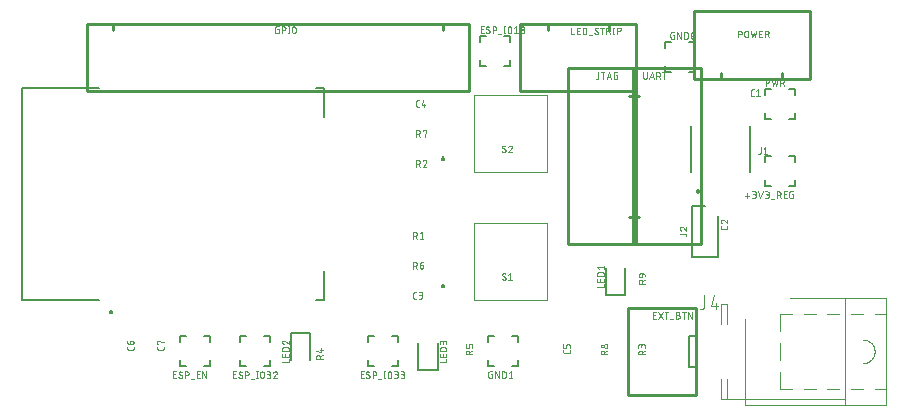
<source format=gbr>
G04 EAGLE Gerber RS-274X export*
G75*
%MOMM*%
%FSLAX34Y34*%
%LPD*%
%INSilkscreen Top*%
%IPPOS*%
%AMOC8*
5,1,8,0,0,1.08239X$1,22.5*%
G01*
%ADD10C,0.050800*%
%ADD11C,0.254000*%
%ADD12C,0.200000*%
%ADD13C,0.127000*%
%ADD14C,0.100000*%
%ADD15C,0.200000*%
%ADD16C,0.152400*%
%ADD17C,0.101600*%


D10*
X561538Y254254D02*
X560296Y254254D01*
X560226Y254256D01*
X560157Y254262D01*
X560088Y254272D01*
X560020Y254285D01*
X559952Y254303D01*
X559886Y254324D01*
X559821Y254349D01*
X559757Y254377D01*
X559695Y254409D01*
X559635Y254444D01*
X559577Y254483D01*
X559522Y254525D01*
X559468Y254570D01*
X559418Y254618D01*
X559370Y254668D01*
X559325Y254722D01*
X559283Y254777D01*
X559244Y254835D01*
X559209Y254895D01*
X559177Y254957D01*
X559149Y255021D01*
X559124Y255086D01*
X559103Y255152D01*
X559085Y255220D01*
X559072Y255288D01*
X559062Y255357D01*
X559056Y255426D01*
X559054Y255496D01*
X559054Y258600D01*
X559056Y258670D01*
X559062Y258739D01*
X559072Y258808D01*
X559085Y258876D01*
X559103Y258944D01*
X559124Y259010D01*
X559149Y259075D01*
X559177Y259139D01*
X559209Y259201D01*
X559244Y259261D01*
X559283Y259319D01*
X559325Y259374D01*
X559370Y259428D01*
X559418Y259478D01*
X559468Y259526D01*
X559522Y259571D01*
X559577Y259613D01*
X559635Y259652D01*
X559695Y259687D01*
X559757Y259719D01*
X559821Y259747D01*
X559886Y259772D01*
X559952Y259793D01*
X560020Y259811D01*
X560088Y259824D01*
X560157Y259834D01*
X560226Y259840D01*
X560296Y259842D01*
X561538Y259842D01*
X563642Y258600D02*
X565194Y259842D01*
X565194Y254254D01*
X563642Y254254D02*
X566747Y254254D01*
X539242Y144397D02*
X539242Y143155D01*
X539240Y143085D01*
X539234Y143016D01*
X539224Y142947D01*
X539211Y142879D01*
X539193Y142811D01*
X539172Y142745D01*
X539147Y142680D01*
X539119Y142616D01*
X539087Y142554D01*
X539052Y142494D01*
X539013Y142436D01*
X538971Y142381D01*
X538926Y142327D01*
X538878Y142277D01*
X538828Y142229D01*
X538774Y142184D01*
X538719Y142142D01*
X538661Y142103D01*
X538601Y142068D01*
X538539Y142036D01*
X538475Y142008D01*
X538410Y141983D01*
X538344Y141962D01*
X538276Y141944D01*
X538208Y141931D01*
X538139Y141921D01*
X538070Y141915D01*
X538000Y141913D01*
X534896Y141913D01*
X534826Y141915D01*
X534757Y141921D01*
X534688Y141931D01*
X534620Y141944D01*
X534552Y141962D01*
X534486Y141983D01*
X534421Y142008D01*
X534357Y142036D01*
X534295Y142068D01*
X534235Y142103D01*
X534177Y142142D01*
X534122Y142184D01*
X534068Y142229D01*
X534018Y142277D01*
X533970Y142327D01*
X533925Y142381D01*
X533883Y142436D01*
X533844Y142494D01*
X533809Y142554D01*
X533777Y142616D01*
X533749Y142680D01*
X533724Y142745D01*
X533703Y142811D01*
X533685Y142879D01*
X533672Y142947D01*
X533662Y143016D01*
X533656Y143085D01*
X533654Y143155D01*
X533654Y144397D01*
X533654Y148209D02*
X533656Y148282D01*
X533662Y148355D01*
X533671Y148428D01*
X533685Y148499D01*
X533702Y148571D01*
X533722Y148641D01*
X533747Y148710D01*
X533775Y148777D01*
X533806Y148843D01*
X533841Y148908D01*
X533879Y148970D01*
X533921Y149030D01*
X533965Y149088D01*
X534013Y149144D01*
X534063Y149197D01*
X534116Y149247D01*
X534172Y149295D01*
X534230Y149339D01*
X534290Y149381D01*
X534353Y149419D01*
X534417Y149454D01*
X534483Y149485D01*
X534550Y149513D01*
X534619Y149538D01*
X534689Y149558D01*
X534761Y149575D01*
X534832Y149589D01*
X534905Y149598D01*
X534978Y149604D01*
X535051Y149606D01*
X533654Y148209D02*
X533656Y148125D01*
X533662Y148042D01*
X533671Y147959D01*
X533685Y147876D01*
X533702Y147795D01*
X533724Y147714D01*
X533749Y147634D01*
X533777Y147556D01*
X533809Y147478D01*
X533845Y147403D01*
X533884Y147329D01*
X533927Y147257D01*
X533973Y147187D01*
X534022Y147120D01*
X534075Y147054D01*
X534130Y146992D01*
X534188Y146932D01*
X534249Y146874D01*
X534312Y146820D01*
X534378Y146768D01*
X534446Y146720D01*
X534517Y146675D01*
X534589Y146633D01*
X534664Y146595D01*
X534740Y146560D01*
X534817Y146529D01*
X534896Y146501D01*
X536137Y149140D02*
X536084Y149194D01*
X536027Y149245D01*
X535968Y149293D01*
X535907Y149338D01*
X535844Y149379D01*
X535778Y149418D01*
X535711Y149453D01*
X535642Y149485D01*
X535571Y149513D01*
X535500Y149537D01*
X535427Y149558D01*
X535353Y149575D01*
X535278Y149589D01*
X535203Y149598D01*
X535127Y149604D01*
X535051Y149606D01*
X536138Y149140D02*
X539242Y146502D01*
X539242Y149606D01*
D11*
X512525Y75100D02*
X455025Y75100D01*
X455025Y1100D01*
X512525Y1100D01*
X512525Y75100D01*
D12*
X511950Y25100D02*
X506950Y25100D01*
X506950Y51100D02*
X511950Y51100D01*
X506950Y51100D02*
X506950Y25100D01*
D10*
X478860Y65908D02*
X476376Y65908D01*
X476376Y71496D01*
X478860Y71496D01*
X478239Y69012D02*
X476376Y69012D01*
X480627Y65908D02*
X484352Y71496D01*
X480627Y71496D02*
X484352Y65908D01*
X487610Y65908D02*
X487610Y71496D01*
X486058Y71496D02*
X489162Y71496D01*
X490940Y65287D02*
X493424Y65287D01*
X495833Y69012D02*
X497386Y69012D01*
X497463Y69010D01*
X497541Y69004D01*
X497617Y68995D01*
X497694Y68981D01*
X497769Y68964D01*
X497843Y68943D01*
X497917Y68918D01*
X497989Y68890D01*
X498059Y68858D01*
X498128Y68823D01*
X498195Y68784D01*
X498260Y68742D01*
X498323Y68697D01*
X498384Y68649D01*
X498442Y68598D01*
X498497Y68544D01*
X498550Y68487D01*
X498599Y68428D01*
X498646Y68366D01*
X498690Y68302D01*
X498730Y68236D01*
X498767Y68168D01*
X498801Y68098D01*
X498831Y68027D01*
X498857Y67954D01*
X498880Y67880D01*
X498899Y67805D01*
X498914Y67730D01*
X498926Y67653D01*
X498934Y67576D01*
X498938Y67499D01*
X498938Y67421D01*
X498934Y67344D01*
X498926Y67267D01*
X498914Y67190D01*
X498899Y67115D01*
X498880Y67040D01*
X498857Y66966D01*
X498831Y66893D01*
X498801Y66822D01*
X498767Y66752D01*
X498730Y66684D01*
X498690Y66618D01*
X498646Y66554D01*
X498599Y66492D01*
X498550Y66433D01*
X498497Y66376D01*
X498442Y66322D01*
X498384Y66271D01*
X498323Y66223D01*
X498260Y66178D01*
X498195Y66136D01*
X498128Y66097D01*
X498059Y66062D01*
X497989Y66030D01*
X497917Y66002D01*
X497843Y65977D01*
X497769Y65956D01*
X497694Y65939D01*
X497617Y65925D01*
X497541Y65916D01*
X497463Y65910D01*
X497386Y65908D01*
X495833Y65908D01*
X495833Y71496D01*
X497386Y71496D01*
X497456Y71494D01*
X497525Y71488D01*
X497594Y71478D01*
X497662Y71465D01*
X497730Y71447D01*
X497796Y71426D01*
X497861Y71401D01*
X497925Y71373D01*
X497987Y71341D01*
X498047Y71306D01*
X498105Y71267D01*
X498160Y71225D01*
X498214Y71180D01*
X498264Y71132D01*
X498312Y71082D01*
X498357Y71028D01*
X498399Y70973D01*
X498438Y70915D01*
X498473Y70855D01*
X498505Y70793D01*
X498533Y70729D01*
X498558Y70664D01*
X498579Y70598D01*
X498597Y70530D01*
X498610Y70462D01*
X498620Y70393D01*
X498626Y70324D01*
X498628Y70254D01*
X498626Y70184D01*
X498620Y70115D01*
X498610Y70046D01*
X498597Y69978D01*
X498579Y69910D01*
X498558Y69844D01*
X498533Y69779D01*
X498505Y69715D01*
X498473Y69653D01*
X498438Y69593D01*
X498399Y69535D01*
X498357Y69480D01*
X498312Y69426D01*
X498264Y69376D01*
X498214Y69328D01*
X498160Y69283D01*
X498105Y69241D01*
X498047Y69202D01*
X497987Y69167D01*
X497925Y69135D01*
X497861Y69107D01*
X497796Y69082D01*
X497730Y69061D01*
X497662Y69043D01*
X497594Y69030D01*
X497525Y69020D01*
X497456Y69014D01*
X497386Y69012D01*
X502240Y71496D02*
X502240Y65908D01*
X500688Y71496D02*
X503793Y71496D01*
X505992Y71496D02*
X505992Y65908D01*
X509096Y65908D02*
X505992Y71496D01*
X509096Y71496D02*
X509096Y65908D01*
D13*
X508400Y190050D02*
X508400Y229050D01*
X558400Y229050D02*
X558400Y190050D01*
D12*
X513350Y173550D02*
X513352Y173613D01*
X513358Y173675D01*
X513368Y173737D01*
X513381Y173799D01*
X513399Y173859D01*
X513420Y173918D01*
X513445Y173976D01*
X513474Y174032D01*
X513506Y174086D01*
X513541Y174138D01*
X513579Y174187D01*
X513621Y174235D01*
X513665Y174279D01*
X513713Y174321D01*
X513762Y174359D01*
X513814Y174394D01*
X513868Y174426D01*
X513924Y174455D01*
X513982Y174480D01*
X514041Y174501D01*
X514101Y174519D01*
X514163Y174532D01*
X514225Y174542D01*
X514287Y174548D01*
X514350Y174550D01*
X514413Y174548D01*
X514475Y174542D01*
X514537Y174532D01*
X514599Y174519D01*
X514659Y174501D01*
X514718Y174480D01*
X514776Y174455D01*
X514832Y174426D01*
X514886Y174394D01*
X514938Y174359D01*
X514987Y174321D01*
X515035Y174279D01*
X515079Y174235D01*
X515121Y174187D01*
X515159Y174138D01*
X515194Y174086D01*
X515226Y174032D01*
X515255Y173976D01*
X515280Y173918D01*
X515301Y173859D01*
X515319Y173799D01*
X515332Y173737D01*
X515342Y173675D01*
X515348Y173613D01*
X515350Y173550D01*
X515348Y173487D01*
X515342Y173425D01*
X515332Y173363D01*
X515319Y173301D01*
X515301Y173241D01*
X515280Y173182D01*
X515255Y173124D01*
X515226Y173068D01*
X515194Y173014D01*
X515159Y172962D01*
X515121Y172913D01*
X515079Y172865D01*
X515035Y172821D01*
X514987Y172779D01*
X514938Y172741D01*
X514886Y172706D01*
X514832Y172674D01*
X514776Y172645D01*
X514718Y172620D01*
X514659Y172599D01*
X514599Y172581D01*
X514537Y172568D01*
X514475Y172558D01*
X514413Y172552D01*
X514350Y172550D01*
X514287Y172552D01*
X514225Y172558D01*
X514163Y172568D01*
X514101Y172581D01*
X514041Y172599D01*
X513982Y172620D01*
X513924Y172645D01*
X513868Y172674D01*
X513814Y172706D01*
X513762Y172741D01*
X513713Y172779D01*
X513665Y172821D01*
X513621Y172865D01*
X513579Y172913D01*
X513541Y172962D01*
X513506Y173014D01*
X513474Y173068D01*
X513445Y173124D01*
X513420Y173182D01*
X513399Y173241D01*
X513381Y173301D01*
X513368Y173363D01*
X513358Y173425D01*
X513352Y173487D01*
X513350Y173550D01*
D10*
X567329Y206679D02*
X567329Y211025D01*
X567329Y206679D02*
X567327Y206609D01*
X567321Y206540D01*
X567311Y206471D01*
X567298Y206403D01*
X567280Y206335D01*
X567259Y206269D01*
X567234Y206204D01*
X567206Y206140D01*
X567174Y206078D01*
X567139Y206018D01*
X567100Y205960D01*
X567058Y205905D01*
X567013Y205851D01*
X566965Y205801D01*
X566915Y205753D01*
X566861Y205708D01*
X566806Y205666D01*
X566748Y205627D01*
X566688Y205592D01*
X566626Y205560D01*
X566562Y205532D01*
X566497Y205507D01*
X566431Y205486D01*
X566363Y205468D01*
X566295Y205455D01*
X566226Y205445D01*
X566157Y205439D01*
X566087Y205437D01*
X565466Y205437D01*
X569871Y209783D02*
X571423Y211025D01*
X571423Y205437D01*
X569871Y205437D02*
X572975Y205437D01*
D12*
X436250Y109100D02*
X436250Y85850D01*
X452750Y85850D01*
X452750Y109100D01*
D10*
X434594Y92464D02*
X429006Y92464D01*
X434594Y92464D02*
X434594Y94947D01*
X434594Y97219D02*
X434594Y99702D01*
X434594Y97219D02*
X429006Y97219D01*
X429006Y99702D01*
X431490Y99081D02*
X431490Y97219D01*
X429006Y101962D02*
X434594Y101962D01*
X429006Y101962D02*
X429006Y103515D01*
X429008Y103591D01*
X429013Y103667D01*
X429023Y103743D01*
X429036Y103818D01*
X429053Y103892D01*
X429073Y103966D01*
X429097Y104038D01*
X429124Y104109D01*
X429155Y104179D01*
X429189Y104247D01*
X429227Y104313D01*
X429268Y104377D01*
X429311Y104440D01*
X429358Y104500D01*
X429408Y104557D01*
X429461Y104612D01*
X429516Y104665D01*
X429573Y104715D01*
X429633Y104762D01*
X429696Y104805D01*
X429760Y104846D01*
X429826Y104884D01*
X429894Y104918D01*
X429964Y104949D01*
X430035Y104976D01*
X430108Y105000D01*
X430181Y105020D01*
X430255Y105037D01*
X430330Y105050D01*
X430406Y105060D01*
X430482Y105065D01*
X430558Y105067D01*
X433042Y105067D01*
X433118Y105065D01*
X433194Y105060D01*
X433270Y105050D01*
X433345Y105037D01*
X433419Y105020D01*
X433493Y105000D01*
X433565Y104976D01*
X433636Y104949D01*
X433706Y104918D01*
X433774Y104884D01*
X433840Y104846D01*
X433904Y104805D01*
X433967Y104762D01*
X434027Y104715D01*
X434084Y104665D01*
X434139Y104612D01*
X434192Y104557D01*
X434242Y104500D01*
X434289Y104440D01*
X434332Y104377D01*
X434373Y104313D01*
X434411Y104247D01*
X434445Y104179D01*
X434476Y104109D01*
X434503Y104038D01*
X434527Y103966D01*
X434547Y103892D01*
X434564Y103818D01*
X434577Y103743D01*
X434587Y103667D01*
X434592Y103591D01*
X434594Y103515D01*
X434594Y101962D01*
X430248Y107632D02*
X429006Y109184D01*
X434594Y109184D01*
X434594Y107632D02*
X434594Y110736D01*
X273304Y133604D02*
X273304Y139192D01*
X274856Y139192D01*
X274933Y139190D01*
X275011Y139184D01*
X275087Y139175D01*
X275164Y139161D01*
X275239Y139144D01*
X275313Y139123D01*
X275387Y139098D01*
X275459Y139070D01*
X275529Y139038D01*
X275598Y139003D01*
X275665Y138964D01*
X275730Y138922D01*
X275793Y138877D01*
X275854Y138829D01*
X275912Y138778D01*
X275967Y138724D01*
X276020Y138667D01*
X276069Y138608D01*
X276116Y138546D01*
X276160Y138482D01*
X276200Y138416D01*
X276237Y138348D01*
X276271Y138278D01*
X276301Y138207D01*
X276327Y138134D01*
X276350Y138060D01*
X276369Y137985D01*
X276384Y137910D01*
X276396Y137833D01*
X276404Y137756D01*
X276408Y137679D01*
X276408Y137601D01*
X276404Y137524D01*
X276396Y137447D01*
X276384Y137370D01*
X276369Y137295D01*
X276350Y137220D01*
X276327Y137146D01*
X276301Y137073D01*
X276271Y137002D01*
X276237Y136932D01*
X276200Y136864D01*
X276160Y136798D01*
X276116Y136734D01*
X276069Y136672D01*
X276020Y136613D01*
X275967Y136556D01*
X275912Y136502D01*
X275854Y136451D01*
X275793Y136403D01*
X275730Y136358D01*
X275665Y136316D01*
X275598Y136277D01*
X275529Y136242D01*
X275459Y136210D01*
X275387Y136182D01*
X275313Y136157D01*
X275239Y136136D01*
X275164Y136119D01*
X275087Y136105D01*
X275011Y136096D01*
X274933Y136090D01*
X274856Y136088D01*
X273304Y136088D01*
X275167Y136088D02*
X276408Y133604D01*
X278754Y137950D02*
X280307Y139192D01*
X280307Y133604D01*
X281859Y133604D02*
X278754Y133604D01*
X275844Y194564D02*
X275844Y200152D01*
X277396Y200152D01*
X277473Y200150D01*
X277551Y200144D01*
X277627Y200135D01*
X277704Y200121D01*
X277779Y200104D01*
X277853Y200083D01*
X277927Y200058D01*
X277999Y200030D01*
X278069Y199998D01*
X278138Y199963D01*
X278205Y199924D01*
X278270Y199882D01*
X278333Y199837D01*
X278394Y199789D01*
X278452Y199738D01*
X278507Y199684D01*
X278560Y199627D01*
X278609Y199568D01*
X278656Y199506D01*
X278700Y199442D01*
X278740Y199376D01*
X278777Y199308D01*
X278811Y199238D01*
X278841Y199167D01*
X278867Y199094D01*
X278890Y199020D01*
X278909Y198945D01*
X278924Y198870D01*
X278936Y198793D01*
X278944Y198716D01*
X278948Y198639D01*
X278948Y198561D01*
X278944Y198484D01*
X278936Y198407D01*
X278924Y198330D01*
X278909Y198255D01*
X278890Y198180D01*
X278867Y198106D01*
X278841Y198033D01*
X278811Y197962D01*
X278777Y197892D01*
X278740Y197824D01*
X278700Y197758D01*
X278656Y197694D01*
X278609Y197632D01*
X278560Y197573D01*
X278507Y197516D01*
X278452Y197462D01*
X278394Y197411D01*
X278333Y197363D01*
X278270Y197318D01*
X278205Y197276D01*
X278138Y197237D01*
X278069Y197202D01*
X277999Y197170D01*
X277927Y197142D01*
X277853Y197117D01*
X277779Y197096D01*
X277704Y197079D01*
X277627Y197065D01*
X277551Y197056D01*
X277473Y197050D01*
X277396Y197048D01*
X275844Y197048D01*
X277707Y197048D02*
X278948Y194564D01*
X284399Y198755D02*
X284397Y198828D01*
X284391Y198901D01*
X284382Y198974D01*
X284368Y199045D01*
X284351Y199117D01*
X284331Y199187D01*
X284306Y199256D01*
X284278Y199323D01*
X284247Y199389D01*
X284212Y199454D01*
X284174Y199516D01*
X284132Y199576D01*
X284088Y199634D01*
X284040Y199690D01*
X283990Y199743D01*
X283937Y199793D01*
X283881Y199841D01*
X283823Y199885D01*
X283763Y199927D01*
X283701Y199965D01*
X283636Y200000D01*
X283570Y200031D01*
X283503Y200059D01*
X283434Y200084D01*
X283364Y200104D01*
X283292Y200121D01*
X283221Y200135D01*
X283148Y200144D01*
X283075Y200150D01*
X283002Y200152D01*
X282918Y200150D01*
X282835Y200144D01*
X282752Y200135D01*
X282670Y200121D01*
X282588Y200104D01*
X282507Y200082D01*
X282427Y200057D01*
X282349Y200029D01*
X282271Y199997D01*
X282196Y199961D01*
X282122Y199922D01*
X282050Y199879D01*
X281980Y199833D01*
X281913Y199784D01*
X281847Y199731D01*
X281785Y199676D01*
X281725Y199618D01*
X281667Y199557D01*
X281613Y199494D01*
X281561Y199428D01*
X281513Y199360D01*
X281468Y199289D01*
X281426Y199217D01*
X281388Y199142D01*
X281353Y199066D01*
X281322Y198989D01*
X281294Y198910D01*
X283932Y197669D02*
X283986Y197722D01*
X284037Y197779D01*
X284085Y197838D01*
X284130Y197899D01*
X284171Y197962D01*
X284210Y198028D01*
X284245Y198095D01*
X284277Y198164D01*
X284305Y198235D01*
X284329Y198306D01*
X284350Y198379D01*
X284367Y198453D01*
X284381Y198528D01*
X284390Y198603D01*
X284396Y198679D01*
X284398Y198755D01*
X283933Y197668D02*
X281294Y194564D01*
X284399Y194564D01*
X463804Y35641D02*
X469392Y35641D01*
X463804Y35641D02*
X463804Y37194D01*
X463806Y37271D01*
X463812Y37349D01*
X463821Y37425D01*
X463835Y37502D01*
X463852Y37577D01*
X463873Y37651D01*
X463898Y37725D01*
X463926Y37797D01*
X463958Y37867D01*
X463993Y37936D01*
X464032Y38003D01*
X464074Y38068D01*
X464119Y38131D01*
X464167Y38192D01*
X464218Y38250D01*
X464272Y38305D01*
X464329Y38358D01*
X464388Y38407D01*
X464450Y38454D01*
X464514Y38498D01*
X464580Y38538D01*
X464648Y38575D01*
X464718Y38609D01*
X464789Y38639D01*
X464862Y38665D01*
X464936Y38688D01*
X465011Y38707D01*
X465086Y38722D01*
X465163Y38734D01*
X465240Y38742D01*
X465317Y38746D01*
X465395Y38746D01*
X465472Y38742D01*
X465549Y38734D01*
X465626Y38722D01*
X465701Y38707D01*
X465776Y38688D01*
X465850Y38665D01*
X465923Y38639D01*
X465994Y38609D01*
X466064Y38575D01*
X466132Y38538D01*
X466198Y38498D01*
X466262Y38454D01*
X466324Y38407D01*
X466383Y38358D01*
X466440Y38305D01*
X466494Y38250D01*
X466545Y38192D01*
X466593Y38131D01*
X466638Y38068D01*
X466680Y38003D01*
X466719Y37936D01*
X466754Y37867D01*
X466786Y37797D01*
X466814Y37725D01*
X466839Y37651D01*
X466860Y37577D01*
X466877Y37502D01*
X466891Y37425D01*
X466900Y37349D01*
X466906Y37271D01*
X466908Y37194D01*
X466908Y35641D01*
X466908Y37504D02*
X469392Y38746D01*
X469392Y41092D02*
X469392Y42644D01*
X469390Y42721D01*
X469384Y42799D01*
X469375Y42875D01*
X469361Y42952D01*
X469344Y43027D01*
X469323Y43101D01*
X469298Y43175D01*
X469270Y43247D01*
X469238Y43317D01*
X469203Y43386D01*
X469164Y43453D01*
X469122Y43518D01*
X469077Y43581D01*
X469029Y43642D01*
X468978Y43700D01*
X468924Y43755D01*
X468867Y43808D01*
X468808Y43857D01*
X468746Y43904D01*
X468682Y43948D01*
X468616Y43988D01*
X468548Y44025D01*
X468478Y44059D01*
X468407Y44089D01*
X468334Y44115D01*
X468260Y44138D01*
X468185Y44157D01*
X468110Y44172D01*
X468033Y44184D01*
X467956Y44192D01*
X467879Y44196D01*
X467801Y44196D01*
X467724Y44192D01*
X467647Y44184D01*
X467570Y44172D01*
X467495Y44157D01*
X467420Y44138D01*
X467346Y44115D01*
X467273Y44089D01*
X467202Y44059D01*
X467132Y44025D01*
X467064Y43988D01*
X466998Y43948D01*
X466934Y43904D01*
X466872Y43857D01*
X466813Y43808D01*
X466756Y43755D01*
X466702Y43700D01*
X466651Y43642D01*
X466603Y43581D01*
X466558Y43518D01*
X466516Y43453D01*
X466477Y43386D01*
X466442Y43317D01*
X466410Y43247D01*
X466382Y43175D01*
X466357Y43101D01*
X466336Y43027D01*
X466319Y42952D01*
X466305Y42875D01*
X466296Y42799D01*
X466290Y42721D01*
X466288Y42644D01*
X463804Y42954D02*
X463804Y41092D01*
X463804Y42954D02*
X463806Y43024D01*
X463812Y43093D01*
X463822Y43162D01*
X463835Y43230D01*
X463853Y43298D01*
X463874Y43364D01*
X463899Y43429D01*
X463927Y43493D01*
X463959Y43555D01*
X463994Y43615D01*
X464033Y43673D01*
X464075Y43728D01*
X464120Y43782D01*
X464168Y43832D01*
X464218Y43880D01*
X464272Y43925D01*
X464327Y43967D01*
X464385Y44006D01*
X464445Y44041D01*
X464507Y44073D01*
X464571Y44101D01*
X464636Y44126D01*
X464702Y44147D01*
X464770Y44165D01*
X464838Y44178D01*
X464907Y44188D01*
X464976Y44194D01*
X465046Y44196D01*
X465116Y44194D01*
X465185Y44188D01*
X465254Y44178D01*
X465322Y44165D01*
X465390Y44147D01*
X465456Y44126D01*
X465521Y44101D01*
X465585Y44073D01*
X465647Y44041D01*
X465707Y44006D01*
X465765Y43967D01*
X465820Y43925D01*
X465874Y43880D01*
X465924Y43832D01*
X465972Y43782D01*
X466017Y43728D01*
X466059Y43673D01*
X466098Y43615D01*
X466133Y43555D01*
X466165Y43493D01*
X466193Y43429D01*
X466218Y43364D01*
X466239Y43298D01*
X466257Y43230D01*
X466270Y43162D01*
X466280Y43093D01*
X466286Y43024D01*
X466288Y42954D01*
X466288Y41712D01*
D14*
X386600Y146800D02*
X324600Y146800D01*
X386600Y146800D02*
X386600Y81800D01*
X324600Y81800D01*
X324600Y146800D01*
D15*
X298600Y94300D03*
D12*
X298538Y94298D01*
X298477Y94292D01*
X298416Y94283D01*
X298356Y94270D01*
X298297Y94253D01*
X298239Y94232D01*
X298182Y94208D01*
X298127Y94181D01*
X298074Y94150D01*
X298022Y94116D01*
X297973Y94079D01*
X297926Y94039D01*
X297882Y93996D01*
X297841Y93951D01*
X297802Y93903D01*
X297766Y93852D01*
X297734Y93800D01*
X297705Y93746D01*
X297679Y93690D01*
X297657Y93632D01*
X297638Y93574D01*
X297623Y93514D01*
X297612Y93453D01*
X297604Y93392D01*
X297600Y93331D01*
X297600Y93269D01*
X297604Y93208D01*
X297612Y93147D01*
X297623Y93086D01*
X297638Y93026D01*
X297657Y92968D01*
X297679Y92910D01*
X297705Y92854D01*
X297734Y92800D01*
X297766Y92748D01*
X297802Y92697D01*
X297841Y92649D01*
X297882Y92604D01*
X297926Y92561D01*
X297973Y92521D01*
X298022Y92484D01*
X298074Y92450D01*
X298127Y92419D01*
X298182Y92392D01*
X298239Y92368D01*
X298297Y92347D01*
X298356Y92330D01*
X298416Y92317D01*
X298477Y92308D01*
X298538Y92302D01*
X298600Y92300D01*
D15*
X298600Y92300D03*
D12*
X298662Y92302D01*
X298723Y92308D01*
X298784Y92317D01*
X298844Y92330D01*
X298903Y92347D01*
X298961Y92368D01*
X299018Y92392D01*
X299073Y92419D01*
X299126Y92450D01*
X299178Y92484D01*
X299227Y92521D01*
X299274Y92561D01*
X299318Y92604D01*
X299359Y92649D01*
X299398Y92697D01*
X299434Y92748D01*
X299466Y92800D01*
X299495Y92854D01*
X299521Y92910D01*
X299543Y92968D01*
X299562Y93026D01*
X299577Y93086D01*
X299588Y93147D01*
X299596Y93208D01*
X299600Y93269D01*
X299600Y93331D01*
X299596Y93392D01*
X299588Y93453D01*
X299577Y93514D01*
X299562Y93574D01*
X299543Y93632D01*
X299521Y93690D01*
X299495Y93746D01*
X299466Y93800D01*
X299434Y93852D01*
X299398Y93903D01*
X299359Y93951D01*
X299318Y93996D01*
X299274Y94039D01*
X299227Y94079D01*
X299178Y94116D01*
X299126Y94150D01*
X299073Y94181D01*
X299018Y94208D01*
X298961Y94232D01*
X298903Y94253D01*
X298844Y94270D01*
X298784Y94283D01*
X298723Y94292D01*
X298662Y94298D01*
X298600Y94300D01*
D10*
X350259Y98806D02*
X350329Y98808D01*
X350398Y98814D01*
X350467Y98824D01*
X350535Y98837D01*
X350603Y98855D01*
X350669Y98876D01*
X350734Y98901D01*
X350798Y98929D01*
X350860Y98961D01*
X350920Y98996D01*
X350978Y99035D01*
X351033Y99077D01*
X351087Y99122D01*
X351137Y99170D01*
X351185Y99220D01*
X351230Y99274D01*
X351272Y99329D01*
X351311Y99387D01*
X351346Y99447D01*
X351378Y99509D01*
X351406Y99573D01*
X351431Y99638D01*
X351452Y99704D01*
X351470Y99772D01*
X351483Y99840D01*
X351493Y99909D01*
X351499Y99978D01*
X351501Y100048D01*
X350259Y98806D02*
X350160Y98808D01*
X350062Y98813D01*
X349964Y98823D01*
X349866Y98836D01*
X349769Y98852D01*
X349672Y98872D01*
X349577Y98896D01*
X349482Y98924D01*
X349388Y98955D01*
X349296Y98989D01*
X349205Y99027D01*
X349115Y99068D01*
X349027Y99113D01*
X348941Y99161D01*
X348857Y99212D01*
X348775Y99266D01*
X348694Y99324D01*
X348616Y99384D01*
X348541Y99447D01*
X348467Y99513D01*
X348397Y99582D01*
X348551Y103152D02*
X348553Y103222D01*
X348559Y103291D01*
X348569Y103360D01*
X348582Y103428D01*
X348600Y103496D01*
X348621Y103562D01*
X348646Y103627D01*
X348674Y103691D01*
X348706Y103753D01*
X348741Y103813D01*
X348780Y103871D01*
X348822Y103926D01*
X348867Y103980D01*
X348915Y104030D01*
X348965Y104078D01*
X349019Y104123D01*
X349074Y104165D01*
X349132Y104204D01*
X349192Y104239D01*
X349254Y104271D01*
X349318Y104299D01*
X349383Y104324D01*
X349449Y104345D01*
X349517Y104363D01*
X349585Y104376D01*
X349654Y104386D01*
X349723Y104392D01*
X349793Y104394D01*
X349887Y104392D01*
X349980Y104386D01*
X350073Y104377D01*
X350166Y104364D01*
X350258Y104347D01*
X350349Y104327D01*
X350440Y104302D01*
X350529Y104275D01*
X350617Y104243D01*
X350704Y104208D01*
X350790Y104170D01*
X350873Y104128D01*
X350955Y104083D01*
X351036Y104035D01*
X351114Y103983D01*
X351190Y103928D01*
X349172Y102066D02*
X349113Y102102D01*
X349057Y102142D01*
X349003Y102185D01*
X348951Y102230D01*
X348902Y102279D01*
X348856Y102330D01*
X348813Y102383D01*
X348772Y102439D01*
X348735Y102497D01*
X348700Y102557D01*
X348670Y102618D01*
X348642Y102681D01*
X348618Y102746D01*
X348598Y102812D01*
X348581Y102879D01*
X348568Y102946D01*
X348559Y103014D01*
X348553Y103083D01*
X348551Y103152D01*
X350879Y101134D02*
X350938Y101098D01*
X350994Y101058D01*
X351048Y101015D01*
X351100Y100970D01*
X351149Y100921D01*
X351195Y100870D01*
X351238Y100817D01*
X351279Y100761D01*
X351316Y100703D01*
X351351Y100643D01*
X351381Y100582D01*
X351409Y100519D01*
X351433Y100454D01*
X351453Y100388D01*
X351470Y100321D01*
X351483Y100254D01*
X351492Y100186D01*
X351498Y100117D01*
X351500Y100048D01*
X350880Y101134D02*
X349172Y102066D01*
X353700Y103152D02*
X355252Y104394D01*
X355252Y98806D01*
X353700Y98806D02*
X356804Y98806D01*
D14*
X386600Y254750D02*
X324600Y254750D01*
X386600Y254750D02*
X386600Y189750D01*
X324600Y189750D01*
X324600Y254750D01*
D15*
X298600Y202250D03*
D12*
X298538Y202248D01*
X298477Y202242D01*
X298416Y202233D01*
X298356Y202220D01*
X298297Y202203D01*
X298239Y202182D01*
X298182Y202158D01*
X298127Y202131D01*
X298074Y202100D01*
X298022Y202066D01*
X297973Y202029D01*
X297926Y201989D01*
X297882Y201946D01*
X297841Y201901D01*
X297802Y201853D01*
X297766Y201802D01*
X297734Y201750D01*
X297705Y201696D01*
X297679Y201640D01*
X297657Y201582D01*
X297638Y201524D01*
X297623Y201464D01*
X297612Y201403D01*
X297604Y201342D01*
X297600Y201281D01*
X297600Y201219D01*
X297604Y201158D01*
X297612Y201097D01*
X297623Y201036D01*
X297638Y200976D01*
X297657Y200918D01*
X297679Y200860D01*
X297705Y200804D01*
X297734Y200750D01*
X297766Y200698D01*
X297802Y200647D01*
X297841Y200599D01*
X297882Y200554D01*
X297926Y200511D01*
X297973Y200471D01*
X298022Y200434D01*
X298074Y200400D01*
X298127Y200369D01*
X298182Y200342D01*
X298239Y200318D01*
X298297Y200297D01*
X298356Y200280D01*
X298416Y200267D01*
X298477Y200258D01*
X298538Y200252D01*
X298600Y200250D01*
D15*
X298600Y200250D03*
D12*
X298662Y200252D01*
X298723Y200258D01*
X298784Y200267D01*
X298844Y200280D01*
X298903Y200297D01*
X298961Y200318D01*
X299018Y200342D01*
X299073Y200369D01*
X299126Y200400D01*
X299178Y200434D01*
X299227Y200471D01*
X299274Y200511D01*
X299318Y200554D01*
X299359Y200599D01*
X299398Y200647D01*
X299434Y200698D01*
X299466Y200750D01*
X299495Y200804D01*
X299521Y200860D01*
X299543Y200918D01*
X299562Y200976D01*
X299577Y201036D01*
X299588Y201097D01*
X299596Y201158D01*
X299600Y201219D01*
X299600Y201281D01*
X299596Y201342D01*
X299588Y201403D01*
X299577Y201464D01*
X299562Y201524D01*
X299543Y201582D01*
X299521Y201640D01*
X299495Y201696D01*
X299466Y201750D01*
X299434Y201802D01*
X299398Y201853D01*
X299359Y201901D01*
X299318Y201946D01*
X299274Y201989D01*
X299227Y202029D01*
X299178Y202066D01*
X299126Y202100D01*
X299073Y202131D01*
X299018Y202158D01*
X298961Y202182D01*
X298903Y202203D01*
X298844Y202220D01*
X298784Y202233D01*
X298723Y202242D01*
X298662Y202248D01*
X298600Y202250D01*
D10*
X350259Y206756D02*
X350329Y206758D01*
X350398Y206764D01*
X350467Y206774D01*
X350535Y206787D01*
X350603Y206805D01*
X350669Y206826D01*
X350734Y206851D01*
X350798Y206879D01*
X350860Y206911D01*
X350920Y206946D01*
X350978Y206985D01*
X351033Y207027D01*
X351087Y207072D01*
X351137Y207120D01*
X351185Y207170D01*
X351230Y207224D01*
X351272Y207279D01*
X351311Y207337D01*
X351346Y207397D01*
X351378Y207459D01*
X351406Y207523D01*
X351431Y207588D01*
X351452Y207654D01*
X351470Y207722D01*
X351483Y207790D01*
X351493Y207859D01*
X351499Y207928D01*
X351501Y207998D01*
X350259Y206756D02*
X350160Y206758D01*
X350062Y206763D01*
X349964Y206773D01*
X349866Y206786D01*
X349769Y206802D01*
X349672Y206822D01*
X349577Y206846D01*
X349482Y206874D01*
X349388Y206905D01*
X349296Y206939D01*
X349205Y206977D01*
X349115Y207018D01*
X349027Y207063D01*
X348941Y207111D01*
X348857Y207162D01*
X348775Y207216D01*
X348694Y207274D01*
X348616Y207334D01*
X348541Y207397D01*
X348467Y207463D01*
X348397Y207532D01*
X348551Y211102D02*
X348553Y211172D01*
X348559Y211241D01*
X348569Y211310D01*
X348582Y211378D01*
X348600Y211446D01*
X348621Y211512D01*
X348646Y211577D01*
X348674Y211641D01*
X348706Y211703D01*
X348741Y211763D01*
X348780Y211821D01*
X348822Y211876D01*
X348867Y211930D01*
X348915Y211980D01*
X348965Y212028D01*
X349019Y212073D01*
X349074Y212115D01*
X349132Y212154D01*
X349192Y212189D01*
X349254Y212221D01*
X349318Y212249D01*
X349383Y212274D01*
X349449Y212295D01*
X349517Y212313D01*
X349585Y212326D01*
X349654Y212336D01*
X349723Y212342D01*
X349793Y212344D01*
X349887Y212342D01*
X349980Y212336D01*
X350073Y212327D01*
X350166Y212314D01*
X350258Y212297D01*
X350349Y212277D01*
X350440Y212252D01*
X350529Y212225D01*
X350617Y212193D01*
X350704Y212158D01*
X350790Y212120D01*
X350873Y212078D01*
X350955Y212033D01*
X351036Y211985D01*
X351114Y211933D01*
X351190Y211878D01*
X349172Y210016D02*
X349113Y210052D01*
X349057Y210092D01*
X349003Y210135D01*
X348951Y210180D01*
X348902Y210229D01*
X348856Y210280D01*
X348813Y210333D01*
X348772Y210389D01*
X348735Y210447D01*
X348700Y210507D01*
X348670Y210568D01*
X348642Y210631D01*
X348618Y210696D01*
X348598Y210762D01*
X348581Y210829D01*
X348568Y210896D01*
X348559Y210964D01*
X348553Y211033D01*
X348551Y211102D01*
X350879Y209084D02*
X350938Y209048D01*
X350994Y209008D01*
X351048Y208965D01*
X351100Y208920D01*
X351149Y208871D01*
X351195Y208820D01*
X351238Y208767D01*
X351279Y208711D01*
X351316Y208653D01*
X351351Y208593D01*
X351381Y208532D01*
X351409Y208469D01*
X351433Y208404D01*
X351453Y208338D01*
X351470Y208271D01*
X351483Y208204D01*
X351492Y208136D01*
X351498Y208067D01*
X351500Y207998D01*
X350880Y209084D02*
X349172Y210016D01*
X355407Y212344D02*
X355480Y212342D01*
X355553Y212336D01*
X355626Y212327D01*
X355697Y212313D01*
X355769Y212296D01*
X355839Y212276D01*
X355908Y212251D01*
X355975Y212223D01*
X356041Y212192D01*
X356106Y212157D01*
X356168Y212119D01*
X356228Y212077D01*
X356286Y212033D01*
X356342Y211985D01*
X356395Y211935D01*
X356445Y211882D01*
X356493Y211826D01*
X356537Y211768D01*
X356579Y211708D01*
X356617Y211646D01*
X356652Y211581D01*
X356683Y211515D01*
X356711Y211448D01*
X356736Y211379D01*
X356756Y211309D01*
X356773Y211237D01*
X356787Y211166D01*
X356796Y211093D01*
X356802Y211020D01*
X356804Y210947D01*
X355407Y212344D02*
X355323Y212342D01*
X355240Y212336D01*
X355157Y212327D01*
X355075Y212313D01*
X354993Y212296D01*
X354912Y212274D01*
X354832Y212249D01*
X354754Y212221D01*
X354676Y212189D01*
X354601Y212153D01*
X354527Y212114D01*
X354455Y212071D01*
X354385Y212025D01*
X354318Y211976D01*
X354252Y211923D01*
X354190Y211868D01*
X354130Y211810D01*
X354072Y211749D01*
X354018Y211686D01*
X353966Y211620D01*
X353918Y211552D01*
X353873Y211481D01*
X353831Y211409D01*
X353793Y211334D01*
X353758Y211258D01*
X353727Y211181D01*
X353699Y211102D01*
X356338Y209861D02*
X356392Y209914D01*
X356443Y209971D01*
X356491Y210030D01*
X356536Y210091D01*
X356577Y210154D01*
X356616Y210220D01*
X356651Y210287D01*
X356683Y210356D01*
X356711Y210427D01*
X356735Y210498D01*
X356756Y210571D01*
X356773Y210645D01*
X356787Y210720D01*
X356796Y210795D01*
X356802Y210871D01*
X356804Y210947D01*
X356338Y209860D02*
X353700Y206756D01*
X356804Y206756D01*
D12*
X16350Y71450D02*
X16352Y71513D01*
X16358Y71575D01*
X16368Y71637D01*
X16381Y71699D01*
X16399Y71759D01*
X16420Y71818D01*
X16445Y71876D01*
X16474Y71932D01*
X16506Y71986D01*
X16541Y72038D01*
X16579Y72087D01*
X16621Y72135D01*
X16665Y72179D01*
X16713Y72221D01*
X16762Y72259D01*
X16814Y72294D01*
X16868Y72326D01*
X16924Y72355D01*
X16982Y72380D01*
X17041Y72401D01*
X17101Y72419D01*
X17163Y72432D01*
X17225Y72442D01*
X17287Y72448D01*
X17350Y72450D01*
X17413Y72448D01*
X17475Y72442D01*
X17537Y72432D01*
X17599Y72419D01*
X17659Y72401D01*
X17718Y72380D01*
X17776Y72355D01*
X17832Y72326D01*
X17886Y72294D01*
X17938Y72259D01*
X17987Y72221D01*
X18035Y72179D01*
X18079Y72135D01*
X18121Y72087D01*
X18159Y72038D01*
X18194Y71986D01*
X18226Y71932D01*
X18255Y71876D01*
X18280Y71818D01*
X18301Y71759D01*
X18319Y71699D01*
X18332Y71637D01*
X18342Y71575D01*
X18348Y71513D01*
X18350Y71450D01*
X18348Y71387D01*
X18342Y71325D01*
X18332Y71263D01*
X18319Y71201D01*
X18301Y71141D01*
X18280Y71082D01*
X18255Y71024D01*
X18226Y70968D01*
X18194Y70914D01*
X18159Y70862D01*
X18121Y70813D01*
X18079Y70765D01*
X18035Y70721D01*
X17987Y70679D01*
X17938Y70641D01*
X17886Y70606D01*
X17832Y70574D01*
X17776Y70545D01*
X17718Y70520D01*
X17659Y70499D01*
X17599Y70481D01*
X17537Y70468D01*
X17475Y70458D01*
X17413Y70452D01*
X17350Y70450D01*
X17287Y70452D01*
X17225Y70458D01*
X17163Y70468D01*
X17101Y70481D01*
X17041Y70499D01*
X16982Y70520D01*
X16924Y70545D01*
X16868Y70574D01*
X16814Y70606D01*
X16762Y70641D01*
X16713Y70679D01*
X16665Y70721D01*
X16621Y70765D01*
X16579Y70813D01*
X16541Y70862D01*
X16506Y70914D01*
X16474Y70968D01*
X16445Y71024D01*
X16420Y71082D01*
X16399Y71141D01*
X16381Y71201D01*
X16368Y71263D01*
X16358Y71325D01*
X16352Y71387D01*
X16350Y71450D01*
D13*
X190850Y81450D02*
X197350Y81450D01*
X197350Y105950D01*
X197350Y236950D02*
X197350Y261450D01*
X190850Y261450D01*
X7350Y81450D02*
X-57650Y81450D01*
X-57650Y261450D01*
X7350Y261450D01*
D11*
X-3250Y258175D02*
X-3250Y315675D01*
X-3250Y258175D02*
X320750Y258175D01*
X320750Y315675D01*
X-3250Y315675D01*
X298750Y315100D02*
X298750Y310100D01*
X18750Y310100D02*
X18750Y315100D01*
D10*
X158267Y310762D02*
X159199Y310762D01*
X159199Y307658D01*
X157336Y307658D01*
X157266Y307660D01*
X157197Y307666D01*
X157128Y307676D01*
X157060Y307689D01*
X156992Y307707D01*
X156926Y307728D01*
X156861Y307753D01*
X156797Y307781D01*
X156735Y307813D01*
X156675Y307848D01*
X156617Y307887D01*
X156562Y307929D01*
X156508Y307974D01*
X156458Y308022D01*
X156410Y308072D01*
X156365Y308126D01*
X156323Y308181D01*
X156284Y308239D01*
X156249Y308299D01*
X156217Y308361D01*
X156189Y308425D01*
X156164Y308490D01*
X156143Y308556D01*
X156125Y308624D01*
X156112Y308692D01*
X156102Y308761D01*
X156096Y308830D01*
X156094Y308900D01*
X156094Y312004D01*
X156096Y312074D01*
X156102Y312143D01*
X156112Y312212D01*
X156125Y312280D01*
X156143Y312348D01*
X156164Y312414D01*
X156189Y312479D01*
X156217Y312543D01*
X156249Y312605D01*
X156284Y312665D01*
X156323Y312723D01*
X156365Y312778D01*
X156410Y312832D01*
X156458Y312882D01*
X156508Y312930D01*
X156562Y312975D01*
X156617Y313017D01*
X156675Y313056D01*
X156735Y313091D01*
X156797Y313123D01*
X156861Y313151D01*
X156926Y313176D01*
X156992Y313197D01*
X157060Y313215D01*
X157128Y313228D01*
X157197Y313238D01*
X157266Y313244D01*
X157336Y313246D01*
X159199Y313246D01*
X162029Y313246D02*
X162029Y307658D01*
X162029Y313246D02*
X163581Y313246D01*
X163658Y313244D01*
X163736Y313238D01*
X163812Y313229D01*
X163889Y313215D01*
X163964Y313198D01*
X164038Y313177D01*
X164112Y313152D01*
X164184Y313124D01*
X164254Y313092D01*
X164323Y313057D01*
X164390Y313018D01*
X164455Y312976D01*
X164518Y312931D01*
X164579Y312883D01*
X164637Y312832D01*
X164692Y312778D01*
X164745Y312721D01*
X164794Y312662D01*
X164841Y312600D01*
X164885Y312536D01*
X164925Y312470D01*
X164962Y312402D01*
X164996Y312332D01*
X165026Y312261D01*
X165052Y312188D01*
X165075Y312114D01*
X165094Y312039D01*
X165109Y311964D01*
X165121Y311887D01*
X165129Y311810D01*
X165133Y311733D01*
X165133Y311655D01*
X165129Y311578D01*
X165121Y311501D01*
X165109Y311424D01*
X165094Y311349D01*
X165075Y311274D01*
X165052Y311200D01*
X165026Y311127D01*
X164996Y311056D01*
X164962Y310986D01*
X164925Y310918D01*
X164885Y310852D01*
X164841Y310788D01*
X164794Y310726D01*
X164745Y310667D01*
X164692Y310610D01*
X164637Y310556D01*
X164579Y310505D01*
X164518Y310457D01*
X164455Y310412D01*
X164390Y310370D01*
X164323Y310331D01*
X164254Y310296D01*
X164184Y310264D01*
X164112Y310236D01*
X164038Y310211D01*
X163964Y310190D01*
X163889Y310173D01*
X163812Y310159D01*
X163736Y310150D01*
X163658Y310144D01*
X163581Y310142D01*
X162029Y310142D01*
X167705Y307658D02*
X167705Y313246D01*
X167084Y307658D02*
X168326Y307658D01*
X168326Y313246D02*
X167084Y313246D01*
X170542Y311694D02*
X170542Y309210D01*
X170542Y311694D02*
X170544Y311771D01*
X170550Y311849D01*
X170559Y311925D01*
X170573Y312002D01*
X170590Y312077D01*
X170611Y312151D01*
X170636Y312225D01*
X170664Y312297D01*
X170696Y312367D01*
X170731Y312436D01*
X170770Y312503D01*
X170812Y312568D01*
X170857Y312631D01*
X170905Y312692D01*
X170956Y312750D01*
X171010Y312805D01*
X171067Y312858D01*
X171126Y312907D01*
X171188Y312954D01*
X171252Y312998D01*
X171318Y313038D01*
X171386Y313075D01*
X171456Y313109D01*
X171527Y313139D01*
X171600Y313165D01*
X171674Y313188D01*
X171749Y313207D01*
X171824Y313222D01*
X171901Y313234D01*
X171978Y313242D01*
X172055Y313246D01*
X172133Y313246D01*
X172210Y313242D01*
X172287Y313234D01*
X172364Y313222D01*
X172439Y313207D01*
X172514Y313188D01*
X172588Y313165D01*
X172661Y313139D01*
X172732Y313109D01*
X172802Y313075D01*
X172870Y313038D01*
X172936Y312998D01*
X173000Y312954D01*
X173062Y312907D01*
X173121Y312858D01*
X173178Y312805D01*
X173232Y312750D01*
X173283Y312692D01*
X173331Y312631D01*
X173376Y312568D01*
X173418Y312503D01*
X173457Y312436D01*
X173492Y312367D01*
X173524Y312297D01*
X173552Y312225D01*
X173577Y312151D01*
X173598Y312077D01*
X173615Y312002D01*
X173629Y311925D01*
X173638Y311849D01*
X173644Y311771D01*
X173646Y311694D01*
X173646Y309210D01*
X173644Y309133D01*
X173638Y309055D01*
X173629Y308979D01*
X173615Y308902D01*
X173598Y308827D01*
X173577Y308753D01*
X173552Y308679D01*
X173524Y308607D01*
X173492Y308537D01*
X173457Y308468D01*
X173418Y308401D01*
X173376Y308336D01*
X173331Y308273D01*
X173283Y308212D01*
X173232Y308154D01*
X173178Y308099D01*
X173121Y308046D01*
X173062Y307997D01*
X173000Y307950D01*
X172936Y307906D01*
X172870Y307866D01*
X172802Y307829D01*
X172732Y307795D01*
X172661Y307765D01*
X172588Y307739D01*
X172514Y307716D01*
X172439Y307697D01*
X172364Y307682D01*
X172287Y307670D01*
X172210Y307662D01*
X172133Y307658D01*
X172055Y307658D01*
X171978Y307662D01*
X171901Y307670D01*
X171824Y307682D01*
X171749Y307697D01*
X171674Y307716D01*
X171600Y307739D01*
X171527Y307765D01*
X171456Y307795D01*
X171386Y307829D01*
X171318Y307866D01*
X171252Y307906D01*
X171188Y307950D01*
X171126Y307997D01*
X171067Y308046D01*
X171010Y308099D01*
X170956Y308154D01*
X170905Y308212D01*
X170857Y308273D01*
X170812Y308336D01*
X170770Y308401D01*
X170731Y308468D01*
X170696Y308537D01*
X170664Y308607D01*
X170636Y308679D01*
X170611Y308753D01*
X170590Y308827D01*
X170573Y308902D01*
X170559Y308979D01*
X170550Y309055D01*
X170544Y309133D01*
X170542Y309210D01*
D12*
X186050Y53850D02*
X186050Y30600D01*
X186050Y53850D02*
X169550Y53850D01*
X169550Y30600D01*
D10*
X167894Y28964D02*
X162306Y28964D01*
X167894Y28964D02*
X167894Y31447D01*
X167894Y33719D02*
X167894Y36202D01*
X167894Y33719D02*
X162306Y33719D01*
X162306Y36202D01*
X164790Y35581D02*
X164790Y33719D01*
X162306Y38462D02*
X167894Y38462D01*
X162306Y38462D02*
X162306Y40015D01*
X162308Y40091D01*
X162313Y40167D01*
X162323Y40243D01*
X162336Y40318D01*
X162353Y40392D01*
X162373Y40466D01*
X162397Y40538D01*
X162424Y40609D01*
X162455Y40679D01*
X162489Y40747D01*
X162527Y40813D01*
X162568Y40877D01*
X162611Y40940D01*
X162658Y41000D01*
X162708Y41057D01*
X162761Y41112D01*
X162816Y41165D01*
X162873Y41215D01*
X162933Y41262D01*
X162996Y41305D01*
X163060Y41346D01*
X163126Y41384D01*
X163194Y41418D01*
X163264Y41449D01*
X163335Y41476D01*
X163408Y41500D01*
X163481Y41520D01*
X163555Y41537D01*
X163630Y41550D01*
X163706Y41560D01*
X163782Y41565D01*
X163858Y41567D01*
X166342Y41567D01*
X166418Y41565D01*
X166494Y41560D01*
X166570Y41550D01*
X166645Y41537D01*
X166719Y41520D01*
X166793Y41500D01*
X166865Y41476D01*
X166936Y41449D01*
X167006Y41418D01*
X167074Y41384D01*
X167140Y41346D01*
X167204Y41305D01*
X167267Y41262D01*
X167327Y41215D01*
X167384Y41165D01*
X167439Y41112D01*
X167492Y41057D01*
X167542Y41000D01*
X167589Y40940D01*
X167632Y40877D01*
X167673Y40813D01*
X167711Y40747D01*
X167745Y40679D01*
X167776Y40609D01*
X167803Y40538D01*
X167827Y40466D01*
X167847Y40392D01*
X167864Y40318D01*
X167877Y40243D01*
X167887Y40167D01*
X167892Y40091D01*
X167894Y40015D01*
X167894Y38462D01*
X162306Y45839D02*
X162308Y45912D01*
X162314Y45985D01*
X162323Y46058D01*
X162337Y46129D01*
X162354Y46201D01*
X162374Y46271D01*
X162399Y46340D01*
X162427Y46407D01*
X162458Y46473D01*
X162493Y46538D01*
X162531Y46600D01*
X162573Y46660D01*
X162617Y46718D01*
X162665Y46774D01*
X162715Y46827D01*
X162768Y46877D01*
X162824Y46925D01*
X162882Y46969D01*
X162942Y47011D01*
X163005Y47049D01*
X163069Y47084D01*
X163135Y47115D01*
X163202Y47143D01*
X163271Y47168D01*
X163341Y47188D01*
X163413Y47205D01*
X163484Y47219D01*
X163557Y47228D01*
X163630Y47234D01*
X163703Y47236D01*
X162306Y45839D02*
X162308Y45755D01*
X162314Y45672D01*
X162323Y45589D01*
X162337Y45506D01*
X162354Y45425D01*
X162376Y45344D01*
X162401Y45264D01*
X162429Y45186D01*
X162461Y45108D01*
X162497Y45033D01*
X162536Y44959D01*
X162579Y44887D01*
X162625Y44817D01*
X162674Y44750D01*
X162727Y44684D01*
X162782Y44622D01*
X162840Y44562D01*
X162901Y44504D01*
X162964Y44450D01*
X163030Y44398D01*
X163098Y44350D01*
X163169Y44305D01*
X163241Y44263D01*
X163316Y44225D01*
X163392Y44190D01*
X163469Y44159D01*
X163548Y44131D01*
X164789Y46770D02*
X164736Y46824D01*
X164679Y46875D01*
X164620Y46923D01*
X164559Y46968D01*
X164496Y47009D01*
X164430Y47048D01*
X164363Y47083D01*
X164294Y47115D01*
X164223Y47143D01*
X164152Y47167D01*
X164079Y47188D01*
X164005Y47205D01*
X163930Y47219D01*
X163855Y47228D01*
X163779Y47234D01*
X163703Y47236D01*
X164790Y46770D02*
X167894Y44132D01*
X167894Y47236D01*
D12*
X277500Y45600D02*
X277500Y22350D01*
X294000Y22350D01*
X294000Y45600D01*
D10*
X295656Y28964D02*
X301244Y28964D01*
X301244Y31447D01*
X301244Y33719D02*
X301244Y36202D01*
X301244Y33719D02*
X295656Y33719D01*
X295656Y36202D01*
X298140Y35581D02*
X298140Y33719D01*
X295656Y38462D02*
X301244Y38462D01*
X295656Y38462D02*
X295656Y40015D01*
X295658Y40091D01*
X295663Y40167D01*
X295673Y40243D01*
X295686Y40318D01*
X295703Y40392D01*
X295723Y40466D01*
X295747Y40538D01*
X295774Y40609D01*
X295805Y40679D01*
X295839Y40747D01*
X295877Y40813D01*
X295918Y40877D01*
X295961Y40940D01*
X296008Y41000D01*
X296058Y41057D01*
X296111Y41112D01*
X296166Y41165D01*
X296223Y41215D01*
X296283Y41262D01*
X296346Y41305D01*
X296410Y41346D01*
X296476Y41384D01*
X296544Y41418D01*
X296614Y41449D01*
X296685Y41476D01*
X296758Y41500D01*
X296831Y41520D01*
X296905Y41537D01*
X296980Y41550D01*
X297056Y41560D01*
X297132Y41565D01*
X297208Y41567D01*
X299692Y41567D01*
X299768Y41565D01*
X299844Y41560D01*
X299920Y41550D01*
X299995Y41537D01*
X300069Y41520D01*
X300143Y41500D01*
X300215Y41476D01*
X300286Y41449D01*
X300356Y41418D01*
X300424Y41384D01*
X300490Y41346D01*
X300554Y41305D01*
X300617Y41262D01*
X300677Y41215D01*
X300734Y41165D01*
X300789Y41112D01*
X300842Y41057D01*
X300892Y41000D01*
X300939Y40940D01*
X300982Y40877D01*
X301023Y40813D01*
X301061Y40747D01*
X301095Y40679D01*
X301126Y40609D01*
X301153Y40538D01*
X301177Y40466D01*
X301197Y40392D01*
X301214Y40318D01*
X301227Y40243D01*
X301237Y40167D01*
X301242Y40091D01*
X301244Y40015D01*
X301244Y38462D01*
X301244Y44132D02*
X301244Y45684D01*
X301242Y45761D01*
X301236Y45839D01*
X301227Y45915D01*
X301213Y45992D01*
X301196Y46067D01*
X301175Y46141D01*
X301150Y46215D01*
X301122Y46287D01*
X301090Y46357D01*
X301055Y46426D01*
X301016Y46493D01*
X300974Y46558D01*
X300929Y46621D01*
X300881Y46682D01*
X300830Y46740D01*
X300776Y46795D01*
X300719Y46848D01*
X300660Y46897D01*
X300598Y46944D01*
X300534Y46988D01*
X300468Y47028D01*
X300400Y47065D01*
X300330Y47099D01*
X300259Y47129D01*
X300186Y47155D01*
X300112Y47178D01*
X300037Y47197D01*
X299962Y47212D01*
X299885Y47224D01*
X299808Y47232D01*
X299731Y47236D01*
X299653Y47236D01*
X299576Y47232D01*
X299499Y47224D01*
X299422Y47212D01*
X299347Y47197D01*
X299272Y47178D01*
X299198Y47155D01*
X299125Y47129D01*
X299054Y47099D01*
X298984Y47065D01*
X298916Y47028D01*
X298850Y46988D01*
X298786Y46944D01*
X298724Y46897D01*
X298665Y46848D01*
X298608Y46795D01*
X298554Y46740D01*
X298503Y46682D01*
X298455Y46621D01*
X298410Y46558D01*
X298368Y46493D01*
X298329Y46426D01*
X298294Y46357D01*
X298262Y46287D01*
X298234Y46215D01*
X298209Y46141D01*
X298188Y46067D01*
X298171Y45992D01*
X298157Y45915D01*
X298148Y45839D01*
X298142Y45761D01*
X298140Y45684D01*
X295656Y45994D02*
X295656Y44132D01*
X295656Y45994D02*
X295658Y46064D01*
X295664Y46133D01*
X295674Y46202D01*
X295687Y46270D01*
X295705Y46338D01*
X295726Y46404D01*
X295751Y46469D01*
X295779Y46533D01*
X295811Y46595D01*
X295846Y46655D01*
X295885Y46713D01*
X295927Y46768D01*
X295972Y46822D01*
X296020Y46872D01*
X296070Y46920D01*
X296124Y46965D01*
X296179Y47007D01*
X296237Y47046D01*
X296297Y47081D01*
X296359Y47113D01*
X296423Y47141D01*
X296488Y47166D01*
X296554Y47187D01*
X296622Y47205D01*
X296690Y47218D01*
X296759Y47228D01*
X296828Y47234D01*
X296898Y47236D01*
X296968Y47234D01*
X297037Y47228D01*
X297106Y47218D01*
X297174Y47205D01*
X297242Y47187D01*
X297308Y47166D01*
X297373Y47141D01*
X297437Y47113D01*
X297499Y47081D01*
X297559Y47046D01*
X297617Y47007D01*
X297672Y46965D01*
X297726Y46920D01*
X297776Y46872D01*
X297824Y46822D01*
X297869Y46768D01*
X297911Y46713D01*
X297950Y46655D01*
X297985Y46595D01*
X298017Y46533D01*
X298045Y46469D01*
X298070Y46404D01*
X298091Y46338D01*
X298109Y46270D01*
X298122Y46202D01*
X298132Y46133D01*
X298138Y46064D01*
X298140Y45994D01*
X298140Y44753D01*
X196596Y32004D02*
X191008Y32004D01*
X191008Y33556D01*
X191010Y33633D01*
X191016Y33711D01*
X191025Y33787D01*
X191039Y33864D01*
X191056Y33939D01*
X191077Y34013D01*
X191102Y34087D01*
X191130Y34159D01*
X191162Y34229D01*
X191197Y34298D01*
X191236Y34365D01*
X191278Y34430D01*
X191323Y34493D01*
X191371Y34554D01*
X191422Y34612D01*
X191476Y34667D01*
X191533Y34720D01*
X191592Y34769D01*
X191654Y34816D01*
X191718Y34860D01*
X191784Y34900D01*
X191852Y34937D01*
X191922Y34971D01*
X191993Y35001D01*
X192066Y35027D01*
X192140Y35050D01*
X192215Y35069D01*
X192290Y35084D01*
X192367Y35096D01*
X192444Y35104D01*
X192521Y35108D01*
X192599Y35108D01*
X192676Y35104D01*
X192753Y35096D01*
X192830Y35084D01*
X192905Y35069D01*
X192980Y35050D01*
X193054Y35027D01*
X193127Y35001D01*
X193198Y34971D01*
X193268Y34937D01*
X193336Y34900D01*
X193402Y34860D01*
X193466Y34816D01*
X193528Y34769D01*
X193587Y34720D01*
X193644Y34667D01*
X193698Y34612D01*
X193749Y34554D01*
X193797Y34493D01*
X193842Y34430D01*
X193884Y34365D01*
X193923Y34298D01*
X193958Y34229D01*
X193990Y34159D01*
X194018Y34087D01*
X194043Y34013D01*
X194064Y33939D01*
X194081Y33864D01*
X194095Y33787D01*
X194104Y33711D01*
X194110Y33633D01*
X194112Y33556D01*
X194112Y32004D01*
X194112Y33867D02*
X196596Y35108D01*
X195354Y37454D02*
X191008Y38696D01*
X195354Y37454D02*
X195354Y40559D01*
X194112Y39627D02*
X196596Y39627D01*
X317754Y35641D02*
X323342Y35641D01*
X317754Y35641D02*
X317754Y37194D01*
X317756Y37271D01*
X317762Y37349D01*
X317771Y37425D01*
X317785Y37502D01*
X317802Y37577D01*
X317823Y37651D01*
X317848Y37725D01*
X317876Y37797D01*
X317908Y37867D01*
X317943Y37936D01*
X317982Y38003D01*
X318024Y38068D01*
X318069Y38131D01*
X318117Y38192D01*
X318168Y38250D01*
X318222Y38305D01*
X318279Y38358D01*
X318338Y38407D01*
X318400Y38454D01*
X318464Y38498D01*
X318530Y38538D01*
X318598Y38575D01*
X318668Y38609D01*
X318739Y38639D01*
X318812Y38665D01*
X318886Y38688D01*
X318961Y38707D01*
X319036Y38722D01*
X319113Y38734D01*
X319190Y38742D01*
X319267Y38746D01*
X319345Y38746D01*
X319422Y38742D01*
X319499Y38734D01*
X319576Y38722D01*
X319651Y38707D01*
X319726Y38688D01*
X319800Y38665D01*
X319873Y38639D01*
X319944Y38609D01*
X320014Y38575D01*
X320082Y38538D01*
X320148Y38498D01*
X320212Y38454D01*
X320274Y38407D01*
X320333Y38358D01*
X320390Y38305D01*
X320444Y38250D01*
X320495Y38192D01*
X320543Y38131D01*
X320588Y38068D01*
X320630Y38003D01*
X320669Y37936D01*
X320704Y37867D01*
X320736Y37797D01*
X320764Y37725D01*
X320789Y37651D01*
X320810Y37577D01*
X320827Y37502D01*
X320841Y37425D01*
X320850Y37349D01*
X320856Y37271D01*
X320858Y37194D01*
X320858Y35641D01*
X320858Y37504D02*
X323342Y38746D01*
X323342Y41092D02*
X323342Y42954D01*
X323340Y43024D01*
X323334Y43093D01*
X323324Y43162D01*
X323311Y43230D01*
X323293Y43298D01*
X323272Y43364D01*
X323247Y43429D01*
X323219Y43493D01*
X323187Y43555D01*
X323152Y43615D01*
X323113Y43673D01*
X323071Y43728D01*
X323026Y43782D01*
X322978Y43832D01*
X322928Y43880D01*
X322874Y43925D01*
X322819Y43967D01*
X322761Y44006D01*
X322701Y44041D01*
X322639Y44073D01*
X322575Y44101D01*
X322510Y44126D01*
X322444Y44147D01*
X322376Y44165D01*
X322308Y44178D01*
X322239Y44188D01*
X322170Y44194D01*
X322100Y44196D01*
X321479Y44196D01*
X321409Y44194D01*
X321340Y44188D01*
X321271Y44178D01*
X321203Y44165D01*
X321135Y44147D01*
X321069Y44126D01*
X321004Y44101D01*
X320940Y44073D01*
X320878Y44041D01*
X320818Y44006D01*
X320760Y43967D01*
X320705Y43925D01*
X320651Y43880D01*
X320601Y43832D01*
X320553Y43782D01*
X320508Y43728D01*
X320466Y43673D01*
X320427Y43615D01*
X320392Y43555D01*
X320360Y43493D01*
X320332Y43429D01*
X320307Y43364D01*
X320286Y43298D01*
X320268Y43230D01*
X320255Y43162D01*
X320245Y43093D01*
X320239Y43024D01*
X320237Y42954D01*
X320238Y42954D02*
X320238Y41092D01*
X317754Y41092D01*
X317754Y44196D01*
D12*
X509700Y161250D02*
X520700Y161250D01*
X509700Y161250D02*
X509700Y118150D01*
X531700Y118150D01*
X531700Y152400D01*
D10*
X503202Y137808D02*
X498856Y137808D01*
X503202Y137808D02*
X503272Y137806D01*
X503341Y137800D01*
X503410Y137790D01*
X503478Y137777D01*
X503546Y137759D01*
X503612Y137738D01*
X503677Y137713D01*
X503741Y137685D01*
X503803Y137653D01*
X503863Y137618D01*
X503921Y137579D01*
X503976Y137537D01*
X504030Y137492D01*
X504080Y137444D01*
X504128Y137394D01*
X504173Y137340D01*
X504215Y137285D01*
X504254Y137227D01*
X504289Y137167D01*
X504321Y137105D01*
X504349Y137041D01*
X504374Y136976D01*
X504395Y136910D01*
X504413Y136842D01*
X504426Y136774D01*
X504436Y136705D01*
X504442Y136636D01*
X504444Y136566D01*
X504444Y135945D01*
X498856Y142058D02*
X498858Y142131D01*
X498864Y142204D01*
X498873Y142277D01*
X498887Y142348D01*
X498904Y142420D01*
X498924Y142490D01*
X498949Y142559D01*
X498977Y142626D01*
X499008Y142692D01*
X499043Y142757D01*
X499081Y142819D01*
X499123Y142879D01*
X499167Y142937D01*
X499215Y142993D01*
X499265Y143046D01*
X499318Y143096D01*
X499374Y143144D01*
X499432Y143188D01*
X499492Y143230D01*
X499555Y143268D01*
X499619Y143303D01*
X499685Y143334D01*
X499752Y143362D01*
X499821Y143387D01*
X499891Y143407D01*
X499963Y143424D01*
X500034Y143438D01*
X500107Y143447D01*
X500180Y143453D01*
X500253Y143455D01*
X498856Y142058D02*
X498858Y141974D01*
X498864Y141891D01*
X498873Y141808D01*
X498887Y141725D01*
X498904Y141644D01*
X498926Y141563D01*
X498951Y141483D01*
X498979Y141405D01*
X499011Y141327D01*
X499047Y141252D01*
X499086Y141178D01*
X499129Y141106D01*
X499175Y141036D01*
X499224Y140969D01*
X499277Y140903D01*
X499332Y140841D01*
X499390Y140781D01*
X499451Y140723D01*
X499514Y140669D01*
X499580Y140617D01*
X499648Y140569D01*
X499719Y140524D01*
X499791Y140482D01*
X499866Y140444D01*
X499942Y140409D01*
X500019Y140378D01*
X500098Y140350D01*
X501339Y142988D02*
X501286Y143042D01*
X501229Y143093D01*
X501170Y143141D01*
X501109Y143186D01*
X501046Y143227D01*
X500980Y143266D01*
X500913Y143301D01*
X500844Y143333D01*
X500773Y143361D01*
X500702Y143385D01*
X500629Y143406D01*
X500555Y143423D01*
X500480Y143437D01*
X500405Y143446D01*
X500329Y143452D01*
X500253Y143454D01*
X501340Y142989D02*
X504444Y140350D01*
X504444Y143455D01*
D11*
X516525Y128700D02*
X459025Y128700D01*
X516525Y128700D02*
X516525Y277700D01*
X459025Y277700D01*
X459025Y128700D01*
X459600Y254200D02*
X464600Y254200D01*
X464600Y152200D02*
X459600Y152200D01*
D10*
X467804Y270284D02*
X467804Y274320D01*
X467804Y270284D02*
X467806Y270207D01*
X467812Y270129D01*
X467821Y270053D01*
X467835Y269976D01*
X467852Y269901D01*
X467873Y269827D01*
X467898Y269753D01*
X467926Y269681D01*
X467958Y269611D01*
X467993Y269542D01*
X468032Y269475D01*
X468074Y269410D01*
X468119Y269347D01*
X468167Y269286D01*
X468218Y269228D01*
X468272Y269173D01*
X468329Y269120D01*
X468388Y269071D01*
X468450Y269024D01*
X468514Y268980D01*
X468580Y268940D01*
X468648Y268903D01*
X468718Y268869D01*
X468789Y268839D01*
X468862Y268813D01*
X468936Y268790D01*
X469011Y268771D01*
X469086Y268756D01*
X469163Y268744D01*
X469240Y268736D01*
X469317Y268732D01*
X469395Y268732D01*
X469472Y268736D01*
X469549Y268744D01*
X469626Y268756D01*
X469701Y268771D01*
X469776Y268790D01*
X469850Y268813D01*
X469923Y268839D01*
X469994Y268869D01*
X470064Y268903D01*
X470132Y268940D01*
X470198Y268980D01*
X470262Y269024D01*
X470324Y269071D01*
X470383Y269120D01*
X470440Y269173D01*
X470494Y269228D01*
X470545Y269286D01*
X470593Y269347D01*
X470638Y269410D01*
X470680Y269475D01*
X470719Y269542D01*
X470754Y269611D01*
X470786Y269681D01*
X470814Y269753D01*
X470839Y269827D01*
X470860Y269901D01*
X470877Y269976D01*
X470891Y270053D01*
X470900Y270129D01*
X470906Y270207D01*
X470908Y270284D01*
X470908Y274320D01*
X475025Y274320D02*
X473163Y268732D01*
X476888Y268732D02*
X475025Y274320D01*
X476422Y270129D02*
X473628Y270129D01*
X479179Y268732D02*
X479179Y274320D01*
X480731Y274320D01*
X480808Y274318D01*
X480886Y274312D01*
X480962Y274303D01*
X481039Y274289D01*
X481114Y274272D01*
X481188Y274251D01*
X481262Y274226D01*
X481334Y274198D01*
X481404Y274166D01*
X481473Y274131D01*
X481540Y274092D01*
X481605Y274050D01*
X481668Y274005D01*
X481729Y273957D01*
X481787Y273906D01*
X481842Y273852D01*
X481895Y273795D01*
X481944Y273736D01*
X481991Y273674D01*
X482035Y273610D01*
X482075Y273544D01*
X482112Y273476D01*
X482146Y273406D01*
X482176Y273335D01*
X482202Y273262D01*
X482225Y273188D01*
X482244Y273113D01*
X482259Y273038D01*
X482271Y272961D01*
X482279Y272884D01*
X482283Y272807D01*
X482283Y272729D01*
X482279Y272652D01*
X482271Y272575D01*
X482259Y272498D01*
X482244Y272423D01*
X482225Y272348D01*
X482202Y272274D01*
X482176Y272201D01*
X482146Y272130D01*
X482112Y272060D01*
X482075Y271992D01*
X482035Y271926D01*
X481991Y271862D01*
X481944Y271800D01*
X481895Y271741D01*
X481842Y271684D01*
X481787Y271630D01*
X481729Y271579D01*
X481668Y271531D01*
X481605Y271486D01*
X481540Y271444D01*
X481473Y271405D01*
X481404Y271370D01*
X481334Y271338D01*
X481262Y271310D01*
X481188Y271285D01*
X481114Y271264D01*
X481039Y271247D01*
X480962Y271233D01*
X480886Y271224D01*
X480808Y271218D01*
X480731Y271216D01*
X479179Y271216D01*
X481041Y271216D02*
X482283Y268732D01*
X485815Y268732D02*
X485815Y274320D01*
X484263Y274320D02*
X487368Y274320D01*
D11*
X461725Y277700D02*
X404225Y277700D01*
X404225Y128700D01*
X461725Y128700D01*
X461725Y277700D01*
X461150Y152200D02*
X456150Y152200D01*
X456150Y254200D02*
X461150Y254200D01*
D10*
X429917Y269974D02*
X429917Y274320D01*
X429917Y269974D02*
X429915Y269904D01*
X429909Y269835D01*
X429899Y269766D01*
X429886Y269698D01*
X429868Y269630D01*
X429847Y269564D01*
X429822Y269499D01*
X429794Y269435D01*
X429762Y269373D01*
X429727Y269313D01*
X429688Y269255D01*
X429646Y269200D01*
X429601Y269146D01*
X429553Y269096D01*
X429503Y269048D01*
X429449Y269003D01*
X429394Y268961D01*
X429336Y268922D01*
X429276Y268887D01*
X429214Y268855D01*
X429150Y268827D01*
X429085Y268802D01*
X429019Y268781D01*
X428951Y268763D01*
X428883Y268750D01*
X428814Y268740D01*
X428745Y268734D01*
X428675Y268732D01*
X428054Y268732D01*
X433645Y268732D02*
X433645Y274320D01*
X432093Y274320D02*
X435197Y274320D01*
X438766Y274320D02*
X436903Y268732D01*
X440628Y268732D02*
X438766Y274320D01*
X440163Y270129D02*
X437369Y270129D01*
X445056Y271836D02*
X445987Y271836D01*
X445987Y268732D01*
X444125Y268732D01*
X444055Y268734D01*
X443986Y268740D01*
X443917Y268750D01*
X443849Y268763D01*
X443781Y268781D01*
X443715Y268802D01*
X443650Y268827D01*
X443586Y268855D01*
X443524Y268887D01*
X443464Y268922D01*
X443406Y268961D01*
X443351Y269003D01*
X443297Y269048D01*
X443247Y269096D01*
X443199Y269146D01*
X443154Y269200D01*
X443112Y269255D01*
X443073Y269313D01*
X443038Y269373D01*
X443006Y269435D01*
X442978Y269499D01*
X442953Y269564D01*
X442932Y269630D01*
X442914Y269698D01*
X442901Y269766D01*
X442891Y269835D01*
X442885Y269904D01*
X442883Y269974D01*
X442883Y273078D01*
X442885Y273148D01*
X442891Y273217D01*
X442901Y273286D01*
X442914Y273354D01*
X442932Y273422D01*
X442953Y273488D01*
X442978Y273553D01*
X443006Y273617D01*
X443038Y273679D01*
X443073Y273739D01*
X443112Y273797D01*
X443154Y273852D01*
X443199Y273906D01*
X443247Y273956D01*
X443297Y274004D01*
X443351Y274049D01*
X443406Y274091D01*
X443464Y274130D01*
X443524Y274165D01*
X443586Y274197D01*
X443650Y274225D01*
X443715Y274250D01*
X443781Y274271D01*
X443849Y274289D01*
X443917Y274302D01*
X443986Y274312D01*
X444055Y274318D01*
X444125Y274320D01*
X445987Y274320D01*
D11*
X363250Y258175D02*
X363250Y315675D01*
X363250Y258175D02*
X462250Y258175D01*
X462250Y315675D01*
X363250Y315675D01*
X438750Y315100D02*
X438750Y310100D01*
X387750Y310100D02*
X387750Y315100D01*
D10*
X407232Y312246D02*
X407232Y306658D01*
X409716Y306658D01*
X411987Y306658D02*
X414471Y306658D01*
X411987Y306658D02*
X411987Y312246D01*
X414471Y312246D01*
X413850Y309762D02*
X411987Y309762D01*
X416731Y312246D02*
X416731Y306658D01*
X416731Y312246D02*
X418283Y312246D01*
X418359Y312244D01*
X418435Y312239D01*
X418511Y312229D01*
X418586Y312216D01*
X418660Y312199D01*
X418734Y312179D01*
X418806Y312155D01*
X418877Y312128D01*
X418947Y312097D01*
X419015Y312063D01*
X419081Y312025D01*
X419145Y311984D01*
X419208Y311941D01*
X419268Y311894D01*
X419325Y311844D01*
X419380Y311791D01*
X419433Y311736D01*
X419483Y311679D01*
X419530Y311619D01*
X419573Y311556D01*
X419614Y311492D01*
X419652Y311426D01*
X419686Y311358D01*
X419717Y311288D01*
X419744Y311217D01*
X419768Y311144D01*
X419788Y311071D01*
X419805Y310997D01*
X419818Y310922D01*
X419828Y310846D01*
X419833Y310770D01*
X419835Y310694D01*
X419835Y308210D01*
X419833Y308131D01*
X419827Y308053D01*
X419817Y307975D01*
X419803Y307898D01*
X419785Y307821D01*
X419764Y307745D01*
X419738Y307671D01*
X419709Y307598D01*
X419676Y307527D01*
X419640Y307457D01*
X419600Y307389D01*
X419557Y307323D01*
X419510Y307260D01*
X419461Y307199D01*
X419408Y307141D01*
X419352Y307085D01*
X419294Y307032D01*
X419233Y306983D01*
X419170Y306936D01*
X419104Y306893D01*
X419036Y306853D01*
X418967Y306817D01*
X418895Y306784D01*
X418822Y306755D01*
X418748Y306729D01*
X418672Y306708D01*
X418595Y306690D01*
X418518Y306676D01*
X418440Y306666D01*
X418362Y306660D01*
X418283Y306658D01*
X416731Y306658D01*
X422162Y306037D02*
X424645Y306037D01*
X428469Y306658D02*
X428539Y306660D01*
X428608Y306666D01*
X428677Y306676D01*
X428745Y306689D01*
X428813Y306707D01*
X428879Y306728D01*
X428944Y306753D01*
X429008Y306781D01*
X429070Y306813D01*
X429130Y306848D01*
X429188Y306887D01*
X429243Y306929D01*
X429297Y306974D01*
X429347Y307022D01*
X429395Y307072D01*
X429440Y307126D01*
X429482Y307181D01*
X429521Y307239D01*
X429556Y307299D01*
X429588Y307361D01*
X429616Y307425D01*
X429641Y307490D01*
X429662Y307556D01*
X429680Y307624D01*
X429693Y307692D01*
X429703Y307761D01*
X429709Y307830D01*
X429711Y307900D01*
X428469Y306658D02*
X428370Y306660D01*
X428272Y306665D01*
X428174Y306675D01*
X428076Y306688D01*
X427979Y306704D01*
X427882Y306724D01*
X427787Y306748D01*
X427692Y306776D01*
X427598Y306807D01*
X427506Y306841D01*
X427415Y306879D01*
X427325Y306920D01*
X427237Y306965D01*
X427151Y307013D01*
X427067Y307064D01*
X426985Y307118D01*
X426904Y307176D01*
X426826Y307236D01*
X426751Y307299D01*
X426677Y307365D01*
X426607Y307434D01*
X426761Y311004D02*
X426763Y311074D01*
X426769Y311143D01*
X426779Y311212D01*
X426792Y311280D01*
X426810Y311348D01*
X426831Y311414D01*
X426856Y311479D01*
X426884Y311543D01*
X426916Y311605D01*
X426951Y311665D01*
X426990Y311723D01*
X427032Y311778D01*
X427077Y311832D01*
X427125Y311882D01*
X427175Y311930D01*
X427229Y311975D01*
X427284Y312017D01*
X427342Y312056D01*
X427402Y312091D01*
X427464Y312123D01*
X427528Y312151D01*
X427593Y312176D01*
X427659Y312197D01*
X427727Y312215D01*
X427795Y312228D01*
X427864Y312238D01*
X427933Y312244D01*
X428003Y312246D01*
X428097Y312244D01*
X428190Y312238D01*
X428283Y312229D01*
X428376Y312216D01*
X428468Y312199D01*
X428559Y312179D01*
X428650Y312154D01*
X428739Y312127D01*
X428827Y312095D01*
X428914Y312060D01*
X429000Y312022D01*
X429083Y311980D01*
X429165Y311935D01*
X429246Y311887D01*
X429324Y311835D01*
X429400Y311780D01*
X427383Y309918D02*
X427324Y309954D01*
X427268Y309994D01*
X427214Y310037D01*
X427162Y310082D01*
X427113Y310131D01*
X427067Y310182D01*
X427024Y310235D01*
X426983Y310291D01*
X426946Y310349D01*
X426911Y310409D01*
X426881Y310470D01*
X426853Y310533D01*
X426829Y310598D01*
X426809Y310664D01*
X426792Y310731D01*
X426779Y310798D01*
X426770Y310866D01*
X426764Y310935D01*
X426762Y311004D01*
X429090Y308986D02*
X429149Y308950D01*
X429205Y308910D01*
X429259Y308867D01*
X429311Y308822D01*
X429360Y308773D01*
X429406Y308722D01*
X429449Y308669D01*
X429490Y308613D01*
X429527Y308555D01*
X429562Y308495D01*
X429592Y308434D01*
X429620Y308371D01*
X429644Y308306D01*
X429664Y308240D01*
X429681Y308173D01*
X429694Y308106D01*
X429703Y308038D01*
X429709Y307969D01*
X429711Y307900D01*
X429090Y308986D02*
X427382Y309918D01*
X433096Y312246D02*
X433096Y306658D01*
X431544Y312246D02*
X434648Y312246D01*
X436884Y312246D02*
X436884Y306658D01*
X436884Y312246D02*
X438436Y312246D01*
X438513Y312244D01*
X438591Y312238D01*
X438667Y312229D01*
X438744Y312215D01*
X438819Y312198D01*
X438893Y312177D01*
X438967Y312152D01*
X439039Y312124D01*
X439109Y312092D01*
X439178Y312057D01*
X439245Y312018D01*
X439310Y311976D01*
X439373Y311931D01*
X439434Y311883D01*
X439492Y311832D01*
X439547Y311778D01*
X439600Y311721D01*
X439649Y311662D01*
X439696Y311600D01*
X439740Y311536D01*
X439780Y311470D01*
X439817Y311402D01*
X439851Y311332D01*
X439881Y311261D01*
X439907Y311188D01*
X439930Y311114D01*
X439949Y311039D01*
X439964Y310964D01*
X439976Y310887D01*
X439984Y310810D01*
X439988Y310733D01*
X439988Y310655D01*
X439984Y310578D01*
X439976Y310501D01*
X439964Y310424D01*
X439949Y310349D01*
X439930Y310274D01*
X439907Y310200D01*
X439881Y310127D01*
X439851Y310056D01*
X439817Y309986D01*
X439780Y309918D01*
X439740Y309852D01*
X439696Y309788D01*
X439649Y309726D01*
X439600Y309667D01*
X439547Y309610D01*
X439492Y309556D01*
X439434Y309505D01*
X439373Y309457D01*
X439310Y309412D01*
X439245Y309370D01*
X439178Y309331D01*
X439109Y309296D01*
X439039Y309264D01*
X438967Y309236D01*
X438893Y309211D01*
X438819Y309190D01*
X438744Y309173D01*
X438667Y309159D01*
X438591Y309150D01*
X438513Y309144D01*
X438436Y309142D01*
X436884Y309142D01*
X438746Y309142D02*
X439988Y306658D01*
X442789Y306658D02*
X442789Y312246D01*
X442168Y306658D02*
X443410Y306658D01*
X443410Y312246D02*
X442168Y312246D01*
X445892Y312246D02*
X445892Y306658D01*
X445892Y312246D02*
X447444Y312246D01*
X447521Y312244D01*
X447599Y312238D01*
X447675Y312229D01*
X447752Y312215D01*
X447827Y312198D01*
X447901Y312177D01*
X447975Y312152D01*
X448047Y312124D01*
X448117Y312092D01*
X448186Y312057D01*
X448253Y312018D01*
X448318Y311976D01*
X448381Y311931D01*
X448442Y311883D01*
X448500Y311832D01*
X448555Y311778D01*
X448608Y311721D01*
X448657Y311662D01*
X448704Y311600D01*
X448748Y311536D01*
X448788Y311470D01*
X448825Y311402D01*
X448859Y311332D01*
X448889Y311261D01*
X448915Y311188D01*
X448938Y311114D01*
X448957Y311039D01*
X448972Y310964D01*
X448984Y310887D01*
X448992Y310810D01*
X448996Y310733D01*
X448996Y310655D01*
X448992Y310578D01*
X448984Y310501D01*
X448972Y310424D01*
X448957Y310349D01*
X448938Y310274D01*
X448915Y310200D01*
X448889Y310127D01*
X448859Y310056D01*
X448825Y309986D01*
X448788Y309918D01*
X448748Y309852D01*
X448704Y309788D01*
X448657Y309726D01*
X448608Y309667D01*
X448555Y309610D01*
X448500Y309556D01*
X448442Y309505D01*
X448381Y309457D01*
X448318Y309412D01*
X448253Y309370D01*
X448186Y309331D01*
X448117Y309296D01*
X448047Y309264D01*
X447975Y309236D01*
X447901Y309211D01*
X447827Y309190D01*
X447752Y309173D01*
X447675Y309159D01*
X447599Y309150D01*
X447521Y309144D01*
X447444Y309142D01*
X445892Y309142D01*
X275788Y82804D02*
X274546Y82804D01*
X274476Y82806D01*
X274407Y82812D01*
X274338Y82822D01*
X274270Y82835D01*
X274202Y82853D01*
X274136Y82874D01*
X274071Y82899D01*
X274007Y82927D01*
X273945Y82959D01*
X273885Y82994D01*
X273827Y83033D01*
X273772Y83075D01*
X273718Y83120D01*
X273668Y83168D01*
X273620Y83218D01*
X273575Y83272D01*
X273533Y83327D01*
X273494Y83385D01*
X273459Y83445D01*
X273427Y83507D01*
X273399Y83571D01*
X273374Y83636D01*
X273353Y83702D01*
X273335Y83770D01*
X273322Y83838D01*
X273312Y83907D01*
X273306Y83976D01*
X273304Y84046D01*
X273304Y87150D01*
X273306Y87220D01*
X273312Y87289D01*
X273322Y87358D01*
X273335Y87426D01*
X273353Y87494D01*
X273374Y87560D01*
X273399Y87625D01*
X273427Y87689D01*
X273459Y87751D01*
X273494Y87811D01*
X273533Y87869D01*
X273575Y87924D01*
X273620Y87978D01*
X273668Y88028D01*
X273718Y88076D01*
X273772Y88121D01*
X273827Y88163D01*
X273885Y88202D01*
X273945Y88237D01*
X274007Y88269D01*
X274071Y88297D01*
X274136Y88322D01*
X274202Y88343D01*
X274270Y88361D01*
X274338Y88374D01*
X274407Y88384D01*
X274476Y88390D01*
X274546Y88392D01*
X275788Y88392D01*
X277892Y82804D02*
X279444Y82804D01*
X279521Y82806D01*
X279599Y82812D01*
X279675Y82821D01*
X279752Y82835D01*
X279827Y82852D01*
X279901Y82873D01*
X279975Y82898D01*
X280047Y82926D01*
X280117Y82958D01*
X280186Y82993D01*
X280253Y83032D01*
X280318Y83074D01*
X280381Y83119D01*
X280442Y83167D01*
X280500Y83218D01*
X280555Y83272D01*
X280608Y83329D01*
X280657Y83388D01*
X280704Y83450D01*
X280748Y83514D01*
X280788Y83580D01*
X280825Y83648D01*
X280859Y83718D01*
X280889Y83789D01*
X280915Y83862D01*
X280938Y83936D01*
X280957Y84011D01*
X280972Y84086D01*
X280984Y84163D01*
X280992Y84240D01*
X280996Y84317D01*
X280996Y84395D01*
X280992Y84472D01*
X280984Y84549D01*
X280972Y84626D01*
X280957Y84701D01*
X280938Y84776D01*
X280915Y84850D01*
X280889Y84923D01*
X280859Y84994D01*
X280825Y85064D01*
X280788Y85132D01*
X280748Y85198D01*
X280704Y85262D01*
X280657Y85324D01*
X280608Y85383D01*
X280555Y85440D01*
X280500Y85494D01*
X280442Y85545D01*
X280381Y85593D01*
X280318Y85638D01*
X280253Y85680D01*
X280186Y85719D01*
X280117Y85754D01*
X280047Y85786D01*
X279975Y85814D01*
X279901Y85839D01*
X279827Y85860D01*
X279752Y85877D01*
X279675Y85891D01*
X279599Y85900D01*
X279521Y85906D01*
X279444Y85908D01*
X279755Y88392D02*
X277892Y88392D01*
X279755Y88392D02*
X279825Y88390D01*
X279894Y88384D01*
X279963Y88374D01*
X280031Y88361D01*
X280099Y88343D01*
X280165Y88322D01*
X280230Y88297D01*
X280294Y88269D01*
X280356Y88237D01*
X280416Y88202D01*
X280474Y88163D01*
X280529Y88121D01*
X280583Y88076D01*
X280633Y88028D01*
X280681Y87978D01*
X280726Y87924D01*
X280768Y87869D01*
X280807Y87811D01*
X280842Y87751D01*
X280874Y87689D01*
X280902Y87625D01*
X280927Y87560D01*
X280948Y87494D01*
X280966Y87426D01*
X280979Y87358D01*
X280989Y87289D01*
X280995Y87220D01*
X280997Y87150D01*
X280995Y87080D01*
X280989Y87011D01*
X280979Y86942D01*
X280966Y86874D01*
X280948Y86806D01*
X280927Y86740D01*
X280902Y86675D01*
X280874Y86611D01*
X280842Y86549D01*
X280807Y86489D01*
X280768Y86431D01*
X280726Y86376D01*
X280681Y86322D01*
X280633Y86272D01*
X280583Y86224D01*
X280529Y86179D01*
X280474Y86137D01*
X280416Y86098D01*
X280356Y86063D01*
X280294Y86031D01*
X280230Y86003D01*
X280165Y85978D01*
X280099Y85957D01*
X280031Y85939D01*
X279963Y85926D01*
X279894Y85916D01*
X279825Y85910D01*
X279755Y85908D01*
X278513Y85908D01*
X273304Y108204D02*
X273304Y113792D01*
X274856Y113792D01*
X274933Y113790D01*
X275011Y113784D01*
X275087Y113775D01*
X275164Y113761D01*
X275239Y113744D01*
X275313Y113723D01*
X275387Y113698D01*
X275459Y113670D01*
X275529Y113638D01*
X275598Y113603D01*
X275665Y113564D01*
X275730Y113522D01*
X275793Y113477D01*
X275854Y113429D01*
X275912Y113378D01*
X275967Y113324D01*
X276020Y113267D01*
X276069Y113208D01*
X276116Y113146D01*
X276160Y113082D01*
X276200Y113016D01*
X276237Y112948D01*
X276271Y112878D01*
X276301Y112807D01*
X276327Y112734D01*
X276350Y112660D01*
X276369Y112585D01*
X276384Y112510D01*
X276396Y112433D01*
X276404Y112356D01*
X276408Y112279D01*
X276408Y112201D01*
X276404Y112124D01*
X276396Y112047D01*
X276384Y111970D01*
X276369Y111895D01*
X276350Y111820D01*
X276327Y111746D01*
X276301Y111673D01*
X276271Y111602D01*
X276237Y111532D01*
X276200Y111464D01*
X276160Y111398D01*
X276116Y111334D01*
X276069Y111272D01*
X276020Y111213D01*
X275967Y111156D01*
X275912Y111102D01*
X275854Y111051D01*
X275793Y111003D01*
X275730Y110958D01*
X275665Y110916D01*
X275598Y110877D01*
X275529Y110842D01*
X275459Y110810D01*
X275387Y110782D01*
X275313Y110757D01*
X275239Y110736D01*
X275164Y110719D01*
X275087Y110705D01*
X275011Y110696D01*
X274933Y110690D01*
X274856Y110688D01*
X273304Y110688D01*
X275167Y110688D02*
X276408Y108204D01*
X278754Y111308D02*
X280617Y111308D01*
X280617Y111309D02*
X280687Y111307D01*
X280756Y111301D01*
X280825Y111291D01*
X280893Y111278D01*
X280961Y111260D01*
X281027Y111239D01*
X281092Y111214D01*
X281156Y111186D01*
X281218Y111154D01*
X281278Y111119D01*
X281336Y111080D01*
X281391Y111038D01*
X281445Y110993D01*
X281495Y110945D01*
X281543Y110895D01*
X281588Y110841D01*
X281630Y110786D01*
X281669Y110728D01*
X281704Y110668D01*
X281736Y110606D01*
X281764Y110542D01*
X281789Y110477D01*
X281810Y110411D01*
X281828Y110343D01*
X281841Y110275D01*
X281851Y110206D01*
X281857Y110137D01*
X281859Y110067D01*
X281859Y109756D01*
X281857Y109679D01*
X281851Y109601D01*
X281842Y109525D01*
X281828Y109448D01*
X281811Y109373D01*
X281790Y109299D01*
X281765Y109225D01*
X281737Y109153D01*
X281705Y109083D01*
X281670Y109014D01*
X281631Y108947D01*
X281589Y108882D01*
X281544Y108819D01*
X281496Y108758D01*
X281445Y108700D01*
X281391Y108645D01*
X281334Y108592D01*
X281275Y108543D01*
X281213Y108496D01*
X281149Y108452D01*
X281083Y108412D01*
X281015Y108375D01*
X280945Y108341D01*
X280874Y108311D01*
X280801Y108285D01*
X280727Y108262D01*
X280652Y108243D01*
X280577Y108228D01*
X280500Y108216D01*
X280423Y108208D01*
X280346Y108204D01*
X280268Y108204D01*
X280191Y108208D01*
X280114Y108216D01*
X280037Y108228D01*
X279962Y108243D01*
X279887Y108262D01*
X279813Y108285D01*
X279740Y108311D01*
X279669Y108341D01*
X279599Y108375D01*
X279531Y108412D01*
X279465Y108452D01*
X279401Y108496D01*
X279339Y108543D01*
X279280Y108592D01*
X279223Y108645D01*
X279169Y108700D01*
X279118Y108758D01*
X279070Y108819D01*
X279025Y108882D01*
X278983Y108947D01*
X278944Y109014D01*
X278909Y109083D01*
X278877Y109153D01*
X278849Y109225D01*
X278824Y109299D01*
X278803Y109373D01*
X278786Y109448D01*
X278772Y109525D01*
X278763Y109601D01*
X278757Y109679D01*
X278755Y109756D01*
X278754Y109756D02*
X278754Y111308D01*
X278756Y111406D01*
X278762Y111503D01*
X278771Y111600D01*
X278785Y111697D01*
X278802Y111793D01*
X278823Y111888D01*
X278847Y111982D01*
X278876Y112076D01*
X278908Y112168D01*
X278943Y112259D01*
X278982Y112348D01*
X279025Y112436D01*
X279071Y112522D01*
X279120Y112606D01*
X279173Y112688D01*
X279228Y112768D01*
X279287Y112846D01*
X279349Y112921D01*
X279414Y112994D01*
X279482Y113064D01*
X279552Y113132D01*
X279625Y113197D01*
X279700Y113259D01*
X279778Y113318D01*
X279858Y113373D01*
X279940Y113426D01*
X280024Y113475D01*
X280110Y113521D01*
X280198Y113564D01*
X280287Y113603D01*
X280378Y113638D01*
X280470Y113670D01*
X280564Y113699D01*
X280658Y113723D01*
X280753Y113744D01*
X280849Y113761D01*
X280946Y113775D01*
X281043Y113784D01*
X281140Y113790D01*
X281238Y113792D01*
X278328Y245364D02*
X277086Y245364D01*
X277016Y245366D01*
X276947Y245372D01*
X276878Y245382D01*
X276810Y245395D01*
X276742Y245413D01*
X276676Y245434D01*
X276611Y245459D01*
X276547Y245487D01*
X276485Y245519D01*
X276425Y245554D01*
X276367Y245593D01*
X276312Y245635D01*
X276258Y245680D01*
X276208Y245728D01*
X276160Y245778D01*
X276115Y245832D01*
X276073Y245887D01*
X276034Y245945D01*
X275999Y246005D01*
X275967Y246067D01*
X275939Y246131D01*
X275914Y246196D01*
X275893Y246262D01*
X275875Y246330D01*
X275862Y246398D01*
X275852Y246467D01*
X275846Y246536D01*
X275844Y246606D01*
X275844Y249710D01*
X275846Y249780D01*
X275852Y249849D01*
X275862Y249918D01*
X275875Y249986D01*
X275893Y250054D01*
X275914Y250120D01*
X275939Y250185D01*
X275967Y250249D01*
X275999Y250311D01*
X276034Y250371D01*
X276073Y250429D01*
X276115Y250484D01*
X276160Y250538D01*
X276208Y250588D01*
X276258Y250636D01*
X276312Y250681D01*
X276367Y250723D01*
X276425Y250762D01*
X276485Y250797D01*
X276547Y250829D01*
X276611Y250857D01*
X276676Y250882D01*
X276742Y250903D01*
X276810Y250921D01*
X276878Y250934D01*
X276947Y250944D01*
X277016Y250950D01*
X277086Y250952D01*
X278328Y250952D01*
X281674Y250952D02*
X280432Y246606D01*
X283537Y246606D01*
X282605Y247848D02*
X282605Y245364D01*
X275844Y225552D02*
X275844Y219964D01*
X275844Y225552D02*
X277396Y225552D01*
X277473Y225550D01*
X277551Y225544D01*
X277627Y225535D01*
X277704Y225521D01*
X277779Y225504D01*
X277853Y225483D01*
X277927Y225458D01*
X277999Y225430D01*
X278069Y225398D01*
X278138Y225363D01*
X278205Y225324D01*
X278270Y225282D01*
X278333Y225237D01*
X278394Y225189D01*
X278452Y225138D01*
X278507Y225084D01*
X278560Y225027D01*
X278609Y224968D01*
X278656Y224906D01*
X278700Y224842D01*
X278740Y224776D01*
X278777Y224708D01*
X278811Y224638D01*
X278841Y224567D01*
X278867Y224494D01*
X278890Y224420D01*
X278909Y224345D01*
X278924Y224270D01*
X278936Y224193D01*
X278944Y224116D01*
X278948Y224039D01*
X278948Y223961D01*
X278944Y223884D01*
X278936Y223807D01*
X278924Y223730D01*
X278909Y223655D01*
X278890Y223580D01*
X278867Y223506D01*
X278841Y223433D01*
X278811Y223362D01*
X278777Y223292D01*
X278740Y223224D01*
X278700Y223158D01*
X278656Y223094D01*
X278609Y223032D01*
X278560Y222973D01*
X278507Y222916D01*
X278452Y222862D01*
X278394Y222811D01*
X278333Y222763D01*
X278270Y222718D01*
X278205Y222676D01*
X278138Y222637D01*
X278069Y222602D01*
X277999Y222570D01*
X277927Y222542D01*
X277853Y222517D01*
X277779Y222496D01*
X277704Y222479D01*
X277627Y222465D01*
X277551Y222456D01*
X277473Y222450D01*
X277396Y222448D01*
X275844Y222448D01*
X277707Y222448D02*
X278948Y219964D01*
X281294Y224931D02*
X281294Y225552D01*
X284399Y225552D01*
X282847Y219964D01*
X405892Y38987D02*
X405892Y37745D01*
X405890Y37675D01*
X405884Y37606D01*
X405874Y37537D01*
X405861Y37469D01*
X405843Y37401D01*
X405822Y37335D01*
X405797Y37270D01*
X405769Y37206D01*
X405737Y37144D01*
X405702Y37084D01*
X405663Y37026D01*
X405621Y36971D01*
X405576Y36917D01*
X405528Y36867D01*
X405478Y36819D01*
X405424Y36774D01*
X405369Y36732D01*
X405311Y36693D01*
X405251Y36658D01*
X405189Y36626D01*
X405125Y36598D01*
X405060Y36573D01*
X404994Y36552D01*
X404926Y36534D01*
X404858Y36521D01*
X404789Y36511D01*
X404720Y36505D01*
X404650Y36503D01*
X401546Y36503D01*
X401476Y36505D01*
X401407Y36511D01*
X401338Y36521D01*
X401270Y36534D01*
X401202Y36552D01*
X401136Y36573D01*
X401071Y36598D01*
X401007Y36626D01*
X400945Y36658D01*
X400885Y36693D01*
X400827Y36732D01*
X400772Y36774D01*
X400718Y36819D01*
X400668Y36867D01*
X400620Y36917D01*
X400575Y36971D01*
X400533Y37026D01*
X400494Y37084D01*
X400459Y37144D01*
X400427Y37206D01*
X400399Y37270D01*
X400374Y37335D01*
X400353Y37401D01*
X400335Y37469D01*
X400322Y37537D01*
X400312Y37606D01*
X400306Y37675D01*
X400304Y37745D01*
X400304Y38987D01*
X405892Y41092D02*
X405892Y42954D01*
X405890Y43024D01*
X405884Y43093D01*
X405874Y43162D01*
X405861Y43230D01*
X405843Y43298D01*
X405822Y43364D01*
X405797Y43429D01*
X405769Y43493D01*
X405737Y43555D01*
X405702Y43615D01*
X405663Y43673D01*
X405621Y43728D01*
X405576Y43782D01*
X405528Y43832D01*
X405478Y43880D01*
X405424Y43925D01*
X405369Y43967D01*
X405311Y44006D01*
X405251Y44041D01*
X405189Y44073D01*
X405125Y44101D01*
X405060Y44126D01*
X404994Y44147D01*
X404926Y44165D01*
X404858Y44178D01*
X404789Y44188D01*
X404720Y44194D01*
X404650Y44196D01*
X404029Y44196D01*
X403959Y44194D01*
X403890Y44188D01*
X403821Y44178D01*
X403753Y44165D01*
X403685Y44147D01*
X403619Y44126D01*
X403554Y44101D01*
X403490Y44073D01*
X403428Y44041D01*
X403368Y44006D01*
X403310Y43967D01*
X403255Y43925D01*
X403201Y43880D01*
X403151Y43832D01*
X403103Y43782D01*
X403058Y43728D01*
X403016Y43673D01*
X402977Y43615D01*
X402942Y43555D01*
X402910Y43493D01*
X402882Y43429D01*
X402857Y43364D01*
X402836Y43298D01*
X402818Y43230D01*
X402805Y43162D01*
X402795Y43093D01*
X402789Y43024D01*
X402787Y42954D01*
X402788Y42954D02*
X402788Y41092D01*
X400304Y41092D01*
X400304Y44196D01*
X432054Y35641D02*
X437642Y35641D01*
X432054Y35641D02*
X432054Y37194D01*
X432056Y37271D01*
X432062Y37349D01*
X432071Y37425D01*
X432085Y37502D01*
X432102Y37577D01*
X432123Y37651D01*
X432148Y37725D01*
X432176Y37797D01*
X432208Y37867D01*
X432243Y37936D01*
X432282Y38003D01*
X432324Y38068D01*
X432369Y38131D01*
X432417Y38192D01*
X432468Y38250D01*
X432522Y38305D01*
X432579Y38358D01*
X432638Y38407D01*
X432700Y38454D01*
X432764Y38498D01*
X432830Y38538D01*
X432898Y38575D01*
X432968Y38609D01*
X433039Y38639D01*
X433112Y38665D01*
X433186Y38688D01*
X433261Y38707D01*
X433336Y38722D01*
X433413Y38734D01*
X433490Y38742D01*
X433567Y38746D01*
X433645Y38746D01*
X433722Y38742D01*
X433799Y38734D01*
X433876Y38722D01*
X433951Y38707D01*
X434026Y38688D01*
X434100Y38665D01*
X434173Y38639D01*
X434244Y38609D01*
X434314Y38575D01*
X434382Y38538D01*
X434448Y38498D01*
X434512Y38454D01*
X434574Y38407D01*
X434633Y38358D01*
X434690Y38305D01*
X434744Y38250D01*
X434795Y38192D01*
X434843Y38131D01*
X434888Y38068D01*
X434930Y38003D01*
X434969Y37936D01*
X435004Y37867D01*
X435036Y37797D01*
X435064Y37725D01*
X435089Y37651D01*
X435110Y37577D01*
X435127Y37502D01*
X435141Y37425D01*
X435150Y37349D01*
X435156Y37271D01*
X435158Y37194D01*
X435158Y35641D01*
X435158Y37504D02*
X437642Y38746D01*
X436090Y41092D02*
X436013Y41094D01*
X435935Y41100D01*
X435859Y41109D01*
X435782Y41123D01*
X435707Y41140D01*
X435633Y41161D01*
X435559Y41186D01*
X435487Y41214D01*
X435417Y41246D01*
X435348Y41281D01*
X435281Y41320D01*
X435216Y41362D01*
X435153Y41407D01*
X435092Y41455D01*
X435034Y41506D01*
X434979Y41560D01*
X434926Y41617D01*
X434877Y41676D01*
X434830Y41738D01*
X434786Y41802D01*
X434746Y41868D01*
X434709Y41936D01*
X434675Y42006D01*
X434645Y42077D01*
X434619Y42150D01*
X434596Y42224D01*
X434577Y42299D01*
X434562Y42374D01*
X434550Y42451D01*
X434542Y42528D01*
X434538Y42605D01*
X434538Y42683D01*
X434542Y42760D01*
X434550Y42837D01*
X434562Y42914D01*
X434577Y42989D01*
X434596Y43064D01*
X434619Y43138D01*
X434645Y43211D01*
X434675Y43282D01*
X434709Y43352D01*
X434746Y43420D01*
X434786Y43486D01*
X434830Y43550D01*
X434877Y43612D01*
X434926Y43671D01*
X434979Y43728D01*
X435034Y43782D01*
X435092Y43833D01*
X435153Y43881D01*
X435216Y43926D01*
X435281Y43968D01*
X435348Y44007D01*
X435417Y44042D01*
X435487Y44074D01*
X435559Y44102D01*
X435633Y44127D01*
X435707Y44148D01*
X435782Y44165D01*
X435859Y44179D01*
X435935Y44188D01*
X436013Y44194D01*
X436090Y44196D01*
X436167Y44194D01*
X436245Y44188D01*
X436321Y44179D01*
X436398Y44165D01*
X436473Y44148D01*
X436547Y44127D01*
X436621Y44102D01*
X436693Y44074D01*
X436763Y44042D01*
X436832Y44007D01*
X436899Y43968D01*
X436964Y43926D01*
X437027Y43881D01*
X437088Y43833D01*
X437146Y43782D01*
X437201Y43728D01*
X437254Y43671D01*
X437303Y43612D01*
X437350Y43550D01*
X437394Y43486D01*
X437434Y43420D01*
X437471Y43352D01*
X437505Y43282D01*
X437535Y43211D01*
X437561Y43138D01*
X437584Y43064D01*
X437603Y42989D01*
X437618Y42914D01*
X437630Y42837D01*
X437638Y42760D01*
X437642Y42683D01*
X437642Y42605D01*
X437638Y42528D01*
X437630Y42451D01*
X437618Y42374D01*
X437603Y42299D01*
X437584Y42224D01*
X437561Y42150D01*
X437535Y42077D01*
X437505Y42006D01*
X437471Y41936D01*
X437434Y41868D01*
X437394Y41802D01*
X437350Y41738D01*
X437303Y41676D01*
X437254Y41617D01*
X437201Y41560D01*
X437146Y41506D01*
X437088Y41455D01*
X437027Y41407D01*
X436964Y41362D01*
X436899Y41320D01*
X436832Y41281D01*
X436763Y41246D01*
X436693Y41214D01*
X436621Y41186D01*
X436547Y41161D01*
X436473Y41140D01*
X436398Y41123D01*
X436321Y41109D01*
X436245Y41100D01*
X436167Y41094D01*
X436090Y41092D01*
X433296Y41402D02*
X433226Y41404D01*
X433157Y41410D01*
X433088Y41420D01*
X433020Y41433D01*
X432952Y41451D01*
X432886Y41472D01*
X432821Y41497D01*
X432757Y41525D01*
X432695Y41557D01*
X432635Y41592D01*
X432577Y41631D01*
X432522Y41673D01*
X432468Y41718D01*
X432418Y41766D01*
X432370Y41816D01*
X432325Y41870D01*
X432283Y41925D01*
X432244Y41983D01*
X432209Y42043D01*
X432177Y42105D01*
X432149Y42169D01*
X432124Y42234D01*
X432103Y42300D01*
X432085Y42368D01*
X432072Y42436D01*
X432062Y42505D01*
X432056Y42574D01*
X432054Y42644D01*
X432056Y42714D01*
X432062Y42783D01*
X432072Y42852D01*
X432085Y42920D01*
X432103Y42988D01*
X432124Y43054D01*
X432149Y43119D01*
X432177Y43183D01*
X432209Y43245D01*
X432244Y43305D01*
X432283Y43363D01*
X432325Y43418D01*
X432370Y43472D01*
X432418Y43522D01*
X432468Y43570D01*
X432522Y43615D01*
X432577Y43657D01*
X432635Y43696D01*
X432695Y43731D01*
X432757Y43763D01*
X432821Y43791D01*
X432886Y43816D01*
X432952Y43837D01*
X433020Y43855D01*
X433088Y43868D01*
X433157Y43878D01*
X433226Y43884D01*
X433296Y43886D01*
X433366Y43884D01*
X433435Y43878D01*
X433504Y43868D01*
X433572Y43855D01*
X433640Y43837D01*
X433706Y43816D01*
X433771Y43791D01*
X433835Y43763D01*
X433897Y43731D01*
X433957Y43696D01*
X434015Y43657D01*
X434070Y43615D01*
X434124Y43570D01*
X434174Y43522D01*
X434222Y43472D01*
X434267Y43418D01*
X434309Y43363D01*
X434348Y43305D01*
X434383Y43245D01*
X434415Y43183D01*
X434443Y43119D01*
X434468Y43054D01*
X434489Y42988D01*
X434507Y42920D01*
X434520Y42852D01*
X434530Y42783D01*
X434536Y42714D01*
X434538Y42644D01*
X434536Y42574D01*
X434530Y42505D01*
X434520Y42436D01*
X434507Y42368D01*
X434489Y42300D01*
X434468Y42234D01*
X434443Y42169D01*
X434415Y42105D01*
X434383Y42043D01*
X434348Y41983D01*
X434309Y41925D01*
X434267Y41870D01*
X434222Y41816D01*
X434174Y41766D01*
X434124Y41718D01*
X434070Y41673D01*
X434015Y41631D01*
X433957Y41592D01*
X433897Y41557D01*
X433835Y41525D01*
X433771Y41497D01*
X433706Y41472D01*
X433640Y41451D01*
X433572Y41433D01*
X433504Y41420D01*
X433435Y41410D01*
X433366Y41404D01*
X433296Y41402D01*
D16*
X101600Y45720D02*
X101600Y50800D01*
X96520Y50800D01*
X76200Y50800D02*
X76200Y45720D01*
X76200Y50800D02*
X81280Y50800D01*
X76200Y30480D02*
X76200Y25400D01*
X81280Y25400D01*
X96520Y25400D02*
X101600Y25400D01*
X101600Y30480D01*
D10*
X72588Y15494D02*
X70104Y15494D01*
X70104Y21082D01*
X72588Y21082D01*
X71967Y18598D02*
X70104Y18598D01*
X76345Y15494D02*
X76415Y15496D01*
X76484Y15502D01*
X76553Y15512D01*
X76621Y15525D01*
X76689Y15543D01*
X76755Y15564D01*
X76820Y15589D01*
X76884Y15617D01*
X76946Y15649D01*
X77006Y15684D01*
X77064Y15723D01*
X77119Y15765D01*
X77173Y15810D01*
X77223Y15858D01*
X77271Y15908D01*
X77316Y15962D01*
X77358Y16017D01*
X77397Y16075D01*
X77432Y16135D01*
X77464Y16197D01*
X77492Y16261D01*
X77517Y16326D01*
X77538Y16392D01*
X77556Y16460D01*
X77569Y16528D01*
X77579Y16597D01*
X77585Y16666D01*
X77587Y16736D01*
X76345Y15494D02*
X76246Y15496D01*
X76148Y15501D01*
X76050Y15511D01*
X75952Y15524D01*
X75855Y15540D01*
X75758Y15560D01*
X75663Y15584D01*
X75568Y15612D01*
X75474Y15643D01*
X75382Y15677D01*
X75291Y15715D01*
X75201Y15756D01*
X75113Y15801D01*
X75027Y15849D01*
X74943Y15900D01*
X74861Y15954D01*
X74780Y16012D01*
X74702Y16072D01*
X74627Y16135D01*
X74553Y16201D01*
X74483Y16270D01*
X74637Y19840D02*
X74639Y19910D01*
X74645Y19979D01*
X74655Y20048D01*
X74668Y20116D01*
X74686Y20184D01*
X74707Y20250D01*
X74732Y20315D01*
X74760Y20379D01*
X74792Y20441D01*
X74827Y20501D01*
X74866Y20559D01*
X74908Y20614D01*
X74953Y20668D01*
X75001Y20718D01*
X75051Y20766D01*
X75105Y20811D01*
X75160Y20853D01*
X75218Y20892D01*
X75278Y20927D01*
X75340Y20959D01*
X75404Y20987D01*
X75469Y21012D01*
X75535Y21033D01*
X75603Y21051D01*
X75671Y21064D01*
X75740Y21074D01*
X75809Y21080D01*
X75879Y21082D01*
X75973Y21080D01*
X76066Y21074D01*
X76159Y21065D01*
X76252Y21052D01*
X76344Y21035D01*
X76435Y21015D01*
X76526Y20990D01*
X76615Y20963D01*
X76703Y20931D01*
X76790Y20896D01*
X76876Y20858D01*
X76959Y20816D01*
X77041Y20771D01*
X77122Y20723D01*
X77200Y20671D01*
X77276Y20616D01*
X75258Y18754D02*
X75199Y18790D01*
X75143Y18830D01*
X75089Y18873D01*
X75037Y18918D01*
X74988Y18967D01*
X74942Y19018D01*
X74899Y19071D01*
X74858Y19127D01*
X74821Y19185D01*
X74786Y19245D01*
X74756Y19306D01*
X74728Y19369D01*
X74704Y19434D01*
X74684Y19500D01*
X74667Y19567D01*
X74654Y19634D01*
X74645Y19702D01*
X74639Y19771D01*
X74637Y19840D01*
X76965Y17822D02*
X77024Y17786D01*
X77080Y17746D01*
X77134Y17703D01*
X77186Y17658D01*
X77235Y17609D01*
X77281Y17558D01*
X77324Y17505D01*
X77365Y17449D01*
X77402Y17391D01*
X77437Y17331D01*
X77467Y17270D01*
X77495Y17207D01*
X77519Y17142D01*
X77539Y17076D01*
X77556Y17009D01*
X77569Y16942D01*
X77578Y16874D01*
X77584Y16805D01*
X77586Y16736D01*
X76966Y17822D02*
X75258Y18754D01*
X80051Y21082D02*
X80051Y15494D01*
X80051Y21082D02*
X81604Y21082D01*
X81681Y21080D01*
X81759Y21074D01*
X81835Y21065D01*
X81912Y21051D01*
X81987Y21034D01*
X82061Y21013D01*
X82135Y20988D01*
X82207Y20960D01*
X82277Y20928D01*
X82346Y20893D01*
X82413Y20854D01*
X82478Y20812D01*
X82541Y20767D01*
X82602Y20719D01*
X82660Y20668D01*
X82715Y20614D01*
X82768Y20557D01*
X82817Y20498D01*
X82864Y20436D01*
X82908Y20372D01*
X82948Y20306D01*
X82985Y20238D01*
X83019Y20168D01*
X83049Y20097D01*
X83075Y20024D01*
X83098Y19950D01*
X83117Y19875D01*
X83132Y19800D01*
X83144Y19723D01*
X83152Y19646D01*
X83156Y19569D01*
X83156Y19491D01*
X83152Y19414D01*
X83144Y19337D01*
X83132Y19260D01*
X83117Y19185D01*
X83098Y19110D01*
X83075Y19036D01*
X83049Y18963D01*
X83019Y18892D01*
X82985Y18822D01*
X82948Y18754D01*
X82908Y18688D01*
X82864Y18624D01*
X82817Y18562D01*
X82768Y18503D01*
X82715Y18446D01*
X82660Y18392D01*
X82602Y18341D01*
X82541Y18293D01*
X82478Y18248D01*
X82413Y18206D01*
X82346Y18167D01*
X82277Y18132D01*
X82207Y18100D01*
X82135Y18072D01*
X82061Y18047D01*
X81987Y18026D01*
X81912Y18009D01*
X81835Y17995D01*
X81759Y17986D01*
X81681Y17980D01*
X81604Y17978D01*
X80051Y17978D01*
X85034Y14873D02*
X87517Y14873D01*
X89855Y15494D02*
X92338Y15494D01*
X89855Y15494D02*
X89855Y21082D01*
X92338Y21082D01*
X91718Y18598D02*
X89855Y18598D01*
X94599Y21082D02*
X94599Y15494D01*
X97703Y15494D02*
X94599Y21082D01*
X97703Y21082D02*
X97703Y15494D01*
D16*
X260350Y45720D02*
X260350Y50800D01*
X255270Y50800D01*
X234950Y50800D02*
X234950Y45720D01*
X234950Y50800D02*
X240030Y50800D01*
X234950Y30480D02*
X234950Y25400D01*
X240030Y25400D01*
X255270Y25400D02*
X260350Y25400D01*
X260350Y30480D01*
D10*
X231338Y15494D02*
X228854Y15494D01*
X228854Y21082D01*
X231338Y21082D01*
X230717Y18598D02*
X228854Y18598D01*
X235095Y15494D02*
X235165Y15496D01*
X235234Y15502D01*
X235303Y15512D01*
X235371Y15525D01*
X235439Y15543D01*
X235505Y15564D01*
X235570Y15589D01*
X235634Y15617D01*
X235696Y15649D01*
X235756Y15684D01*
X235814Y15723D01*
X235869Y15765D01*
X235923Y15810D01*
X235973Y15858D01*
X236021Y15908D01*
X236066Y15962D01*
X236108Y16017D01*
X236147Y16075D01*
X236182Y16135D01*
X236214Y16197D01*
X236242Y16261D01*
X236267Y16326D01*
X236288Y16392D01*
X236306Y16460D01*
X236319Y16528D01*
X236329Y16597D01*
X236335Y16666D01*
X236337Y16736D01*
X235095Y15494D02*
X234996Y15496D01*
X234898Y15501D01*
X234800Y15511D01*
X234702Y15524D01*
X234605Y15540D01*
X234508Y15560D01*
X234413Y15584D01*
X234318Y15612D01*
X234224Y15643D01*
X234132Y15677D01*
X234041Y15715D01*
X233951Y15756D01*
X233863Y15801D01*
X233777Y15849D01*
X233693Y15900D01*
X233611Y15954D01*
X233530Y16012D01*
X233452Y16072D01*
X233377Y16135D01*
X233303Y16201D01*
X233233Y16270D01*
X233387Y19840D02*
X233389Y19910D01*
X233395Y19979D01*
X233405Y20048D01*
X233418Y20116D01*
X233436Y20184D01*
X233457Y20250D01*
X233482Y20315D01*
X233510Y20379D01*
X233542Y20441D01*
X233577Y20501D01*
X233616Y20559D01*
X233658Y20614D01*
X233703Y20668D01*
X233751Y20718D01*
X233801Y20766D01*
X233855Y20811D01*
X233910Y20853D01*
X233968Y20892D01*
X234028Y20927D01*
X234090Y20959D01*
X234154Y20987D01*
X234219Y21012D01*
X234285Y21033D01*
X234353Y21051D01*
X234421Y21064D01*
X234490Y21074D01*
X234559Y21080D01*
X234629Y21082D01*
X234723Y21080D01*
X234816Y21074D01*
X234909Y21065D01*
X235002Y21052D01*
X235094Y21035D01*
X235185Y21015D01*
X235276Y20990D01*
X235365Y20963D01*
X235453Y20931D01*
X235540Y20896D01*
X235626Y20858D01*
X235709Y20816D01*
X235791Y20771D01*
X235872Y20723D01*
X235950Y20671D01*
X236026Y20616D01*
X234008Y18754D02*
X233949Y18790D01*
X233893Y18830D01*
X233839Y18873D01*
X233787Y18918D01*
X233738Y18967D01*
X233692Y19018D01*
X233649Y19071D01*
X233608Y19127D01*
X233571Y19185D01*
X233536Y19245D01*
X233506Y19306D01*
X233478Y19369D01*
X233454Y19434D01*
X233434Y19500D01*
X233417Y19567D01*
X233404Y19634D01*
X233395Y19702D01*
X233389Y19771D01*
X233387Y19840D01*
X235715Y17822D02*
X235774Y17786D01*
X235830Y17746D01*
X235884Y17703D01*
X235936Y17658D01*
X235985Y17609D01*
X236031Y17558D01*
X236074Y17505D01*
X236115Y17449D01*
X236152Y17391D01*
X236187Y17331D01*
X236217Y17270D01*
X236245Y17207D01*
X236269Y17142D01*
X236289Y17076D01*
X236306Y17009D01*
X236319Y16942D01*
X236328Y16874D01*
X236334Y16805D01*
X236336Y16736D01*
X235716Y17822D02*
X234008Y18754D01*
X238801Y21082D02*
X238801Y15494D01*
X238801Y21082D02*
X240354Y21082D01*
X240431Y21080D01*
X240509Y21074D01*
X240585Y21065D01*
X240662Y21051D01*
X240737Y21034D01*
X240811Y21013D01*
X240885Y20988D01*
X240957Y20960D01*
X241027Y20928D01*
X241096Y20893D01*
X241163Y20854D01*
X241228Y20812D01*
X241291Y20767D01*
X241352Y20719D01*
X241410Y20668D01*
X241465Y20614D01*
X241518Y20557D01*
X241567Y20498D01*
X241614Y20436D01*
X241658Y20372D01*
X241698Y20306D01*
X241735Y20238D01*
X241769Y20168D01*
X241799Y20097D01*
X241825Y20024D01*
X241848Y19950D01*
X241867Y19875D01*
X241882Y19800D01*
X241894Y19723D01*
X241902Y19646D01*
X241906Y19569D01*
X241906Y19491D01*
X241902Y19414D01*
X241894Y19337D01*
X241882Y19260D01*
X241867Y19185D01*
X241848Y19110D01*
X241825Y19036D01*
X241799Y18963D01*
X241769Y18892D01*
X241735Y18822D01*
X241698Y18754D01*
X241658Y18688D01*
X241614Y18624D01*
X241567Y18562D01*
X241518Y18503D01*
X241465Y18446D01*
X241410Y18392D01*
X241352Y18341D01*
X241291Y18293D01*
X241228Y18248D01*
X241163Y18206D01*
X241096Y18167D01*
X241027Y18132D01*
X240957Y18100D01*
X240885Y18072D01*
X240811Y18047D01*
X240737Y18026D01*
X240662Y18009D01*
X240585Y17995D01*
X240509Y17986D01*
X240431Y17980D01*
X240354Y17978D01*
X238801Y17978D01*
X243784Y14873D02*
X246267Y14873D01*
X248866Y15494D02*
X248866Y21082D01*
X248245Y15494D02*
X249487Y15494D01*
X249487Y21082D02*
X248245Y21082D01*
X251703Y19530D02*
X251703Y17046D01*
X251703Y19530D02*
X251705Y19607D01*
X251711Y19685D01*
X251720Y19761D01*
X251734Y19838D01*
X251751Y19913D01*
X251772Y19987D01*
X251797Y20061D01*
X251825Y20133D01*
X251857Y20203D01*
X251892Y20272D01*
X251931Y20339D01*
X251973Y20404D01*
X252018Y20467D01*
X252066Y20528D01*
X252117Y20586D01*
X252171Y20641D01*
X252228Y20694D01*
X252287Y20743D01*
X252349Y20790D01*
X252413Y20834D01*
X252479Y20874D01*
X252547Y20911D01*
X252617Y20945D01*
X252688Y20975D01*
X252761Y21001D01*
X252835Y21024D01*
X252910Y21043D01*
X252985Y21058D01*
X253062Y21070D01*
X253139Y21078D01*
X253216Y21082D01*
X253294Y21082D01*
X253371Y21078D01*
X253448Y21070D01*
X253525Y21058D01*
X253600Y21043D01*
X253675Y21024D01*
X253749Y21001D01*
X253822Y20975D01*
X253893Y20945D01*
X253963Y20911D01*
X254031Y20874D01*
X254097Y20834D01*
X254161Y20790D01*
X254223Y20743D01*
X254282Y20694D01*
X254339Y20641D01*
X254393Y20586D01*
X254444Y20528D01*
X254492Y20467D01*
X254537Y20404D01*
X254579Y20339D01*
X254618Y20272D01*
X254653Y20203D01*
X254685Y20133D01*
X254713Y20061D01*
X254738Y19987D01*
X254759Y19913D01*
X254776Y19838D01*
X254790Y19761D01*
X254799Y19685D01*
X254805Y19607D01*
X254807Y19530D01*
X254807Y17046D01*
X254805Y16969D01*
X254799Y16891D01*
X254790Y16815D01*
X254776Y16738D01*
X254759Y16663D01*
X254738Y16589D01*
X254713Y16515D01*
X254685Y16443D01*
X254653Y16373D01*
X254618Y16304D01*
X254579Y16237D01*
X254537Y16172D01*
X254492Y16109D01*
X254444Y16048D01*
X254393Y15990D01*
X254339Y15935D01*
X254282Y15882D01*
X254223Y15833D01*
X254161Y15786D01*
X254097Y15742D01*
X254031Y15702D01*
X253963Y15665D01*
X253893Y15631D01*
X253822Y15601D01*
X253749Y15575D01*
X253675Y15552D01*
X253600Y15533D01*
X253525Y15518D01*
X253448Y15506D01*
X253371Y15498D01*
X253294Y15494D01*
X253216Y15494D01*
X253139Y15498D01*
X253062Y15506D01*
X252985Y15518D01*
X252910Y15533D01*
X252835Y15552D01*
X252761Y15575D01*
X252688Y15601D01*
X252617Y15631D01*
X252547Y15665D01*
X252479Y15702D01*
X252413Y15742D01*
X252349Y15786D01*
X252287Y15833D01*
X252228Y15882D01*
X252171Y15935D01*
X252117Y15990D01*
X252066Y16048D01*
X252018Y16109D01*
X251973Y16172D01*
X251931Y16237D01*
X251892Y16304D01*
X251857Y16373D01*
X251825Y16443D01*
X251797Y16515D01*
X251772Y16589D01*
X251751Y16663D01*
X251734Y16738D01*
X251720Y16815D01*
X251711Y16891D01*
X251705Y16969D01*
X251703Y17046D01*
X257189Y15494D02*
X258741Y15494D01*
X258818Y15496D01*
X258896Y15502D01*
X258972Y15511D01*
X259049Y15525D01*
X259124Y15542D01*
X259198Y15563D01*
X259272Y15588D01*
X259344Y15616D01*
X259414Y15648D01*
X259483Y15683D01*
X259550Y15722D01*
X259615Y15764D01*
X259678Y15809D01*
X259739Y15857D01*
X259797Y15908D01*
X259852Y15962D01*
X259905Y16019D01*
X259954Y16078D01*
X260001Y16140D01*
X260045Y16204D01*
X260085Y16270D01*
X260122Y16338D01*
X260156Y16408D01*
X260186Y16479D01*
X260212Y16552D01*
X260235Y16626D01*
X260254Y16701D01*
X260269Y16776D01*
X260281Y16853D01*
X260289Y16930D01*
X260293Y17007D01*
X260293Y17085D01*
X260289Y17162D01*
X260281Y17239D01*
X260269Y17316D01*
X260254Y17391D01*
X260235Y17466D01*
X260212Y17540D01*
X260186Y17613D01*
X260156Y17684D01*
X260122Y17754D01*
X260085Y17822D01*
X260045Y17888D01*
X260001Y17952D01*
X259954Y18014D01*
X259905Y18073D01*
X259852Y18130D01*
X259797Y18184D01*
X259739Y18235D01*
X259678Y18283D01*
X259615Y18328D01*
X259550Y18370D01*
X259483Y18409D01*
X259414Y18444D01*
X259344Y18476D01*
X259272Y18504D01*
X259198Y18529D01*
X259124Y18550D01*
X259049Y18567D01*
X258972Y18581D01*
X258896Y18590D01*
X258818Y18596D01*
X258741Y18598D01*
X259052Y21082D02*
X257189Y21082D01*
X259052Y21082D02*
X259122Y21080D01*
X259191Y21074D01*
X259260Y21064D01*
X259328Y21051D01*
X259396Y21033D01*
X259462Y21012D01*
X259527Y20987D01*
X259591Y20959D01*
X259653Y20927D01*
X259713Y20892D01*
X259771Y20853D01*
X259826Y20811D01*
X259880Y20766D01*
X259930Y20718D01*
X259978Y20668D01*
X260023Y20614D01*
X260065Y20559D01*
X260104Y20501D01*
X260139Y20441D01*
X260171Y20379D01*
X260199Y20315D01*
X260224Y20250D01*
X260245Y20184D01*
X260263Y20116D01*
X260276Y20048D01*
X260286Y19979D01*
X260292Y19910D01*
X260294Y19840D01*
X260292Y19770D01*
X260286Y19701D01*
X260276Y19632D01*
X260263Y19564D01*
X260245Y19496D01*
X260224Y19430D01*
X260199Y19365D01*
X260171Y19301D01*
X260139Y19239D01*
X260104Y19179D01*
X260065Y19121D01*
X260023Y19066D01*
X259978Y19012D01*
X259930Y18962D01*
X259880Y18914D01*
X259826Y18869D01*
X259771Y18827D01*
X259713Y18788D01*
X259653Y18753D01*
X259591Y18721D01*
X259527Y18693D01*
X259462Y18668D01*
X259396Y18647D01*
X259328Y18629D01*
X259260Y18616D01*
X259191Y18606D01*
X259122Y18600D01*
X259052Y18598D01*
X257810Y18598D01*
X262676Y15494D02*
X264228Y15494D01*
X264305Y15496D01*
X264383Y15502D01*
X264459Y15511D01*
X264536Y15525D01*
X264611Y15542D01*
X264685Y15563D01*
X264759Y15588D01*
X264831Y15616D01*
X264901Y15648D01*
X264970Y15683D01*
X265037Y15722D01*
X265102Y15764D01*
X265165Y15809D01*
X265226Y15857D01*
X265284Y15908D01*
X265339Y15962D01*
X265392Y16019D01*
X265441Y16078D01*
X265488Y16140D01*
X265532Y16204D01*
X265572Y16270D01*
X265609Y16338D01*
X265643Y16408D01*
X265673Y16479D01*
X265699Y16552D01*
X265722Y16626D01*
X265741Y16701D01*
X265756Y16776D01*
X265768Y16853D01*
X265776Y16930D01*
X265780Y17007D01*
X265780Y17085D01*
X265776Y17162D01*
X265768Y17239D01*
X265756Y17316D01*
X265741Y17391D01*
X265722Y17466D01*
X265699Y17540D01*
X265673Y17613D01*
X265643Y17684D01*
X265609Y17754D01*
X265572Y17822D01*
X265532Y17888D01*
X265488Y17952D01*
X265441Y18014D01*
X265392Y18073D01*
X265339Y18130D01*
X265284Y18184D01*
X265226Y18235D01*
X265165Y18283D01*
X265102Y18328D01*
X265037Y18370D01*
X264970Y18409D01*
X264901Y18444D01*
X264831Y18476D01*
X264759Y18504D01*
X264685Y18529D01*
X264611Y18550D01*
X264536Y18567D01*
X264459Y18581D01*
X264383Y18590D01*
X264305Y18596D01*
X264228Y18598D01*
X264538Y21082D02*
X262676Y21082D01*
X264538Y21082D02*
X264608Y21080D01*
X264677Y21074D01*
X264746Y21064D01*
X264814Y21051D01*
X264882Y21033D01*
X264948Y21012D01*
X265013Y20987D01*
X265077Y20959D01*
X265139Y20927D01*
X265199Y20892D01*
X265257Y20853D01*
X265312Y20811D01*
X265366Y20766D01*
X265416Y20718D01*
X265464Y20668D01*
X265509Y20614D01*
X265551Y20559D01*
X265590Y20501D01*
X265625Y20441D01*
X265657Y20379D01*
X265685Y20315D01*
X265710Y20250D01*
X265731Y20184D01*
X265749Y20116D01*
X265762Y20048D01*
X265772Y19979D01*
X265778Y19910D01*
X265780Y19840D01*
X265778Y19770D01*
X265772Y19701D01*
X265762Y19632D01*
X265749Y19564D01*
X265731Y19496D01*
X265710Y19430D01*
X265685Y19365D01*
X265657Y19301D01*
X265625Y19239D01*
X265590Y19179D01*
X265551Y19121D01*
X265509Y19066D01*
X265464Y19012D01*
X265416Y18962D01*
X265366Y18914D01*
X265312Y18869D01*
X265257Y18827D01*
X265199Y18788D01*
X265139Y18753D01*
X265077Y18721D01*
X265013Y18693D01*
X264948Y18668D01*
X264882Y18647D01*
X264814Y18629D01*
X264746Y18616D01*
X264677Y18606D01*
X264608Y18600D01*
X264538Y18598D01*
X263296Y18598D01*
D16*
X152400Y45720D02*
X152400Y50800D01*
X147320Y50800D01*
X127000Y50800D02*
X127000Y45720D01*
X127000Y50800D02*
X132080Y50800D01*
X127000Y30480D02*
X127000Y25400D01*
X132080Y25400D01*
X147320Y25400D02*
X152400Y25400D01*
X152400Y30480D01*
D10*
X123388Y15494D02*
X120904Y15494D01*
X120904Y21082D01*
X123388Y21082D01*
X122767Y18598D02*
X120904Y18598D01*
X127145Y15494D02*
X127215Y15496D01*
X127284Y15502D01*
X127353Y15512D01*
X127421Y15525D01*
X127489Y15543D01*
X127555Y15564D01*
X127620Y15589D01*
X127684Y15617D01*
X127746Y15649D01*
X127806Y15684D01*
X127864Y15723D01*
X127919Y15765D01*
X127973Y15810D01*
X128023Y15858D01*
X128071Y15908D01*
X128116Y15962D01*
X128158Y16017D01*
X128197Y16075D01*
X128232Y16135D01*
X128264Y16197D01*
X128292Y16261D01*
X128317Y16326D01*
X128338Y16392D01*
X128356Y16460D01*
X128369Y16528D01*
X128379Y16597D01*
X128385Y16666D01*
X128387Y16736D01*
X127145Y15494D02*
X127046Y15496D01*
X126948Y15501D01*
X126850Y15511D01*
X126752Y15524D01*
X126655Y15540D01*
X126558Y15560D01*
X126463Y15584D01*
X126368Y15612D01*
X126274Y15643D01*
X126182Y15677D01*
X126091Y15715D01*
X126001Y15756D01*
X125913Y15801D01*
X125827Y15849D01*
X125743Y15900D01*
X125661Y15954D01*
X125580Y16012D01*
X125502Y16072D01*
X125427Y16135D01*
X125353Y16201D01*
X125283Y16270D01*
X125437Y19840D02*
X125439Y19910D01*
X125445Y19979D01*
X125455Y20048D01*
X125468Y20116D01*
X125486Y20184D01*
X125507Y20250D01*
X125532Y20315D01*
X125560Y20379D01*
X125592Y20441D01*
X125627Y20501D01*
X125666Y20559D01*
X125708Y20614D01*
X125753Y20668D01*
X125801Y20718D01*
X125851Y20766D01*
X125905Y20811D01*
X125960Y20853D01*
X126018Y20892D01*
X126078Y20927D01*
X126140Y20959D01*
X126204Y20987D01*
X126269Y21012D01*
X126335Y21033D01*
X126403Y21051D01*
X126471Y21064D01*
X126540Y21074D01*
X126609Y21080D01*
X126679Y21082D01*
X126773Y21080D01*
X126866Y21074D01*
X126959Y21065D01*
X127052Y21052D01*
X127144Y21035D01*
X127235Y21015D01*
X127326Y20990D01*
X127415Y20963D01*
X127503Y20931D01*
X127590Y20896D01*
X127676Y20858D01*
X127759Y20816D01*
X127841Y20771D01*
X127922Y20723D01*
X128000Y20671D01*
X128076Y20616D01*
X126058Y18754D02*
X125999Y18790D01*
X125943Y18830D01*
X125889Y18873D01*
X125837Y18918D01*
X125788Y18967D01*
X125742Y19018D01*
X125699Y19071D01*
X125658Y19127D01*
X125621Y19185D01*
X125586Y19245D01*
X125556Y19306D01*
X125528Y19369D01*
X125504Y19434D01*
X125484Y19500D01*
X125467Y19567D01*
X125454Y19634D01*
X125445Y19702D01*
X125439Y19771D01*
X125437Y19840D01*
X127765Y17822D02*
X127824Y17786D01*
X127880Y17746D01*
X127934Y17703D01*
X127986Y17658D01*
X128035Y17609D01*
X128081Y17558D01*
X128124Y17505D01*
X128165Y17449D01*
X128202Y17391D01*
X128237Y17331D01*
X128267Y17270D01*
X128295Y17207D01*
X128319Y17142D01*
X128339Y17076D01*
X128356Y17009D01*
X128369Y16942D01*
X128378Y16874D01*
X128384Y16805D01*
X128386Y16736D01*
X127766Y17822D02*
X126058Y18754D01*
X130851Y21082D02*
X130851Y15494D01*
X130851Y21082D02*
X132404Y21082D01*
X132481Y21080D01*
X132559Y21074D01*
X132635Y21065D01*
X132712Y21051D01*
X132787Y21034D01*
X132861Y21013D01*
X132935Y20988D01*
X133007Y20960D01*
X133077Y20928D01*
X133146Y20893D01*
X133213Y20854D01*
X133278Y20812D01*
X133341Y20767D01*
X133402Y20719D01*
X133460Y20668D01*
X133515Y20614D01*
X133568Y20557D01*
X133617Y20498D01*
X133664Y20436D01*
X133708Y20372D01*
X133748Y20306D01*
X133785Y20238D01*
X133819Y20168D01*
X133849Y20097D01*
X133875Y20024D01*
X133898Y19950D01*
X133917Y19875D01*
X133932Y19800D01*
X133944Y19723D01*
X133952Y19646D01*
X133956Y19569D01*
X133956Y19491D01*
X133952Y19414D01*
X133944Y19337D01*
X133932Y19260D01*
X133917Y19185D01*
X133898Y19110D01*
X133875Y19036D01*
X133849Y18963D01*
X133819Y18892D01*
X133785Y18822D01*
X133748Y18754D01*
X133708Y18688D01*
X133664Y18624D01*
X133617Y18562D01*
X133568Y18503D01*
X133515Y18446D01*
X133460Y18392D01*
X133402Y18341D01*
X133341Y18293D01*
X133278Y18248D01*
X133213Y18206D01*
X133146Y18167D01*
X133077Y18132D01*
X133007Y18100D01*
X132935Y18072D01*
X132861Y18047D01*
X132787Y18026D01*
X132712Y18009D01*
X132635Y17995D01*
X132559Y17986D01*
X132481Y17980D01*
X132404Y17978D01*
X130851Y17978D01*
X135834Y14873D02*
X138317Y14873D01*
X140916Y15494D02*
X140916Y21082D01*
X140295Y15494D02*
X141537Y15494D01*
X141537Y21082D02*
X140295Y21082D01*
X143753Y19530D02*
X143753Y17046D01*
X143753Y19530D02*
X143755Y19607D01*
X143761Y19685D01*
X143770Y19761D01*
X143784Y19838D01*
X143801Y19913D01*
X143822Y19987D01*
X143847Y20061D01*
X143875Y20133D01*
X143907Y20203D01*
X143942Y20272D01*
X143981Y20339D01*
X144023Y20404D01*
X144068Y20467D01*
X144116Y20528D01*
X144167Y20586D01*
X144221Y20641D01*
X144278Y20694D01*
X144337Y20743D01*
X144399Y20790D01*
X144463Y20834D01*
X144529Y20874D01*
X144597Y20911D01*
X144667Y20945D01*
X144738Y20975D01*
X144811Y21001D01*
X144885Y21024D01*
X144960Y21043D01*
X145035Y21058D01*
X145112Y21070D01*
X145189Y21078D01*
X145266Y21082D01*
X145344Y21082D01*
X145421Y21078D01*
X145498Y21070D01*
X145575Y21058D01*
X145650Y21043D01*
X145725Y21024D01*
X145799Y21001D01*
X145872Y20975D01*
X145943Y20945D01*
X146013Y20911D01*
X146081Y20874D01*
X146147Y20834D01*
X146211Y20790D01*
X146273Y20743D01*
X146332Y20694D01*
X146389Y20641D01*
X146443Y20586D01*
X146494Y20528D01*
X146542Y20467D01*
X146587Y20404D01*
X146629Y20339D01*
X146668Y20272D01*
X146703Y20203D01*
X146735Y20133D01*
X146763Y20061D01*
X146788Y19987D01*
X146809Y19913D01*
X146826Y19838D01*
X146840Y19761D01*
X146849Y19685D01*
X146855Y19607D01*
X146857Y19530D01*
X146857Y17046D01*
X146855Y16969D01*
X146849Y16891D01*
X146840Y16815D01*
X146826Y16738D01*
X146809Y16663D01*
X146788Y16589D01*
X146763Y16515D01*
X146735Y16443D01*
X146703Y16373D01*
X146668Y16304D01*
X146629Y16237D01*
X146587Y16172D01*
X146542Y16109D01*
X146494Y16048D01*
X146443Y15990D01*
X146389Y15935D01*
X146332Y15882D01*
X146273Y15833D01*
X146211Y15786D01*
X146147Y15742D01*
X146081Y15702D01*
X146013Y15665D01*
X145943Y15631D01*
X145872Y15601D01*
X145799Y15575D01*
X145725Y15552D01*
X145650Y15533D01*
X145575Y15518D01*
X145498Y15506D01*
X145421Y15498D01*
X145344Y15494D01*
X145266Y15494D01*
X145189Y15498D01*
X145112Y15506D01*
X145035Y15518D01*
X144960Y15533D01*
X144885Y15552D01*
X144811Y15575D01*
X144738Y15601D01*
X144667Y15631D01*
X144597Y15665D01*
X144529Y15702D01*
X144463Y15742D01*
X144399Y15786D01*
X144337Y15833D01*
X144278Y15882D01*
X144221Y15935D01*
X144167Y15990D01*
X144116Y16048D01*
X144068Y16109D01*
X144023Y16172D01*
X143981Y16237D01*
X143942Y16304D01*
X143907Y16373D01*
X143875Y16443D01*
X143847Y16515D01*
X143822Y16589D01*
X143801Y16663D01*
X143784Y16738D01*
X143770Y16815D01*
X143761Y16891D01*
X143755Y16969D01*
X143753Y17046D01*
X149239Y15494D02*
X150791Y15494D01*
X150868Y15496D01*
X150946Y15502D01*
X151022Y15511D01*
X151099Y15525D01*
X151174Y15542D01*
X151248Y15563D01*
X151322Y15588D01*
X151394Y15616D01*
X151464Y15648D01*
X151533Y15683D01*
X151600Y15722D01*
X151665Y15764D01*
X151728Y15809D01*
X151789Y15857D01*
X151847Y15908D01*
X151902Y15962D01*
X151955Y16019D01*
X152004Y16078D01*
X152051Y16140D01*
X152095Y16204D01*
X152135Y16270D01*
X152172Y16338D01*
X152206Y16408D01*
X152236Y16479D01*
X152262Y16552D01*
X152285Y16626D01*
X152304Y16701D01*
X152319Y16776D01*
X152331Y16853D01*
X152339Y16930D01*
X152343Y17007D01*
X152343Y17085D01*
X152339Y17162D01*
X152331Y17239D01*
X152319Y17316D01*
X152304Y17391D01*
X152285Y17466D01*
X152262Y17540D01*
X152236Y17613D01*
X152206Y17684D01*
X152172Y17754D01*
X152135Y17822D01*
X152095Y17888D01*
X152051Y17952D01*
X152004Y18014D01*
X151955Y18073D01*
X151902Y18130D01*
X151847Y18184D01*
X151789Y18235D01*
X151728Y18283D01*
X151665Y18328D01*
X151600Y18370D01*
X151533Y18409D01*
X151464Y18444D01*
X151394Y18476D01*
X151322Y18504D01*
X151248Y18529D01*
X151174Y18550D01*
X151099Y18567D01*
X151022Y18581D01*
X150946Y18590D01*
X150868Y18596D01*
X150791Y18598D01*
X151102Y21082D02*
X149239Y21082D01*
X151102Y21082D02*
X151172Y21080D01*
X151241Y21074D01*
X151310Y21064D01*
X151378Y21051D01*
X151446Y21033D01*
X151512Y21012D01*
X151577Y20987D01*
X151641Y20959D01*
X151703Y20927D01*
X151763Y20892D01*
X151821Y20853D01*
X151876Y20811D01*
X151930Y20766D01*
X151980Y20718D01*
X152028Y20668D01*
X152073Y20614D01*
X152115Y20559D01*
X152154Y20501D01*
X152189Y20441D01*
X152221Y20379D01*
X152249Y20315D01*
X152274Y20250D01*
X152295Y20184D01*
X152313Y20116D01*
X152326Y20048D01*
X152336Y19979D01*
X152342Y19910D01*
X152344Y19840D01*
X152342Y19770D01*
X152336Y19701D01*
X152326Y19632D01*
X152313Y19564D01*
X152295Y19496D01*
X152274Y19430D01*
X152249Y19365D01*
X152221Y19301D01*
X152189Y19239D01*
X152154Y19179D01*
X152115Y19121D01*
X152073Y19066D01*
X152028Y19012D01*
X151980Y18962D01*
X151930Y18914D01*
X151876Y18869D01*
X151821Y18827D01*
X151763Y18788D01*
X151703Y18753D01*
X151641Y18721D01*
X151577Y18693D01*
X151512Y18668D01*
X151446Y18647D01*
X151378Y18629D01*
X151310Y18616D01*
X151241Y18606D01*
X151172Y18600D01*
X151102Y18598D01*
X149860Y18598D01*
X156433Y21082D02*
X156506Y21080D01*
X156579Y21074D01*
X156652Y21065D01*
X156723Y21051D01*
X156795Y21034D01*
X156865Y21014D01*
X156934Y20989D01*
X157001Y20961D01*
X157067Y20930D01*
X157132Y20895D01*
X157194Y20857D01*
X157254Y20815D01*
X157312Y20771D01*
X157368Y20723D01*
X157421Y20673D01*
X157471Y20620D01*
X157519Y20564D01*
X157563Y20506D01*
X157605Y20446D01*
X157643Y20384D01*
X157678Y20319D01*
X157709Y20253D01*
X157737Y20186D01*
X157762Y20117D01*
X157782Y20047D01*
X157799Y19975D01*
X157813Y19904D01*
X157822Y19831D01*
X157828Y19758D01*
X157830Y19685D01*
X156433Y21082D02*
X156349Y21080D01*
X156266Y21074D01*
X156183Y21065D01*
X156101Y21051D01*
X156019Y21034D01*
X155938Y21012D01*
X155858Y20987D01*
X155780Y20959D01*
X155702Y20927D01*
X155627Y20891D01*
X155553Y20852D01*
X155481Y20809D01*
X155411Y20763D01*
X155344Y20714D01*
X155278Y20661D01*
X155216Y20606D01*
X155156Y20548D01*
X155098Y20487D01*
X155044Y20424D01*
X154992Y20358D01*
X154944Y20290D01*
X154899Y20219D01*
X154857Y20147D01*
X154819Y20072D01*
X154784Y19996D01*
X154753Y19919D01*
X154725Y19840D01*
X157364Y18599D02*
X157418Y18652D01*
X157469Y18709D01*
X157517Y18768D01*
X157562Y18829D01*
X157603Y18892D01*
X157642Y18958D01*
X157677Y19025D01*
X157709Y19094D01*
X157737Y19165D01*
X157761Y19236D01*
X157782Y19309D01*
X157799Y19383D01*
X157813Y19458D01*
X157822Y19533D01*
X157828Y19609D01*
X157830Y19685D01*
X157364Y18598D02*
X154726Y15494D01*
X157830Y15494D01*
D16*
X511810Y294640D02*
X511810Y299720D01*
X506730Y299720D01*
X486410Y299720D02*
X486410Y294640D01*
X486410Y299720D02*
X491490Y299720D01*
X486410Y279400D02*
X486410Y274320D01*
X491490Y274320D01*
X506730Y274320D02*
X511810Y274320D01*
X511810Y279400D01*
D10*
X494183Y305872D02*
X493251Y305872D01*
X494183Y305872D02*
X494183Y302768D01*
X492320Y302768D01*
X492250Y302770D01*
X492181Y302776D01*
X492112Y302786D01*
X492044Y302799D01*
X491976Y302817D01*
X491910Y302838D01*
X491845Y302863D01*
X491781Y302891D01*
X491719Y302923D01*
X491659Y302958D01*
X491601Y302997D01*
X491546Y303039D01*
X491492Y303084D01*
X491442Y303132D01*
X491394Y303182D01*
X491349Y303236D01*
X491307Y303291D01*
X491268Y303349D01*
X491233Y303409D01*
X491201Y303471D01*
X491173Y303535D01*
X491148Y303600D01*
X491127Y303666D01*
X491109Y303734D01*
X491096Y303802D01*
X491086Y303871D01*
X491080Y303940D01*
X491078Y304010D01*
X491078Y307114D01*
X491080Y307184D01*
X491086Y307253D01*
X491096Y307322D01*
X491109Y307390D01*
X491127Y307458D01*
X491148Y307524D01*
X491173Y307589D01*
X491201Y307653D01*
X491233Y307715D01*
X491268Y307775D01*
X491307Y307833D01*
X491349Y307888D01*
X491394Y307942D01*
X491442Y307992D01*
X491492Y308040D01*
X491546Y308085D01*
X491601Y308127D01*
X491659Y308166D01*
X491719Y308201D01*
X491781Y308233D01*
X491845Y308261D01*
X491910Y308286D01*
X491976Y308307D01*
X492044Y308325D01*
X492112Y308338D01*
X492181Y308348D01*
X492250Y308354D01*
X492320Y308356D01*
X494183Y308356D01*
X496930Y308356D02*
X496930Y302768D01*
X500035Y302768D02*
X496930Y308356D01*
X500035Y308356D02*
X500035Y302768D01*
X502782Y302768D02*
X502782Y308356D01*
X504335Y308356D01*
X504411Y308354D01*
X504487Y308349D01*
X504563Y308339D01*
X504638Y308326D01*
X504712Y308309D01*
X504786Y308289D01*
X504858Y308265D01*
X504929Y308238D01*
X504999Y308207D01*
X505067Y308173D01*
X505133Y308135D01*
X505197Y308094D01*
X505260Y308051D01*
X505320Y308004D01*
X505377Y307954D01*
X505432Y307901D01*
X505485Y307846D01*
X505535Y307789D01*
X505582Y307729D01*
X505625Y307666D01*
X505666Y307602D01*
X505704Y307536D01*
X505738Y307468D01*
X505769Y307398D01*
X505796Y307327D01*
X505820Y307254D01*
X505840Y307181D01*
X505857Y307107D01*
X505870Y307032D01*
X505880Y306956D01*
X505885Y306880D01*
X505887Y306804D01*
X505887Y304320D01*
X505885Y304241D01*
X505879Y304163D01*
X505869Y304085D01*
X505855Y304008D01*
X505837Y303931D01*
X505816Y303855D01*
X505790Y303781D01*
X505761Y303708D01*
X505728Y303637D01*
X505692Y303567D01*
X505652Y303499D01*
X505609Y303433D01*
X505562Y303370D01*
X505513Y303309D01*
X505460Y303251D01*
X505404Y303195D01*
X505346Y303142D01*
X505285Y303093D01*
X505222Y303046D01*
X505156Y303003D01*
X505088Y302963D01*
X505019Y302927D01*
X504947Y302894D01*
X504874Y302865D01*
X504800Y302839D01*
X504724Y302818D01*
X504647Y302800D01*
X504570Y302786D01*
X504492Y302776D01*
X504414Y302770D01*
X504335Y302768D01*
X502782Y302768D01*
X508452Y305562D02*
X508454Y305693D01*
X508459Y305823D01*
X508469Y305953D01*
X508482Y306083D01*
X508498Y306213D01*
X508518Y306342D01*
X508542Y306470D01*
X508570Y306597D01*
X508601Y306724D01*
X508636Y306850D01*
X508674Y306975D01*
X508716Y307099D01*
X508761Y307221D01*
X508810Y307342D01*
X508862Y307462D01*
X508918Y307580D01*
X508917Y307580D02*
X508940Y307640D01*
X508966Y307700D01*
X508995Y307757D01*
X509028Y307813D01*
X509064Y307867D01*
X509102Y307919D01*
X509144Y307969D01*
X509188Y308016D01*
X509235Y308061D01*
X509285Y308103D01*
X509336Y308142D01*
X509390Y308178D01*
X509446Y308211D01*
X509503Y308241D01*
X509562Y308268D01*
X509623Y308291D01*
X509684Y308311D01*
X509747Y308327D01*
X509811Y308340D01*
X509875Y308349D01*
X509939Y308354D01*
X510004Y308356D01*
X510069Y308354D01*
X510133Y308349D01*
X510197Y308340D01*
X510261Y308327D01*
X510324Y308311D01*
X510385Y308291D01*
X510446Y308268D01*
X510505Y308241D01*
X510562Y308211D01*
X510618Y308178D01*
X510672Y308142D01*
X510723Y308103D01*
X510773Y308061D01*
X510820Y308016D01*
X510864Y307969D01*
X510906Y307919D01*
X510944Y307867D01*
X510980Y307813D01*
X511013Y307757D01*
X511042Y307700D01*
X511068Y307640D01*
X511091Y307580D01*
X511090Y307580D02*
X511146Y307462D01*
X511198Y307342D01*
X511247Y307221D01*
X511292Y307099D01*
X511334Y306975D01*
X511372Y306850D01*
X511407Y306724D01*
X511438Y306598D01*
X511466Y306470D01*
X511490Y306342D01*
X511510Y306213D01*
X511526Y306083D01*
X511539Y305953D01*
X511549Y305823D01*
X511554Y305693D01*
X511556Y305562D01*
X508452Y305562D02*
X508454Y305431D01*
X508459Y305301D01*
X508469Y305171D01*
X508482Y305041D01*
X508498Y304911D01*
X508518Y304782D01*
X508542Y304654D01*
X508570Y304527D01*
X508601Y304400D01*
X508636Y304274D01*
X508674Y304149D01*
X508716Y304025D01*
X508761Y303903D01*
X508810Y303782D01*
X508862Y303662D01*
X508918Y303544D01*
X508917Y303544D02*
X508940Y303484D01*
X508966Y303424D01*
X508995Y303367D01*
X509028Y303311D01*
X509064Y303257D01*
X509102Y303205D01*
X509144Y303155D01*
X509188Y303108D01*
X509235Y303063D01*
X509285Y303021D01*
X509336Y302982D01*
X509390Y302946D01*
X509446Y302913D01*
X509503Y302883D01*
X509562Y302856D01*
X509623Y302833D01*
X509684Y302813D01*
X509747Y302797D01*
X509811Y302784D01*
X509875Y302775D01*
X509939Y302770D01*
X510004Y302768D01*
X511090Y303544D02*
X511146Y303662D01*
X511198Y303782D01*
X511247Y303903D01*
X511292Y304025D01*
X511334Y304149D01*
X511372Y304274D01*
X511407Y304400D01*
X511438Y304526D01*
X511466Y304654D01*
X511490Y304782D01*
X511510Y304911D01*
X511526Y305041D01*
X511539Y305171D01*
X511549Y305301D01*
X511554Y305431D01*
X511556Y305562D01*
X511091Y303544D02*
X511068Y303484D01*
X511042Y303424D01*
X511013Y303367D01*
X510980Y303311D01*
X510944Y303257D01*
X510906Y303205D01*
X510864Y303155D01*
X510820Y303108D01*
X510773Y303063D01*
X510723Y303021D01*
X510672Y302982D01*
X510618Y302946D01*
X510562Y302913D01*
X510505Y302883D01*
X510446Y302856D01*
X510385Y302833D01*
X510324Y302813D01*
X510261Y302797D01*
X510197Y302784D01*
X510133Y302775D01*
X510069Y302770D01*
X510004Y302768D01*
X508762Y304010D02*
X511246Y307114D01*
D16*
X361950Y50800D02*
X361950Y45720D01*
X361950Y50800D02*
X356870Y50800D01*
X336550Y50800D02*
X336550Y45720D01*
X336550Y50800D02*
X341630Y50800D01*
X336550Y30480D02*
X336550Y25400D01*
X341630Y25400D01*
X356870Y25400D02*
X361950Y25400D01*
X361950Y30480D01*
D10*
X339908Y18598D02*
X338977Y18598D01*
X339908Y18598D02*
X339908Y15494D01*
X338046Y15494D01*
X337976Y15496D01*
X337907Y15502D01*
X337838Y15512D01*
X337770Y15525D01*
X337702Y15543D01*
X337636Y15564D01*
X337571Y15589D01*
X337507Y15617D01*
X337445Y15649D01*
X337385Y15684D01*
X337327Y15723D01*
X337272Y15765D01*
X337218Y15810D01*
X337168Y15858D01*
X337120Y15908D01*
X337075Y15962D01*
X337033Y16017D01*
X336994Y16075D01*
X336959Y16135D01*
X336927Y16197D01*
X336899Y16261D01*
X336874Y16326D01*
X336853Y16392D01*
X336835Y16460D01*
X336822Y16528D01*
X336812Y16597D01*
X336806Y16666D01*
X336804Y16736D01*
X336804Y19840D01*
X336806Y19910D01*
X336812Y19979D01*
X336822Y20048D01*
X336835Y20116D01*
X336853Y20184D01*
X336874Y20250D01*
X336899Y20315D01*
X336927Y20379D01*
X336959Y20441D01*
X336994Y20501D01*
X337033Y20559D01*
X337075Y20614D01*
X337120Y20668D01*
X337168Y20718D01*
X337218Y20766D01*
X337272Y20811D01*
X337327Y20853D01*
X337385Y20892D01*
X337445Y20927D01*
X337507Y20959D01*
X337571Y20987D01*
X337636Y21012D01*
X337702Y21033D01*
X337770Y21051D01*
X337838Y21064D01*
X337907Y21074D01*
X337976Y21080D01*
X338046Y21082D01*
X339908Y21082D01*
X342656Y21082D02*
X342656Y15494D01*
X345761Y15494D02*
X342656Y21082D01*
X345761Y21082D02*
X345761Y15494D01*
X348508Y15494D02*
X348508Y21082D01*
X350060Y21082D01*
X350136Y21080D01*
X350212Y21075D01*
X350288Y21065D01*
X350363Y21052D01*
X350437Y21035D01*
X350511Y21015D01*
X350583Y20991D01*
X350654Y20964D01*
X350724Y20933D01*
X350792Y20899D01*
X350858Y20861D01*
X350922Y20820D01*
X350985Y20777D01*
X351045Y20730D01*
X351102Y20680D01*
X351157Y20627D01*
X351210Y20572D01*
X351260Y20515D01*
X351307Y20455D01*
X351350Y20392D01*
X351391Y20328D01*
X351429Y20262D01*
X351463Y20194D01*
X351494Y20124D01*
X351521Y20053D01*
X351545Y19980D01*
X351565Y19907D01*
X351582Y19833D01*
X351595Y19758D01*
X351605Y19682D01*
X351610Y19606D01*
X351612Y19530D01*
X351613Y19530D02*
X351613Y17046D01*
X351612Y17046D02*
X351610Y16967D01*
X351604Y16889D01*
X351594Y16811D01*
X351580Y16734D01*
X351562Y16657D01*
X351541Y16581D01*
X351515Y16507D01*
X351486Y16434D01*
X351453Y16363D01*
X351417Y16293D01*
X351377Y16225D01*
X351334Y16159D01*
X351287Y16096D01*
X351238Y16035D01*
X351185Y15977D01*
X351129Y15921D01*
X351071Y15868D01*
X351010Y15819D01*
X350947Y15772D01*
X350881Y15729D01*
X350813Y15689D01*
X350744Y15653D01*
X350672Y15620D01*
X350599Y15591D01*
X350525Y15565D01*
X350449Y15544D01*
X350372Y15526D01*
X350295Y15512D01*
X350217Y15502D01*
X350139Y15496D01*
X350060Y15494D01*
X348508Y15494D01*
X354178Y19840D02*
X355730Y21082D01*
X355730Y15494D01*
X354178Y15494D02*
X357282Y15494D01*
D16*
X355600Y299720D02*
X355600Y304800D01*
X350520Y304800D01*
X330200Y304800D02*
X330200Y299720D01*
X330200Y304800D02*
X335280Y304800D01*
X330200Y284480D02*
X330200Y279400D01*
X335280Y279400D01*
X350520Y279400D02*
X355600Y279400D01*
X355600Y284480D01*
D10*
X332938Y307594D02*
X330454Y307594D01*
X330454Y313182D01*
X332938Y313182D01*
X332317Y310698D02*
X330454Y310698D01*
X336695Y307594D02*
X336765Y307596D01*
X336834Y307602D01*
X336903Y307612D01*
X336971Y307625D01*
X337039Y307643D01*
X337105Y307664D01*
X337170Y307689D01*
X337234Y307717D01*
X337296Y307749D01*
X337356Y307784D01*
X337414Y307823D01*
X337469Y307865D01*
X337523Y307910D01*
X337573Y307958D01*
X337621Y308008D01*
X337666Y308062D01*
X337708Y308117D01*
X337747Y308175D01*
X337782Y308235D01*
X337814Y308297D01*
X337842Y308361D01*
X337867Y308426D01*
X337888Y308492D01*
X337906Y308560D01*
X337919Y308628D01*
X337929Y308697D01*
X337935Y308766D01*
X337937Y308836D01*
X336695Y307594D02*
X336596Y307596D01*
X336498Y307601D01*
X336400Y307611D01*
X336302Y307624D01*
X336205Y307640D01*
X336108Y307660D01*
X336013Y307684D01*
X335918Y307712D01*
X335824Y307743D01*
X335732Y307777D01*
X335641Y307815D01*
X335551Y307856D01*
X335463Y307901D01*
X335377Y307949D01*
X335293Y308000D01*
X335211Y308054D01*
X335130Y308112D01*
X335052Y308172D01*
X334977Y308235D01*
X334903Y308301D01*
X334833Y308370D01*
X334987Y311940D02*
X334989Y312010D01*
X334995Y312079D01*
X335005Y312148D01*
X335018Y312216D01*
X335036Y312284D01*
X335057Y312350D01*
X335082Y312415D01*
X335110Y312479D01*
X335142Y312541D01*
X335177Y312601D01*
X335216Y312659D01*
X335258Y312714D01*
X335303Y312768D01*
X335351Y312818D01*
X335401Y312866D01*
X335455Y312911D01*
X335510Y312953D01*
X335568Y312992D01*
X335628Y313027D01*
X335690Y313059D01*
X335754Y313087D01*
X335819Y313112D01*
X335885Y313133D01*
X335953Y313151D01*
X336021Y313164D01*
X336090Y313174D01*
X336159Y313180D01*
X336229Y313182D01*
X336323Y313180D01*
X336416Y313174D01*
X336509Y313165D01*
X336602Y313152D01*
X336694Y313135D01*
X336785Y313115D01*
X336876Y313090D01*
X336965Y313063D01*
X337053Y313031D01*
X337140Y312996D01*
X337226Y312958D01*
X337309Y312916D01*
X337391Y312871D01*
X337472Y312823D01*
X337550Y312771D01*
X337626Y312716D01*
X335608Y310854D02*
X335549Y310890D01*
X335493Y310930D01*
X335439Y310973D01*
X335387Y311018D01*
X335338Y311067D01*
X335292Y311118D01*
X335249Y311171D01*
X335208Y311227D01*
X335171Y311285D01*
X335136Y311345D01*
X335106Y311406D01*
X335078Y311469D01*
X335054Y311534D01*
X335034Y311600D01*
X335017Y311667D01*
X335004Y311734D01*
X334995Y311802D01*
X334989Y311871D01*
X334987Y311940D01*
X337315Y309922D02*
X337374Y309886D01*
X337430Y309846D01*
X337484Y309803D01*
X337536Y309758D01*
X337585Y309709D01*
X337631Y309658D01*
X337674Y309605D01*
X337715Y309549D01*
X337752Y309491D01*
X337787Y309431D01*
X337817Y309370D01*
X337845Y309307D01*
X337869Y309242D01*
X337889Y309176D01*
X337906Y309109D01*
X337919Y309042D01*
X337928Y308974D01*
X337934Y308905D01*
X337936Y308836D01*
X337316Y309922D02*
X335608Y310854D01*
X340401Y313182D02*
X340401Y307594D01*
X340401Y313182D02*
X341954Y313182D01*
X342031Y313180D01*
X342109Y313174D01*
X342185Y313165D01*
X342262Y313151D01*
X342337Y313134D01*
X342411Y313113D01*
X342485Y313088D01*
X342557Y313060D01*
X342627Y313028D01*
X342696Y312993D01*
X342763Y312954D01*
X342828Y312912D01*
X342891Y312867D01*
X342952Y312819D01*
X343010Y312768D01*
X343065Y312714D01*
X343118Y312657D01*
X343167Y312598D01*
X343214Y312536D01*
X343258Y312472D01*
X343298Y312406D01*
X343335Y312338D01*
X343369Y312268D01*
X343399Y312197D01*
X343425Y312124D01*
X343448Y312050D01*
X343467Y311975D01*
X343482Y311900D01*
X343494Y311823D01*
X343502Y311746D01*
X343506Y311669D01*
X343506Y311591D01*
X343502Y311514D01*
X343494Y311437D01*
X343482Y311360D01*
X343467Y311285D01*
X343448Y311210D01*
X343425Y311136D01*
X343399Y311063D01*
X343369Y310992D01*
X343335Y310922D01*
X343298Y310854D01*
X343258Y310788D01*
X343214Y310724D01*
X343167Y310662D01*
X343118Y310603D01*
X343065Y310546D01*
X343010Y310492D01*
X342952Y310441D01*
X342891Y310393D01*
X342828Y310348D01*
X342763Y310306D01*
X342696Y310267D01*
X342627Y310232D01*
X342557Y310200D01*
X342485Y310172D01*
X342411Y310147D01*
X342337Y310126D01*
X342262Y310109D01*
X342185Y310095D01*
X342109Y310086D01*
X342031Y310080D01*
X341954Y310078D01*
X340401Y310078D01*
X345384Y306973D02*
X347867Y306973D01*
X350466Y307594D02*
X350466Y313182D01*
X349845Y307594D02*
X351087Y307594D01*
X351087Y313182D02*
X349845Y313182D01*
X353303Y311630D02*
X353303Y309146D01*
X353303Y311630D02*
X353305Y311707D01*
X353311Y311785D01*
X353320Y311861D01*
X353334Y311938D01*
X353351Y312013D01*
X353372Y312087D01*
X353397Y312161D01*
X353425Y312233D01*
X353457Y312303D01*
X353492Y312372D01*
X353531Y312439D01*
X353573Y312504D01*
X353618Y312567D01*
X353666Y312628D01*
X353717Y312686D01*
X353771Y312741D01*
X353828Y312794D01*
X353887Y312843D01*
X353949Y312890D01*
X354013Y312934D01*
X354079Y312974D01*
X354147Y313011D01*
X354217Y313045D01*
X354288Y313075D01*
X354361Y313101D01*
X354435Y313124D01*
X354510Y313143D01*
X354585Y313158D01*
X354662Y313170D01*
X354739Y313178D01*
X354816Y313182D01*
X354894Y313182D01*
X354971Y313178D01*
X355048Y313170D01*
X355125Y313158D01*
X355200Y313143D01*
X355275Y313124D01*
X355349Y313101D01*
X355422Y313075D01*
X355493Y313045D01*
X355563Y313011D01*
X355631Y312974D01*
X355697Y312934D01*
X355761Y312890D01*
X355823Y312843D01*
X355882Y312794D01*
X355939Y312741D01*
X355993Y312686D01*
X356044Y312628D01*
X356092Y312567D01*
X356137Y312504D01*
X356179Y312439D01*
X356218Y312372D01*
X356253Y312303D01*
X356285Y312233D01*
X356313Y312161D01*
X356338Y312087D01*
X356359Y312013D01*
X356376Y311938D01*
X356390Y311861D01*
X356399Y311785D01*
X356405Y311707D01*
X356407Y311630D01*
X356407Y309146D01*
X356405Y309069D01*
X356399Y308991D01*
X356390Y308915D01*
X356376Y308838D01*
X356359Y308763D01*
X356338Y308689D01*
X356313Y308615D01*
X356285Y308543D01*
X356253Y308473D01*
X356218Y308404D01*
X356179Y308337D01*
X356137Y308272D01*
X356092Y308209D01*
X356044Y308148D01*
X355993Y308090D01*
X355939Y308035D01*
X355882Y307982D01*
X355823Y307933D01*
X355761Y307886D01*
X355697Y307842D01*
X355631Y307802D01*
X355563Y307765D01*
X355493Y307731D01*
X355422Y307701D01*
X355349Y307675D01*
X355275Y307652D01*
X355200Y307633D01*
X355125Y307618D01*
X355048Y307606D01*
X354971Y307598D01*
X354894Y307594D01*
X354816Y307594D01*
X354739Y307598D01*
X354662Y307606D01*
X354585Y307618D01*
X354510Y307633D01*
X354435Y307652D01*
X354361Y307675D01*
X354288Y307701D01*
X354217Y307731D01*
X354147Y307765D01*
X354079Y307802D01*
X354013Y307842D01*
X353949Y307886D01*
X353887Y307933D01*
X353828Y307982D01*
X353771Y308035D01*
X353717Y308090D01*
X353666Y308148D01*
X353618Y308209D01*
X353573Y308272D01*
X353531Y308337D01*
X353492Y308404D01*
X353457Y308473D01*
X353425Y308543D01*
X353397Y308615D01*
X353372Y308689D01*
X353351Y308763D01*
X353334Y308838D01*
X353320Y308915D01*
X353311Y308991D01*
X353305Y309069D01*
X353303Y309146D01*
X358789Y311940D02*
X360341Y313182D01*
X360341Y307594D01*
X358789Y307594D02*
X361894Y307594D01*
X364276Y309146D02*
X364278Y309223D01*
X364284Y309301D01*
X364293Y309377D01*
X364307Y309454D01*
X364324Y309529D01*
X364345Y309603D01*
X364370Y309677D01*
X364398Y309749D01*
X364430Y309819D01*
X364465Y309888D01*
X364504Y309955D01*
X364546Y310020D01*
X364591Y310083D01*
X364639Y310144D01*
X364690Y310202D01*
X364744Y310257D01*
X364801Y310310D01*
X364860Y310359D01*
X364922Y310406D01*
X364986Y310450D01*
X365052Y310490D01*
X365120Y310527D01*
X365190Y310561D01*
X365261Y310591D01*
X365334Y310617D01*
X365408Y310640D01*
X365483Y310659D01*
X365558Y310674D01*
X365635Y310686D01*
X365712Y310694D01*
X365789Y310698D01*
X365867Y310698D01*
X365944Y310694D01*
X366021Y310686D01*
X366098Y310674D01*
X366173Y310659D01*
X366248Y310640D01*
X366322Y310617D01*
X366395Y310591D01*
X366466Y310561D01*
X366536Y310527D01*
X366604Y310490D01*
X366670Y310450D01*
X366734Y310406D01*
X366796Y310359D01*
X366855Y310310D01*
X366912Y310257D01*
X366966Y310202D01*
X367017Y310144D01*
X367065Y310083D01*
X367110Y310020D01*
X367152Y309955D01*
X367191Y309888D01*
X367226Y309819D01*
X367258Y309749D01*
X367286Y309677D01*
X367311Y309603D01*
X367332Y309529D01*
X367349Y309454D01*
X367363Y309377D01*
X367372Y309301D01*
X367378Y309223D01*
X367380Y309146D01*
X367378Y309069D01*
X367372Y308991D01*
X367363Y308915D01*
X367349Y308838D01*
X367332Y308763D01*
X367311Y308689D01*
X367286Y308615D01*
X367258Y308543D01*
X367226Y308473D01*
X367191Y308404D01*
X367152Y308337D01*
X367110Y308272D01*
X367065Y308209D01*
X367017Y308148D01*
X366966Y308090D01*
X366912Y308035D01*
X366855Y307982D01*
X366796Y307933D01*
X366734Y307886D01*
X366670Y307842D01*
X366604Y307802D01*
X366536Y307765D01*
X366466Y307731D01*
X366395Y307701D01*
X366322Y307675D01*
X366248Y307652D01*
X366173Y307633D01*
X366098Y307618D01*
X366021Y307606D01*
X365944Y307598D01*
X365867Y307594D01*
X365789Y307594D01*
X365712Y307598D01*
X365635Y307606D01*
X365558Y307618D01*
X365483Y307633D01*
X365408Y307652D01*
X365334Y307675D01*
X365261Y307701D01*
X365190Y307731D01*
X365120Y307765D01*
X365052Y307802D01*
X364986Y307842D01*
X364922Y307886D01*
X364860Y307933D01*
X364801Y307982D01*
X364744Y308035D01*
X364690Y308090D01*
X364639Y308148D01*
X364591Y308209D01*
X364546Y308272D01*
X364504Y308337D01*
X364465Y308404D01*
X364430Y308473D01*
X364398Y308543D01*
X364370Y308615D01*
X364345Y308689D01*
X364324Y308763D01*
X364307Y308838D01*
X364293Y308915D01*
X364284Y308991D01*
X364278Y309069D01*
X364276Y309146D01*
X364586Y311940D02*
X364588Y312010D01*
X364594Y312079D01*
X364604Y312148D01*
X364617Y312216D01*
X364635Y312284D01*
X364656Y312350D01*
X364681Y312415D01*
X364709Y312479D01*
X364741Y312541D01*
X364776Y312601D01*
X364815Y312659D01*
X364857Y312714D01*
X364902Y312768D01*
X364950Y312818D01*
X365000Y312866D01*
X365054Y312911D01*
X365109Y312953D01*
X365167Y312992D01*
X365227Y313027D01*
X365289Y313059D01*
X365353Y313087D01*
X365418Y313112D01*
X365484Y313133D01*
X365552Y313151D01*
X365620Y313164D01*
X365689Y313174D01*
X365758Y313180D01*
X365828Y313182D01*
X365898Y313180D01*
X365967Y313174D01*
X366036Y313164D01*
X366104Y313151D01*
X366172Y313133D01*
X366238Y313112D01*
X366303Y313087D01*
X366367Y313059D01*
X366429Y313027D01*
X366489Y312992D01*
X366547Y312953D01*
X366602Y312911D01*
X366656Y312866D01*
X366706Y312818D01*
X366754Y312768D01*
X366799Y312714D01*
X366841Y312659D01*
X366880Y312601D01*
X366915Y312541D01*
X366947Y312479D01*
X366975Y312415D01*
X367000Y312350D01*
X367021Y312284D01*
X367039Y312216D01*
X367052Y312148D01*
X367062Y312079D01*
X367068Y312010D01*
X367070Y311940D01*
X367068Y311870D01*
X367062Y311801D01*
X367052Y311732D01*
X367039Y311664D01*
X367021Y311596D01*
X367000Y311530D01*
X366975Y311465D01*
X366947Y311401D01*
X366915Y311339D01*
X366880Y311279D01*
X366841Y311221D01*
X366799Y311166D01*
X366754Y311112D01*
X366706Y311062D01*
X366656Y311014D01*
X366602Y310969D01*
X366547Y310927D01*
X366489Y310888D01*
X366429Y310853D01*
X366367Y310821D01*
X366303Y310793D01*
X366238Y310768D01*
X366172Y310747D01*
X366104Y310729D01*
X366036Y310716D01*
X365967Y310706D01*
X365898Y310700D01*
X365828Y310698D01*
X365758Y310700D01*
X365689Y310706D01*
X365620Y310716D01*
X365552Y310729D01*
X365484Y310747D01*
X365418Y310768D01*
X365353Y310793D01*
X365289Y310821D01*
X365227Y310853D01*
X365167Y310888D01*
X365109Y310927D01*
X365054Y310969D01*
X365000Y311014D01*
X364950Y311062D01*
X364902Y311112D01*
X364857Y311166D01*
X364815Y311221D01*
X364776Y311279D01*
X364741Y311339D01*
X364709Y311401D01*
X364681Y311465D01*
X364656Y311530D01*
X364635Y311596D01*
X364617Y311664D01*
X364604Y311732D01*
X364594Y311801D01*
X364588Y311870D01*
X364586Y311940D01*
D16*
X596900Y203200D02*
X596900Y198120D01*
X596900Y203200D02*
X591820Y203200D01*
X571500Y203200D02*
X571500Y198120D01*
X571500Y203200D02*
X576580Y203200D01*
X571500Y182880D02*
X571500Y177800D01*
X576580Y177800D01*
X591820Y177800D02*
X596900Y177800D01*
X596900Y182880D01*
D10*
X557699Y170067D02*
X553974Y170067D01*
X555837Y168204D02*
X555837Y171930D01*
X560137Y167894D02*
X561689Y167894D01*
X561766Y167896D01*
X561844Y167902D01*
X561920Y167911D01*
X561997Y167925D01*
X562072Y167942D01*
X562146Y167963D01*
X562220Y167988D01*
X562292Y168016D01*
X562362Y168048D01*
X562431Y168083D01*
X562498Y168122D01*
X562563Y168164D01*
X562626Y168209D01*
X562687Y168257D01*
X562745Y168308D01*
X562800Y168362D01*
X562853Y168419D01*
X562902Y168478D01*
X562949Y168540D01*
X562993Y168604D01*
X563033Y168670D01*
X563070Y168738D01*
X563104Y168808D01*
X563134Y168879D01*
X563160Y168952D01*
X563183Y169026D01*
X563202Y169101D01*
X563217Y169176D01*
X563229Y169253D01*
X563237Y169330D01*
X563241Y169407D01*
X563241Y169485D01*
X563237Y169562D01*
X563229Y169639D01*
X563217Y169716D01*
X563202Y169791D01*
X563183Y169866D01*
X563160Y169940D01*
X563134Y170013D01*
X563104Y170084D01*
X563070Y170154D01*
X563033Y170222D01*
X562993Y170288D01*
X562949Y170352D01*
X562902Y170414D01*
X562853Y170473D01*
X562800Y170530D01*
X562745Y170584D01*
X562687Y170635D01*
X562626Y170683D01*
X562563Y170728D01*
X562498Y170770D01*
X562431Y170809D01*
X562362Y170844D01*
X562292Y170876D01*
X562220Y170904D01*
X562146Y170929D01*
X562072Y170950D01*
X561997Y170967D01*
X561920Y170981D01*
X561844Y170990D01*
X561766Y170996D01*
X561689Y170998D01*
X561999Y173482D02*
X560137Y173482D01*
X561999Y173482D02*
X562069Y173480D01*
X562138Y173474D01*
X562207Y173464D01*
X562275Y173451D01*
X562343Y173433D01*
X562409Y173412D01*
X562474Y173387D01*
X562538Y173359D01*
X562600Y173327D01*
X562660Y173292D01*
X562718Y173253D01*
X562773Y173211D01*
X562827Y173166D01*
X562877Y173118D01*
X562925Y173068D01*
X562970Y173014D01*
X563012Y172959D01*
X563051Y172901D01*
X563086Y172841D01*
X563118Y172779D01*
X563146Y172715D01*
X563171Y172650D01*
X563192Y172584D01*
X563210Y172516D01*
X563223Y172448D01*
X563233Y172379D01*
X563239Y172310D01*
X563241Y172240D01*
X563239Y172170D01*
X563233Y172101D01*
X563223Y172032D01*
X563210Y171964D01*
X563192Y171896D01*
X563171Y171830D01*
X563146Y171765D01*
X563118Y171701D01*
X563086Y171639D01*
X563051Y171579D01*
X563012Y171521D01*
X562970Y171466D01*
X562925Y171412D01*
X562877Y171362D01*
X562827Y171314D01*
X562773Y171269D01*
X562718Y171227D01*
X562660Y171188D01*
X562600Y171153D01*
X562538Y171121D01*
X562474Y171093D01*
X562409Y171068D01*
X562343Y171047D01*
X562275Y171029D01*
X562207Y171016D01*
X562138Y171006D01*
X562069Y171000D01*
X561999Y170998D01*
X560757Y170998D01*
X565313Y173482D02*
X567175Y167894D01*
X569038Y173482D01*
X571109Y167894D02*
X572662Y167894D01*
X572739Y167896D01*
X572817Y167902D01*
X572893Y167911D01*
X572970Y167925D01*
X573045Y167942D01*
X573119Y167963D01*
X573193Y167988D01*
X573265Y168016D01*
X573335Y168048D01*
X573404Y168083D01*
X573471Y168122D01*
X573536Y168164D01*
X573599Y168209D01*
X573660Y168257D01*
X573718Y168308D01*
X573773Y168362D01*
X573826Y168419D01*
X573875Y168478D01*
X573922Y168540D01*
X573966Y168604D01*
X574006Y168670D01*
X574043Y168738D01*
X574077Y168808D01*
X574107Y168879D01*
X574133Y168952D01*
X574156Y169026D01*
X574175Y169101D01*
X574190Y169176D01*
X574202Y169253D01*
X574210Y169330D01*
X574214Y169407D01*
X574214Y169485D01*
X574210Y169562D01*
X574202Y169639D01*
X574190Y169716D01*
X574175Y169791D01*
X574156Y169866D01*
X574133Y169940D01*
X574107Y170013D01*
X574077Y170084D01*
X574043Y170154D01*
X574006Y170222D01*
X573966Y170288D01*
X573922Y170352D01*
X573875Y170414D01*
X573826Y170473D01*
X573773Y170530D01*
X573718Y170584D01*
X573660Y170635D01*
X573599Y170683D01*
X573536Y170728D01*
X573471Y170770D01*
X573404Y170809D01*
X573335Y170844D01*
X573265Y170876D01*
X573193Y170904D01*
X573119Y170929D01*
X573045Y170950D01*
X572970Y170967D01*
X572893Y170981D01*
X572817Y170990D01*
X572739Y170996D01*
X572662Y170998D01*
X572972Y173482D02*
X571109Y173482D01*
X572972Y173482D02*
X573042Y173480D01*
X573111Y173474D01*
X573180Y173464D01*
X573248Y173451D01*
X573316Y173433D01*
X573382Y173412D01*
X573447Y173387D01*
X573511Y173359D01*
X573573Y173327D01*
X573633Y173292D01*
X573691Y173253D01*
X573746Y173211D01*
X573800Y173166D01*
X573850Y173118D01*
X573898Y173068D01*
X573943Y173014D01*
X573985Y172959D01*
X574024Y172901D01*
X574059Y172841D01*
X574091Y172779D01*
X574119Y172715D01*
X574144Y172650D01*
X574165Y172584D01*
X574183Y172516D01*
X574196Y172448D01*
X574206Y172379D01*
X574212Y172310D01*
X574214Y172240D01*
X574212Y172170D01*
X574206Y172101D01*
X574196Y172032D01*
X574183Y171964D01*
X574165Y171896D01*
X574144Y171830D01*
X574119Y171765D01*
X574091Y171701D01*
X574059Y171639D01*
X574024Y171579D01*
X573985Y171521D01*
X573943Y171466D01*
X573898Y171412D01*
X573850Y171362D01*
X573800Y171314D01*
X573746Y171269D01*
X573691Y171227D01*
X573633Y171188D01*
X573573Y171153D01*
X573511Y171121D01*
X573447Y171093D01*
X573382Y171068D01*
X573316Y171047D01*
X573248Y171029D01*
X573180Y171016D01*
X573111Y171006D01*
X573042Y171000D01*
X572972Y170998D01*
X571730Y170998D01*
X576358Y167273D02*
X578841Y167273D01*
X581204Y167894D02*
X581204Y173482D01*
X582756Y173482D01*
X582833Y173480D01*
X582911Y173474D01*
X582987Y173465D01*
X583064Y173451D01*
X583139Y173434D01*
X583213Y173413D01*
X583287Y173388D01*
X583359Y173360D01*
X583429Y173328D01*
X583498Y173293D01*
X583565Y173254D01*
X583630Y173212D01*
X583693Y173167D01*
X583754Y173119D01*
X583812Y173068D01*
X583867Y173014D01*
X583920Y172957D01*
X583969Y172898D01*
X584016Y172836D01*
X584060Y172772D01*
X584100Y172706D01*
X584137Y172638D01*
X584171Y172568D01*
X584201Y172497D01*
X584227Y172424D01*
X584250Y172350D01*
X584269Y172275D01*
X584284Y172200D01*
X584296Y172123D01*
X584304Y172046D01*
X584308Y171969D01*
X584308Y171891D01*
X584304Y171814D01*
X584296Y171737D01*
X584284Y171660D01*
X584269Y171585D01*
X584250Y171510D01*
X584227Y171436D01*
X584201Y171363D01*
X584171Y171292D01*
X584137Y171222D01*
X584100Y171154D01*
X584060Y171088D01*
X584016Y171024D01*
X583969Y170962D01*
X583920Y170903D01*
X583867Y170846D01*
X583812Y170792D01*
X583754Y170741D01*
X583693Y170693D01*
X583630Y170648D01*
X583565Y170606D01*
X583498Y170567D01*
X583429Y170532D01*
X583359Y170500D01*
X583287Y170472D01*
X583213Y170447D01*
X583139Y170426D01*
X583064Y170409D01*
X582987Y170395D01*
X582911Y170386D01*
X582833Y170380D01*
X582756Y170378D01*
X581204Y170378D01*
X583066Y170378D02*
X584308Y167894D01*
X586848Y167894D02*
X589332Y167894D01*
X586848Y167894D02*
X586848Y173482D01*
X589332Y173482D01*
X588711Y170998D02*
X586848Y170998D01*
X593765Y170998D02*
X594696Y170998D01*
X594696Y167894D01*
X592833Y167894D01*
X592763Y167896D01*
X592694Y167902D01*
X592625Y167912D01*
X592557Y167925D01*
X592489Y167943D01*
X592423Y167964D01*
X592358Y167989D01*
X592294Y168017D01*
X592232Y168049D01*
X592172Y168084D01*
X592114Y168123D01*
X592059Y168165D01*
X592005Y168210D01*
X591955Y168258D01*
X591907Y168308D01*
X591862Y168362D01*
X591820Y168417D01*
X591781Y168475D01*
X591746Y168535D01*
X591714Y168597D01*
X591686Y168661D01*
X591661Y168726D01*
X591640Y168792D01*
X591622Y168860D01*
X591609Y168928D01*
X591599Y168997D01*
X591593Y169066D01*
X591591Y169136D01*
X591592Y169136D02*
X591592Y172240D01*
X591594Y172310D01*
X591600Y172379D01*
X591610Y172448D01*
X591623Y172516D01*
X591641Y172584D01*
X591662Y172650D01*
X591687Y172715D01*
X591715Y172779D01*
X591747Y172841D01*
X591782Y172901D01*
X591821Y172959D01*
X591863Y173014D01*
X591908Y173068D01*
X591956Y173118D01*
X592006Y173166D01*
X592060Y173211D01*
X592115Y173253D01*
X592173Y173292D01*
X592233Y173327D01*
X592295Y173359D01*
X592359Y173387D01*
X592424Y173412D01*
X592490Y173433D01*
X592558Y173451D01*
X592626Y173464D01*
X592695Y173474D01*
X592764Y173480D01*
X592834Y173482D01*
X592833Y173482D02*
X594696Y173482D01*
D16*
X596900Y255270D02*
X596900Y260350D01*
X591820Y260350D01*
X571500Y260350D02*
X571500Y255270D01*
X571500Y260350D02*
X576580Y260350D01*
X571500Y240030D02*
X571500Y234950D01*
X576580Y234950D01*
X591820Y234950D02*
X596900Y234950D01*
X596900Y240030D01*
D10*
X571754Y263144D02*
X571754Y268732D01*
X573306Y268732D01*
X573383Y268730D01*
X573461Y268724D01*
X573537Y268715D01*
X573614Y268701D01*
X573689Y268684D01*
X573763Y268663D01*
X573837Y268638D01*
X573909Y268610D01*
X573979Y268578D01*
X574048Y268543D01*
X574115Y268504D01*
X574180Y268462D01*
X574243Y268417D01*
X574304Y268369D01*
X574362Y268318D01*
X574417Y268264D01*
X574470Y268207D01*
X574519Y268148D01*
X574566Y268086D01*
X574610Y268022D01*
X574650Y267956D01*
X574687Y267888D01*
X574721Y267818D01*
X574751Y267747D01*
X574777Y267674D01*
X574800Y267600D01*
X574819Y267525D01*
X574834Y267450D01*
X574846Y267373D01*
X574854Y267296D01*
X574858Y267219D01*
X574858Y267141D01*
X574854Y267064D01*
X574846Y266987D01*
X574834Y266910D01*
X574819Y266835D01*
X574800Y266760D01*
X574777Y266686D01*
X574751Y266613D01*
X574721Y266542D01*
X574687Y266472D01*
X574650Y266404D01*
X574610Y266338D01*
X574566Y266274D01*
X574519Y266212D01*
X574470Y266153D01*
X574417Y266096D01*
X574362Y266042D01*
X574304Y265991D01*
X574243Y265943D01*
X574180Y265898D01*
X574115Y265856D01*
X574048Y265817D01*
X573979Y265782D01*
X573909Y265750D01*
X573837Y265722D01*
X573763Y265697D01*
X573689Y265676D01*
X573614Y265659D01*
X573537Y265645D01*
X573461Y265636D01*
X573383Y265630D01*
X573306Y265628D01*
X571754Y265628D01*
X576775Y268732D02*
X578016Y263144D01*
X579258Y266869D01*
X580500Y263144D01*
X581742Y268732D01*
X584143Y268732D02*
X584143Y263144D01*
X584143Y268732D02*
X585695Y268732D01*
X585772Y268730D01*
X585850Y268724D01*
X585926Y268715D01*
X586003Y268701D01*
X586078Y268684D01*
X586152Y268663D01*
X586226Y268638D01*
X586298Y268610D01*
X586368Y268578D01*
X586437Y268543D01*
X586504Y268504D01*
X586569Y268462D01*
X586632Y268417D01*
X586693Y268369D01*
X586751Y268318D01*
X586806Y268264D01*
X586859Y268207D01*
X586908Y268148D01*
X586955Y268086D01*
X586999Y268022D01*
X587039Y267956D01*
X587076Y267888D01*
X587110Y267818D01*
X587140Y267747D01*
X587166Y267674D01*
X587189Y267600D01*
X587208Y267525D01*
X587223Y267450D01*
X587235Y267373D01*
X587243Y267296D01*
X587247Y267219D01*
X587247Y267141D01*
X587243Y267064D01*
X587235Y266987D01*
X587223Y266910D01*
X587208Y266835D01*
X587189Y266760D01*
X587166Y266686D01*
X587140Y266613D01*
X587110Y266542D01*
X587076Y266472D01*
X587039Y266404D01*
X586999Y266338D01*
X586955Y266274D01*
X586908Y266212D01*
X586859Y266153D01*
X586806Y266096D01*
X586751Y266042D01*
X586693Y265991D01*
X586632Y265943D01*
X586569Y265898D01*
X586504Y265856D01*
X586437Y265817D01*
X586368Y265782D01*
X586298Y265750D01*
X586226Y265722D01*
X586152Y265697D01*
X586078Y265676D01*
X586003Y265659D01*
X585926Y265645D01*
X585850Y265636D01*
X585772Y265630D01*
X585695Y265628D01*
X584143Y265628D01*
X586006Y265628D02*
X587247Y263144D01*
X36576Y42035D02*
X36576Y40793D01*
X36574Y40723D01*
X36568Y40654D01*
X36558Y40585D01*
X36545Y40517D01*
X36527Y40449D01*
X36506Y40383D01*
X36481Y40318D01*
X36453Y40254D01*
X36421Y40192D01*
X36386Y40132D01*
X36347Y40074D01*
X36305Y40019D01*
X36260Y39965D01*
X36212Y39915D01*
X36162Y39867D01*
X36108Y39822D01*
X36053Y39780D01*
X35995Y39741D01*
X35935Y39706D01*
X35873Y39674D01*
X35809Y39646D01*
X35744Y39621D01*
X35678Y39600D01*
X35610Y39582D01*
X35542Y39569D01*
X35473Y39559D01*
X35404Y39553D01*
X35334Y39551D01*
X32230Y39551D01*
X32160Y39553D01*
X32091Y39559D01*
X32022Y39569D01*
X31954Y39582D01*
X31886Y39600D01*
X31820Y39621D01*
X31755Y39646D01*
X31691Y39674D01*
X31629Y39706D01*
X31569Y39741D01*
X31511Y39780D01*
X31456Y39822D01*
X31402Y39867D01*
X31352Y39915D01*
X31304Y39965D01*
X31259Y40019D01*
X31217Y40074D01*
X31178Y40132D01*
X31143Y40192D01*
X31111Y40254D01*
X31083Y40318D01*
X31058Y40383D01*
X31037Y40449D01*
X31019Y40517D01*
X31006Y40585D01*
X30996Y40654D01*
X30990Y40723D01*
X30988Y40793D01*
X30988Y42035D01*
X33472Y44140D02*
X33472Y46002D01*
X33471Y46002D02*
X33473Y46072D01*
X33479Y46141D01*
X33489Y46210D01*
X33502Y46278D01*
X33520Y46346D01*
X33541Y46412D01*
X33566Y46477D01*
X33594Y46541D01*
X33626Y46603D01*
X33661Y46663D01*
X33700Y46721D01*
X33742Y46776D01*
X33787Y46830D01*
X33835Y46880D01*
X33885Y46928D01*
X33939Y46973D01*
X33994Y47015D01*
X34052Y47054D01*
X34112Y47089D01*
X34174Y47121D01*
X34238Y47149D01*
X34303Y47174D01*
X34369Y47195D01*
X34437Y47213D01*
X34505Y47226D01*
X34574Y47236D01*
X34643Y47242D01*
X34713Y47244D01*
X35024Y47244D01*
X35101Y47242D01*
X35179Y47236D01*
X35255Y47227D01*
X35332Y47213D01*
X35407Y47196D01*
X35481Y47175D01*
X35555Y47150D01*
X35627Y47122D01*
X35697Y47090D01*
X35766Y47055D01*
X35833Y47016D01*
X35898Y46974D01*
X35961Y46929D01*
X36022Y46881D01*
X36080Y46830D01*
X36135Y46776D01*
X36188Y46719D01*
X36237Y46660D01*
X36284Y46598D01*
X36328Y46534D01*
X36368Y46468D01*
X36405Y46400D01*
X36439Y46330D01*
X36469Y46259D01*
X36495Y46186D01*
X36518Y46112D01*
X36537Y46037D01*
X36552Y45962D01*
X36564Y45885D01*
X36572Y45808D01*
X36576Y45731D01*
X36576Y45653D01*
X36572Y45576D01*
X36564Y45499D01*
X36552Y45422D01*
X36537Y45347D01*
X36518Y45272D01*
X36495Y45198D01*
X36469Y45125D01*
X36439Y45054D01*
X36405Y44984D01*
X36368Y44916D01*
X36328Y44850D01*
X36284Y44786D01*
X36237Y44724D01*
X36188Y44665D01*
X36135Y44608D01*
X36080Y44554D01*
X36022Y44503D01*
X35961Y44455D01*
X35898Y44410D01*
X35833Y44368D01*
X35766Y44329D01*
X35697Y44294D01*
X35627Y44262D01*
X35555Y44234D01*
X35481Y44209D01*
X35407Y44188D01*
X35332Y44171D01*
X35255Y44157D01*
X35179Y44148D01*
X35101Y44142D01*
X35024Y44140D01*
X33472Y44140D01*
X33472Y44139D02*
X33374Y44141D01*
X33277Y44147D01*
X33180Y44156D01*
X33083Y44170D01*
X32987Y44187D01*
X32892Y44208D01*
X32798Y44232D01*
X32704Y44261D01*
X32612Y44293D01*
X32521Y44328D01*
X32432Y44367D01*
X32344Y44410D01*
X32258Y44456D01*
X32174Y44505D01*
X32092Y44558D01*
X32012Y44613D01*
X31934Y44672D01*
X31859Y44734D01*
X31786Y44799D01*
X31716Y44867D01*
X31648Y44937D01*
X31583Y45010D01*
X31521Y45085D01*
X31462Y45163D01*
X31407Y45243D01*
X31354Y45325D01*
X31305Y45409D01*
X31259Y45495D01*
X31216Y45583D01*
X31177Y45672D01*
X31142Y45763D01*
X31110Y45855D01*
X31081Y45949D01*
X31057Y46043D01*
X31036Y46138D01*
X31019Y46234D01*
X31005Y46331D01*
X30996Y46428D01*
X30990Y46525D01*
X30988Y46623D01*
X61976Y42035D02*
X61976Y40793D01*
X61974Y40723D01*
X61968Y40654D01*
X61958Y40585D01*
X61945Y40517D01*
X61927Y40449D01*
X61906Y40383D01*
X61881Y40318D01*
X61853Y40254D01*
X61821Y40192D01*
X61786Y40132D01*
X61747Y40074D01*
X61705Y40019D01*
X61660Y39965D01*
X61612Y39915D01*
X61562Y39867D01*
X61508Y39822D01*
X61453Y39780D01*
X61395Y39741D01*
X61335Y39706D01*
X61273Y39674D01*
X61209Y39646D01*
X61144Y39621D01*
X61078Y39600D01*
X61010Y39582D01*
X60942Y39569D01*
X60873Y39559D01*
X60804Y39553D01*
X60734Y39551D01*
X57630Y39551D01*
X57560Y39553D01*
X57491Y39559D01*
X57422Y39569D01*
X57354Y39582D01*
X57286Y39600D01*
X57220Y39621D01*
X57155Y39646D01*
X57091Y39674D01*
X57029Y39706D01*
X56969Y39741D01*
X56911Y39780D01*
X56856Y39822D01*
X56802Y39867D01*
X56752Y39915D01*
X56704Y39965D01*
X56659Y40019D01*
X56617Y40074D01*
X56578Y40132D01*
X56543Y40192D01*
X56511Y40254D01*
X56483Y40318D01*
X56458Y40383D01*
X56437Y40449D01*
X56419Y40517D01*
X56406Y40585D01*
X56396Y40654D01*
X56390Y40723D01*
X56388Y40793D01*
X56388Y42035D01*
X56388Y44140D02*
X57009Y44140D01*
X56388Y44140D02*
X56388Y47244D01*
X61976Y45692D01*
X464058Y95504D02*
X469646Y95504D01*
X464058Y95504D02*
X464058Y97056D01*
X464060Y97133D01*
X464066Y97211D01*
X464075Y97287D01*
X464089Y97364D01*
X464106Y97439D01*
X464127Y97513D01*
X464152Y97587D01*
X464180Y97659D01*
X464212Y97729D01*
X464247Y97798D01*
X464286Y97865D01*
X464328Y97930D01*
X464373Y97993D01*
X464421Y98054D01*
X464472Y98112D01*
X464526Y98167D01*
X464583Y98220D01*
X464642Y98269D01*
X464704Y98316D01*
X464768Y98360D01*
X464834Y98400D01*
X464902Y98437D01*
X464972Y98471D01*
X465043Y98501D01*
X465116Y98527D01*
X465190Y98550D01*
X465265Y98569D01*
X465340Y98584D01*
X465417Y98596D01*
X465494Y98604D01*
X465571Y98608D01*
X465649Y98608D01*
X465726Y98604D01*
X465803Y98596D01*
X465880Y98584D01*
X465955Y98569D01*
X466030Y98550D01*
X466104Y98527D01*
X466177Y98501D01*
X466248Y98471D01*
X466318Y98437D01*
X466386Y98400D01*
X466452Y98360D01*
X466516Y98316D01*
X466578Y98269D01*
X466637Y98220D01*
X466694Y98167D01*
X466748Y98112D01*
X466799Y98054D01*
X466847Y97993D01*
X466892Y97930D01*
X466934Y97865D01*
X466973Y97798D01*
X467008Y97729D01*
X467040Y97659D01*
X467068Y97587D01*
X467093Y97513D01*
X467114Y97439D01*
X467131Y97364D01*
X467145Y97287D01*
X467154Y97211D01*
X467160Y97133D01*
X467162Y97056D01*
X467162Y95504D01*
X467162Y97367D02*
X469646Y98608D01*
X467162Y102196D02*
X467162Y104059D01*
X467163Y102196D02*
X467161Y102126D01*
X467155Y102057D01*
X467145Y101988D01*
X467132Y101920D01*
X467114Y101852D01*
X467093Y101786D01*
X467068Y101721D01*
X467040Y101657D01*
X467008Y101595D01*
X466973Y101535D01*
X466934Y101477D01*
X466892Y101422D01*
X466847Y101368D01*
X466799Y101318D01*
X466749Y101270D01*
X466695Y101225D01*
X466640Y101183D01*
X466582Y101144D01*
X466522Y101109D01*
X466460Y101077D01*
X466396Y101049D01*
X466331Y101024D01*
X466265Y101003D01*
X466197Y100985D01*
X466129Y100972D01*
X466060Y100962D01*
X465991Y100956D01*
X465921Y100954D01*
X465610Y100954D01*
X465610Y100955D02*
X465533Y100957D01*
X465455Y100963D01*
X465379Y100972D01*
X465302Y100986D01*
X465227Y101003D01*
X465153Y101024D01*
X465079Y101049D01*
X465007Y101077D01*
X464937Y101109D01*
X464868Y101144D01*
X464801Y101183D01*
X464736Y101225D01*
X464673Y101270D01*
X464612Y101318D01*
X464554Y101369D01*
X464499Y101423D01*
X464446Y101480D01*
X464397Y101539D01*
X464350Y101601D01*
X464306Y101665D01*
X464266Y101731D01*
X464229Y101799D01*
X464195Y101869D01*
X464165Y101940D01*
X464139Y102013D01*
X464116Y102087D01*
X464097Y102162D01*
X464082Y102237D01*
X464070Y102314D01*
X464062Y102391D01*
X464058Y102468D01*
X464058Y102546D01*
X464062Y102623D01*
X464070Y102700D01*
X464082Y102777D01*
X464097Y102852D01*
X464116Y102927D01*
X464139Y103001D01*
X464165Y103074D01*
X464195Y103145D01*
X464229Y103215D01*
X464266Y103283D01*
X464306Y103349D01*
X464350Y103413D01*
X464397Y103475D01*
X464446Y103534D01*
X464499Y103591D01*
X464554Y103645D01*
X464612Y103696D01*
X464673Y103744D01*
X464736Y103789D01*
X464801Y103831D01*
X464868Y103870D01*
X464937Y103905D01*
X465007Y103937D01*
X465079Y103965D01*
X465153Y103990D01*
X465227Y104011D01*
X465302Y104028D01*
X465379Y104042D01*
X465455Y104051D01*
X465533Y104057D01*
X465610Y104059D01*
X467162Y104059D01*
X467260Y104057D01*
X467357Y104051D01*
X467454Y104042D01*
X467551Y104028D01*
X467647Y104011D01*
X467742Y103990D01*
X467836Y103966D01*
X467930Y103937D01*
X468022Y103905D01*
X468113Y103870D01*
X468202Y103831D01*
X468290Y103788D01*
X468376Y103742D01*
X468460Y103693D01*
X468542Y103640D01*
X468622Y103585D01*
X468700Y103526D01*
X468775Y103464D01*
X468848Y103399D01*
X468918Y103331D01*
X468986Y103261D01*
X469051Y103188D01*
X469113Y103113D01*
X469172Y103035D01*
X469227Y102955D01*
X469280Y102873D01*
X469329Y102789D01*
X469375Y102703D01*
X469418Y102615D01*
X469457Y102526D01*
X469492Y102435D01*
X469524Y102343D01*
X469553Y102249D01*
X469577Y102155D01*
X469598Y102060D01*
X469615Y101964D01*
X469629Y101867D01*
X469638Y101770D01*
X469644Y101672D01*
X469646Y101575D01*
D11*
X609570Y268525D02*
X609570Y326025D01*
X510570Y326025D01*
X510570Y268525D01*
X609570Y268525D01*
X534070Y269100D02*
X534070Y274100D01*
X585070Y274100D02*
X585070Y269100D01*
D10*
X548382Y303958D02*
X548382Y309546D01*
X549934Y309546D01*
X550011Y309544D01*
X550089Y309538D01*
X550165Y309529D01*
X550242Y309515D01*
X550317Y309498D01*
X550391Y309477D01*
X550465Y309452D01*
X550537Y309424D01*
X550607Y309392D01*
X550676Y309357D01*
X550743Y309318D01*
X550808Y309276D01*
X550871Y309231D01*
X550932Y309183D01*
X550990Y309132D01*
X551045Y309078D01*
X551098Y309021D01*
X551147Y308962D01*
X551194Y308900D01*
X551238Y308836D01*
X551278Y308770D01*
X551315Y308702D01*
X551349Y308632D01*
X551379Y308561D01*
X551405Y308488D01*
X551428Y308414D01*
X551447Y308339D01*
X551462Y308264D01*
X551474Y308187D01*
X551482Y308110D01*
X551486Y308033D01*
X551486Y307955D01*
X551482Y307878D01*
X551474Y307801D01*
X551462Y307724D01*
X551447Y307649D01*
X551428Y307574D01*
X551405Y307500D01*
X551379Y307427D01*
X551349Y307356D01*
X551315Y307286D01*
X551278Y307218D01*
X551238Y307152D01*
X551194Y307088D01*
X551147Y307026D01*
X551098Y306967D01*
X551045Y306910D01*
X550990Y306856D01*
X550932Y306805D01*
X550871Y306757D01*
X550808Y306712D01*
X550743Y306670D01*
X550676Y306631D01*
X550607Y306596D01*
X550537Y306564D01*
X550465Y306536D01*
X550391Y306511D01*
X550317Y306490D01*
X550242Y306473D01*
X550165Y306459D01*
X550089Y306450D01*
X550011Y306444D01*
X549934Y306442D01*
X548382Y306442D01*
X553602Y305510D02*
X553602Y307994D01*
X553604Y308071D01*
X553610Y308149D01*
X553619Y308225D01*
X553633Y308302D01*
X553650Y308377D01*
X553671Y308451D01*
X553696Y308525D01*
X553724Y308597D01*
X553756Y308667D01*
X553791Y308736D01*
X553830Y308803D01*
X553872Y308868D01*
X553917Y308931D01*
X553965Y308992D01*
X554016Y309050D01*
X554070Y309105D01*
X554127Y309158D01*
X554186Y309207D01*
X554248Y309254D01*
X554312Y309298D01*
X554378Y309338D01*
X554446Y309375D01*
X554516Y309409D01*
X554587Y309439D01*
X554660Y309465D01*
X554734Y309488D01*
X554809Y309507D01*
X554884Y309522D01*
X554961Y309534D01*
X555038Y309542D01*
X555115Y309546D01*
X555193Y309546D01*
X555270Y309542D01*
X555347Y309534D01*
X555424Y309522D01*
X555499Y309507D01*
X555574Y309488D01*
X555648Y309465D01*
X555721Y309439D01*
X555792Y309409D01*
X555862Y309375D01*
X555930Y309338D01*
X555996Y309298D01*
X556060Y309254D01*
X556122Y309207D01*
X556181Y309158D01*
X556238Y309105D01*
X556292Y309050D01*
X556343Y308992D01*
X556391Y308931D01*
X556436Y308868D01*
X556478Y308803D01*
X556517Y308736D01*
X556552Y308667D01*
X556584Y308597D01*
X556612Y308525D01*
X556637Y308451D01*
X556658Y308377D01*
X556675Y308302D01*
X556689Y308225D01*
X556698Y308149D01*
X556704Y308071D01*
X556706Y307994D01*
X556706Y305510D01*
X556704Y305433D01*
X556698Y305355D01*
X556689Y305279D01*
X556675Y305202D01*
X556658Y305127D01*
X556637Y305053D01*
X556612Y304979D01*
X556584Y304907D01*
X556552Y304837D01*
X556517Y304768D01*
X556478Y304701D01*
X556436Y304636D01*
X556391Y304573D01*
X556343Y304512D01*
X556292Y304454D01*
X556238Y304399D01*
X556181Y304346D01*
X556122Y304297D01*
X556060Y304250D01*
X555996Y304206D01*
X555930Y304166D01*
X555862Y304129D01*
X555792Y304095D01*
X555721Y304065D01*
X555648Y304039D01*
X555574Y304016D01*
X555499Y303997D01*
X555424Y303982D01*
X555347Y303970D01*
X555270Y303962D01*
X555193Y303958D01*
X555115Y303958D01*
X555038Y303962D01*
X554961Y303970D01*
X554884Y303982D01*
X554809Y303997D01*
X554734Y304016D01*
X554660Y304039D01*
X554587Y304065D01*
X554516Y304095D01*
X554446Y304129D01*
X554378Y304166D01*
X554312Y304206D01*
X554248Y304250D01*
X554186Y304297D01*
X554127Y304346D01*
X554070Y304399D01*
X554016Y304454D01*
X553965Y304512D01*
X553917Y304573D01*
X553872Y304636D01*
X553830Y304701D01*
X553791Y304768D01*
X553756Y304837D01*
X553724Y304907D01*
X553696Y304979D01*
X553671Y305053D01*
X553650Y305127D01*
X553633Y305202D01*
X553619Y305279D01*
X553610Y305355D01*
X553604Y305433D01*
X553602Y305510D01*
X558889Y309546D02*
X560130Y303958D01*
X561372Y307683D01*
X562614Y303958D01*
X563856Y309546D01*
X566232Y303958D02*
X568715Y303958D01*
X566232Y303958D02*
X566232Y309546D01*
X568715Y309546D01*
X568094Y307062D02*
X566232Y307062D01*
X571012Y309546D02*
X571012Y303958D01*
X571012Y309546D02*
X572564Y309546D01*
X572641Y309544D01*
X572719Y309538D01*
X572795Y309529D01*
X572872Y309515D01*
X572947Y309498D01*
X573021Y309477D01*
X573095Y309452D01*
X573167Y309424D01*
X573237Y309392D01*
X573306Y309357D01*
X573373Y309318D01*
X573438Y309276D01*
X573501Y309231D01*
X573562Y309183D01*
X573620Y309132D01*
X573675Y309078D01*
X573728Y309021D01*
X573777Y308962D01*
X573824Y308900D01*
X573868Y308836D01*
X573908Y308770D01*
X573945Y308702D01*
X573979Y308632D01*
X574009Y308561D01*
X574035Y308488D01*
X574058Y308414D01*
X574077Y308339D01*
X574092Y308264D01*
X574104Y308187D01*
X574112Y308110D01*
X574116Y308033D01*
X574116Y307955D01*
X574112Y307878D01*
X574104Y307801D01*
X574092Y307724D01*
X574077Y307649D01*
X574058Y307574D01*
X574035Y307500D01*
X574009Y307427D01*
X573979Y307356D01*
X573945Y307286D01*
X573908Y307218D01*
X573868Y307152D01*
X573824Y307088D01*
X573777Y307026D01*
X573728Y306967D01*
X573675Y306910D01*
X573620Y306856D01*
X573562Y306805D01*
X573501Y306757D01*
X573438Y306712D01*
X573373Y306670D01*
X573306Y306631D01*
X573237Y306596D01*
X573167Y306564D01*
X573095Y306536D01*
X573021Y306511D01*
X572947Y306490D01*
X572872Y306473D01*
X572795Y306459D01*
X572719Y306450D01*
X572641Y306444D01*
X572564Y306442D01*
X571012Y306442D01*
X572874Y306442D02*
X574116Y303958D01*
D14*
X673920Y83100D02*
X673920Y70100D01*
X673920Y6100D01*
X673920Y-6900D01*
X638920Y-1900D02*
X638920Y83100D01*
X638920Y-1900D02*
X638920Y-6900D01*
X638920Y-1900D02*
X553920Y-1900D01*
X553920Y-6900D01*
X673920Y-6900D01*
X553920Y-1900D02*
X538920Y-1900D01*
X533920Y-1900D01*
X663920Y6100D02*
X673920Y6100D01*
X653920Y6100D02*
X643920Y6100D01*
X633920Y6100D02*
X623920Y6100D01*
X613920Y6100D02*
X603920Y6100D01*
X593920Y6100D02*
X583920Y6100D01*
X663920Y70100D02*
X673920Y70100D01*
X653920Y70100D02*
X643920Y70100D01*
X633920Y70100D02*
X623920Y70100D01*
X613920Y70100D02*
X603920Y70100D01*
X593920Y70100D02*
X583920Y70100D01*
X583920Y55433D01*
X583920Y45433D02*
X583920Y30767D01*
X583920Y20767D02*
X583920Y6100D01*
X653920Y28100D02*
X654164Y28103D01*
X654407Y28112D01*
X654650Y28127D01*
X654893Y28147D01*
X655135Y28174D01*
X655376Y28207D01*
X655616Y28245D01*
X655856Y28289D01*
X656094Y28339D01*
X656331Y28395D01*
X656567Y28457D01*
X656801Y28524D01*
X657033Y28597D01*
X657264Y28676D01*
X657492Y28760D01*
X657719Y28850D01*
X657943Y28945D01*
X658165Y29046D01*
X658384Y29152D01*
X658600Y29263D01*
X658814Y29380D01*
X659025Y29501D01*
X659233Y29628D01*
X659438Y29760D01*
X659639Y29897D01*
X659837Y30039D01*
X660032Y30185D01*
X660223Y30336D01*
X660410Y30492D01*
X660593Y30652D01*
X660773Y30817D01*
X660948Y30986D01*
X661119Y31159D01*
X661286Y31337D01*
X661448Y31518D01*
X661606Y31703D01*
X661760Y31892D01*
X661909Y32085D01*
X662053Y32281D01*
X662192Y32481D01*
X662327Y32684D01*
X662456Y32891D01*
X662580Y33100D01*
X662699Y33312D01*
X662813Y33528D01*
X662922Y33745D01*
X663025Y33966D01*
X663123Y34189D01*
X663216Y34414D01*
X663303Y34642D01*
X663384Y34871D01*
X663460Y35103D01*
X663530Y35336D01*
X663595Y35571D01*
X663654Y35807D01*
X663707Y36045D01*
X663754Y36284D01*
X663795Y36524D01*
X663830Y36765D01*
X663860Y37006D01*
X663884Y37249D01*
X663901Y37492D01*
X663913Y37735D01*
X663919Y37978D01*
X663919Y38222D01*
X663913Y38465D01*
X663901Y38708D01*
X663884Y38951D01*
X663860Y39194D01*
X663830Y39435D01*
X663795Y39676D01*
X663754Y39916D01*
X663707Y40155D01*
X663654Y40393D01*
X663595Y40629D01*
X663530Y40864D01*
X663460Y41097D01*
X663384Y41329D01*
X663303Y41558D01*
X663216Y41786D01*
X663123Y42011D01*
X663025Y42234D01*
X662922Y42455D01*
X662813Y42672D01*
X662699Y42888D01*
X662580Y43100D01*
X662456Y43309D01*
X662327Y43516D01*
X662192Y43719D01*
X662053Y43919D01*
X661909Y44115D01*
X661760Y44308D01*
X661606Y44497D01*
X661448Y44682D01*
X661286Y44863D01*
X661119Y45041D01*
X660948Y45214D01*
X660773Y45383D01*
X660593Y45548D01*
X660410Y45708D01*
X660223Y45864D01*
X660032Y46015D01*
X659837Y46161D01*
X659639Y46303D01*
X659438Y46440D01*
X659233Y46572D01*
X659025Y46699D01*
X658814Y46820D01*
X658600Y46937D01*
X658384Y47048D01*
X658165Y47154D01*
X657943Y47255D01*
X657719Y47350D01*
X657492Y47440D01*
X657264Y47524D01*
X657033Y47603D01*
X656801Y47676D01*
X656567Y47743D01*
X656331Y47805D01*
X656094Y47861D01*
X655856Y47911D01*
X655616Y47955D01*
X655376Y47993D01*
X655135Y48026D01*
X654893Y48053D01*
X654650Y48073D01*
X654407Y48088D01*
X654164Y48097D01*
X653920Y48100D01*
X673920Y83100D02*
X592020Y83100D01*
X538920Y78100D02*
X533920Y78100D01*
X533920Y61600D01*
X533920Y14600D02*
X533920Y-1900D01*
X553920Y-1900D02*
X553920Y65400D01*
X538920Y14600D02*
X538920Y-1900D01*
X538920Y61600D02*
X538920Y78100D01*
D17*
X519858Y76764D02*
X519858Y85852D01*
X519857Y76764D02*
X519855Y76665D01*
X519849Y76565D01*
X519840Y76466D01*
X519827Y76368D01*
X519810Y76270D01*
X519789Y76172D01*
X519764Y76076D01*
X519736Y75981D01*
X519704Y75887D01*
X519669Y75794D01*
X519630Y75702D01*
X519587Y75612D01*
X519542Y75524D01*
X519492Y75437D01*
X519440Y75353D01*
X519384Y75270D01*
X519326Y75190D01*
X519264Y75112D01*
X519199Y75037D01*
X519131Y74964D01*
X519061Y74894D01*
X518988Y74826D01*
X518913Y74761D01*
X518835Y74699D01*
X518755Y74641D01*
X518672Y74585D01*
X518588Y74533D01*
X518501Y74483D01*
X518413Y74438D01*
X518323Y74395D01*
X518231Y74356D01*
X518138Y74321D01*
X518044Y74289D01*
X517949Y74261D01*
X517853Y74236D01*
X517755Y74215D01*
X517657Y74198D01*
X517559Y74185D01*
X517460Y74176D01*
X517360Y74170D01*
X517261Y74168D01*
X515963Y74168D01*
X525131Y76764D02*
X527727Y85852D01*
X525131Y76764D02*
X531622Y76764D01*
X529675Y79361D02*
X529675Y74168D01*
M02*

</source>
